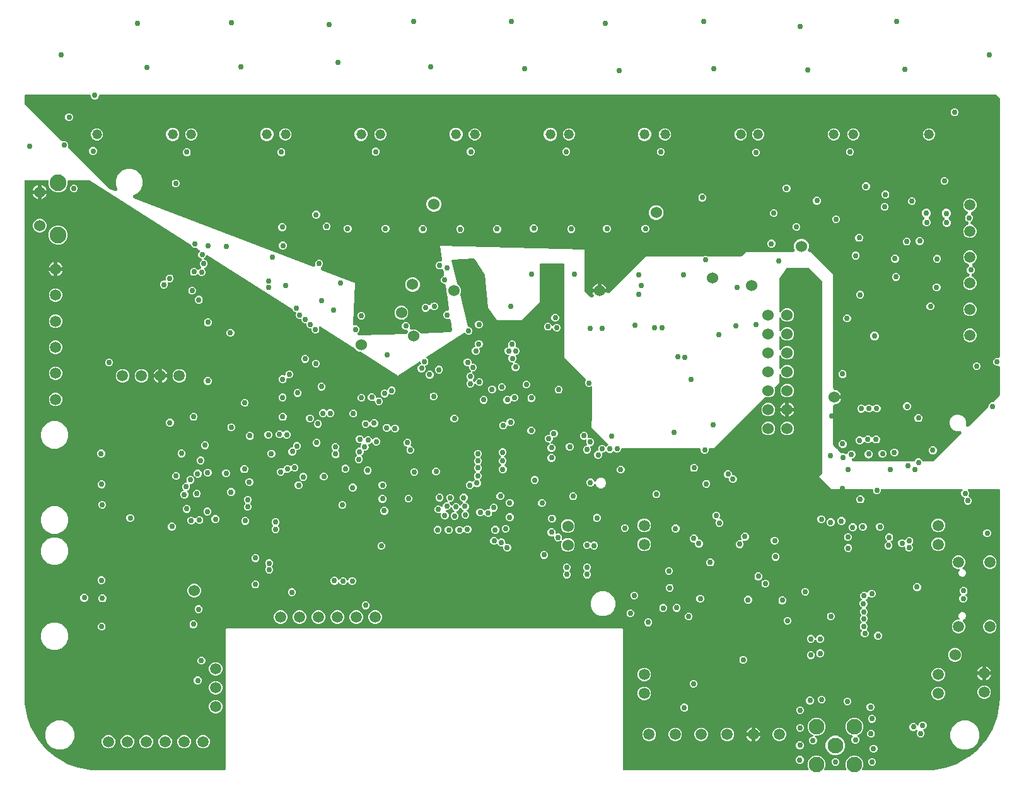
<source format=gbr>
G04 EAGLE Gerber RS-274X export*
G75*
%MOMM*%
%FSLAX34Y34*%
%LPD*%
%INCopper Layer 15*%
%IPPOS*%
%AMOC8*
5,1,8,0,0,1.08239X$1,22.5*%
G01*
%ADD10C,1.508000*%
%ADD11C,1.320800*%
%ADD12C,1.524000*%
%ADD13C,2.247900*%
%ADD14C,2.100000*%
%ADD15C,0.750000*%
%ADD16C,0.500000*%
%ADD17C,0.406400*%
%ADD18C,0.508000*%
%ADD19C,0.177800*%

G36*
X270816Y2048D02*
X270816Y2048D01*
X270935Y2055D01*
X270973Y2068D01*
X271014Y2073D01*
X271124Y2116D01*
X271237Y2153D01*
X271272Y2175D01*
X271309Y2190D01*
X271405Y2259D01*
X271506Y2323D01*
X271534Y2353D01*
X271567Y2376D01*
X271643Y2468D01*
X271724Y2555D01*
X271744Y2590D01*
X271769Y2621D01*
X271820Y2729D01*
X271878Y2833D01*
X271888Y2873D01*
X271905Y2909D01*
X271927Y3026D01*
X271957Y3141D01*
X271961Y3201D01*
X271965Y3221D01*
X271963Y3242D01*
X271967Y3302D01*
X271967Y191842D01*
X273158Y193033D01*
X804842Y193033D01*
X806033Y191842D01*
X806033Y3302D01*
X806048Y3184D01*
X806055Y3065D01*
X806068Y3027D01*
X806073Y2986D01*
X806116Y2876D01*
X806153Y2763D01*
X806175Y2728D01*
X806190Y2691D01*
X806259Y2595D01*
X806323Y2494D01*
X806353Y2466D01*
X806376Y2433D01*
X806468Y2357D01*
X806555Y2276D01*
X806590Y2256D01*
X806621Y2231D01*
X806729Y2180D01*
X806833Y2122D01*
X806873Y2112D01*
X806909Y2095D01*
X807026Y2073D01*
X807141Y2043D01*
X807201Y2039D01*
X807221Y2035D01*
X807242Y2037D01*
X807302Y2033D01*
X1053927Y2033D01*
X1053976Y2039D01*
X1054026Y2037D01*
X1054133Y2059D01*
X1054242Y2073D01*
X1054289Y2091D01*
X1054337Y2101D01*
X1054436Y2149D01*
X1054538Y2190D01*
X1054578Y2219D01*
X1054623Y2241D01*
X1054707Y2312D01*
X1054795Y2376D01*
X1054827Y2415D01*
X1054865Y2447D01*
X1054928Y2537D01*
X1054998Y2621D01*
X1055019Y2666D01*
X1055048Y2707D01*
X1055087Y2810D01*
X1055134Y2909D01*
X1055143Y2958D01*
X1055161Y3004D01*
X1055173Y3114D01*
X1055194Y3221D01*
X1055190Y3271D01*
X1055196Y3320D01*
X1055181Y3429D01*
X1055174Y3539D01*
X1055158Y3586D01*
X1055152Y3635D01*
X1055099Y3788D01*
X1053437Y7800D01*
X1053437Y12584D01*
X1055268Y17004D01*
X1058651Y20386D01*
X1063070Y22217D01*
X1067854Y22217D01*
X1072274Y20386D01*
X1075656Y17004D01*
X1077487Y12584D01*
X1077487Y7800D01*
X1075825Y3788D01*
X1075812Y3740D01*
X1075791Y3695D01*
X1075770Y3587D01*
X1075741Y3481D01*
X1075740Y3431D01*
X1075731Y3382D01*
X1075738Y3273D01*
X1075736Y3163D01*
X1075747Y3115D01*
X1075751Y3065D01*
X1075784Y2961D01*
X1075810Y2854D01*
X1075833Y2810D01*
X1075849Y2763D01*
X1075907Y2670D01*
X1075959Y2573D01*
X1075992Y2536D01*
X1076019Y2494D01*
X1076099Y2419D01*
X1076173Y2337D01*
X1076214Y2310D01*
X1076250Y2276D01*
X1076347Y2223D01*
X1076438Y2163D01*
X1076485Y2146D01*
X1076529Y2122D01*
X1076635Y2095D01*
X1076739Y2059D01*
X1076789Y2055D01*
X1076837Y2043D01*
X1076997Y2033D01*
X1104727Y2033D01*
X1104776Y2039D01*
X1104826Y2037D01*
X1104933Y2059D01*
X1105042Y2073D01*
X1105089Y2091D01*
X1105137Y2101D01*
X1105236Y2149D01*
X1105338Y2190D01*
X1105378Y2219D01*
X1105423Y2241D01*
X1105507Y2312D01*
X1105595Y2376D01*
X1105627Y2415D01*
X1105665Y2447D01*
X1105728Y2537D01*
X1105798Y2621D01*
X1105819Y2666D01*
X1105848Y2707D01*
X1105887Y2810D01*
X1105934Y2909D01*
X1105943Y2958D01*
X1105961Y3004D01*
X1105973Y3114D01*
X1105994Y3221D01*
X1105990Y3271D01*
X1105996Y3320D01*
X1105981Y3429D01*
X1105974Y3539D01*
X1105958Y3586D01*
X1105952Y3635D01*
X1105899Y3788D01*
X1104237Y7800D01*
X1104237Y12584D01*
X1106068Y17004D01*
X1109451Y20386D01*
X1113870Y22217D01*
X1118654Y22217D01*
X1123074Y20386D01*
X1126456Y17004D01*
X1128287Y12584D01*
X1128287Y7800D01*
X1126625Y3788D01*
X1126612Y3740D01*
X1126591Y3695D01*
X1126570Y3587D01*
X1126541Y3481D01*
X1126540Y3431D01*
X1126531Y3382D01*
X1126538Y3273D01*
X1126536Y3163D01*
X1126547Y3115D01*
X1126551Y3065D01*
X1126584Y2961D01*
X1126610Y2854D01*
X1126633Y2810D01*
X1126649Y2763D01*
X1126707Y2670D01*
X1126759Y2573D01*
X1126792Y2536D01*
X1126819Y2494D01*
X1126899Y2419D01*
X1126973Y2337D01*
X1127014Y2310D01*
X1127050Y2276D01*
X1127147Y2223D01*
X1127238Y2163D01*
X1127285Y2146D01*
X1127329Y2122D01*
X1127435Y2095D01*
X1127539Y2059D01*
X1127589Y2055D01*
X1127637Y2043D01*
X1127797Y2033D01*
X1214000Y2033D01*
X1214016Y2035D01*
X1214056Y2034D01*
X1222483Y2402D01*
X1222486Y2402D01*
X1222488Y2402D01*
X1222648Y2420D01*
X1239248Y5347D01*
X1239277Y5356D01*
X1239307Y5359D01*
X1239461Y5404D01*
X1255300Y11169D01*
X1255327Y11183D01*
X1255357Y11191D01*
X1255501Y11263D01*
X1270098Y19690D01*
X1270122Y19709D01*
X1270150Y19722D01*
X1270280Y19817D01*
X1283192Y30652D01*
X1283212Y30674D01*
X1283237Y30692D01*
X1283348Y30808D01*
X1294183Y43720D01*
X1294199Y43746D01*
X1294220Y43768D01*
X1294310Y43902D01*
X1302737Y58499D01*
X1302749Y58527D01*
X1302766Y58552D01*
X1302831Y58700D01*
X1308596Y74539D01*
X1308603Y74568D01*
X1308615Y74596D01*
X1308653Y74752D01*
X1311580Y91352D01*
X1311580Y91354D01*
X1311581Y91357D01*
X1311598Y91517D01*
X1311966Y99945D01*
X1311965Y99960D01*
X1311967Y100000D01*
X1311967Y378592D01*
X1311952Y378710D01*
X1311945Y378829D01*
X1311932Y378867D01*
X1311927Y378908D01*
X1311884Y379018D01*
X1311847Y379132D01*
X1311825Y379166D01*
X1311810Y379203D01*
X1311741Y379300D01*
X1311677Y379400D01*
X1311647Y379428D01*
X1311624Y379461D01*
X1311532Y379537D01*
X1311445Y379618D01*
X1311410Y379638D01*
X1311379Y379663D01*
X1311271Y379714D01*
X1311167Y379772D01*
X1311127Y379782D01*
X1311091Y379799D01*
X1310974Y379821D01*
X1310859Y379851D01*
X1310799Y379855D01*
X1310779Y379859D01*
X1310758Y379858D01*
X1310698Y379861D01*
X1270018Y379861D01*
X1269880Y379844D01*
X1269742Y379831D01*
X1269722Y379824D01*
X1269702Y379822D01*
X1269573Y379770D01*
X1269442Y379723D01*
X1269425Y379712D01*
X1269407Y379704D01*
X1269294Y379623D01*
X1269179Y379545D01*
X1269166Y379530D01*
X1269149Y379518D01*
X1269060Y379410D01*
X1268969Y379306D01*
X1268959Y379288D01*
X1268946Y379273D01*
X1268887Y379147D01*
X1268824Y379023D01*
X1268820Y379003D01*
X1268811Y378985D01*
X1268785Y378849D01*
X1268754Y378713D01*
X1268755Y378692D01*
X1268751Y378673D01*
X1268760Y378534D01*
X1268764Y378395D01*
X1268770Y378375D01*
X1268771Y378355D01*
X1268814Y378223D01*
X1268852Y378089D01*
X1268863Y378072D01*
X1268869Y378053D01*
X1268943Y377935D01*
X1269014Y377815D01*
X1269033Y377794D01*
X1269039Y377784D01*
X1269054Y377770D01*
X1269120Y377695D01*
X1269714Y377101D01*
X1270517Y375162D01*
X1270517Y373064D01*
X1269707Y371107D01*
X1269675Y370993D01*
X1269636Y370880D01*
X1269633Y370840D01*
X1269623Y370801D01*
X1269621Y370681D01*
X1269611Y370563D01*
X1269618Y370523D01*
X1269618Y370483D01*
X1269645Y370367D01*
X1269666Y370250D01*
X1269682Y370213D01*
X1269692Y370173D01*
X1269747Y370068D01*
X1269796Y369960D01*
X1269822Y369928D01*
X1269840Y369892D01*
X1269920Y369804D01*
X1269995Y369711D01*
X1270027Y369687D01*
X1270054Y369657D01*
X1270154Y369592D01*
X1270249Y369520D01*
X1270303Y369493D01*
X1270320Y369482D01*
X1270339Y369476D01*
X1270393Y369449D01*
X1271766Y368880D01*
X1273250Y367397D01*
X1274053Y365458D01*
X1274053Y363359D01*
X1273250Y361421D01*
X1271766Y359937D01*
X1269828Y359134D01*
X1267729Y359134D01*
X1265790Y359937D01*
X1264307Y361421D01*
X1263504Y363359D01*
X1263504Y365458D01*
X1264314Y367414D01*
X1264345Y367529D01*
X1264384Y367642D01*
X1264387Y367682D01*
X1264398Y367721D01*
X1264400Y367840D01*
X1264409Y367959D01*
X1264402Y367999D01*
X1264403Y368039D01*
X1264375Y368155D01*
X1264355Y368272D01*
X1264338Y368309D01*
X1264329Y368348D01*
X1264273Y368454D01*
X1264224Y368562D01*
X1264199Y368594D01*
X1264180Y368630D01*
X1264100Y368718D01*
X1264026Y368811D01*
X1263993Y368835D01*
X1263966Y368865D01*
X1263867Y368930D01*
X1263772Y369002D01*
X1263717Y369028D01*
X1263700Y369040D01*
X1263681Y369046D01*
X1263627Y369073D01*
X1262254Y369641D01*
X1260770Y371125D01*
X1259967Y373064D01*
X1259967Y375162D01*
X1260770Y377101D01*
X1261364Y377695D01*
X1261449Y377805D01*
X1261538Y377912D01*
X1261547Y377930D01*
X1261559Y377946D01*
X1261614Y378074D01*
X1261673Y378199D01*
X1261677Y378219D01*
X1261685Y378238D01*
X1261707Y378376D01*
X1261733Y378512D01*
X1261732Y378532D01*
X1261735Y378552D01*
X1261722Y378691D01*
X1261714Y378829D01*
X1261707Y378848D01*
X1261705Y378868D01*
X1261658Y379000D01*
X1261615Y379132D01*
X1261605Y379149D01*
X1261598Y379168D01*
X1261520Y379283D01*
X1261445Y379400D01*
X1261431Y379414D01*
X1261419Y379431D01*
X1261315Y379523D01*
X1261214Y379618D01*
X1261196Y379628D01*
X1261181Y379641D01*
X1261057Y379704D01*
X1260935Y379772D01*
X1260916Y379777D01*
X1260898Y379786D01*
X1260762Y379816D01*
X1260627Y379851D01*
X1260599Y379853D01*
X1260587Y379856D01*
X1260567Y379855D01*
X1260467Y379861D01*
X1153332Y379861D01*
X1153214Y379846D01*
X1153095Y379839D01*
X1153057Y379827D01*
X1153017Y379822D01*
X1152906Y379778D01*
X1152793Y379741D01*
X1152759Y379719D01*
X1152721Y379704D01*
X1152625Y379635D01*
X1152524Y379571D01*
X1152496Y379541D01*
X1152464Y379518D01*
X1152388Y379426D01*
X1152306Y379339D01*
X1152287Y379304D01*
X1152261Y379273D01*
X1152210Y379165D01*
X1152153Y379061D01*
X1152142Y379022D01*
X1152125Y378985D01*
X1152103Y378868D01*
X1152073Y378753D01*
X1152069Y378693D01*
X1152065Y378673D01*
X1152067Y378652D01*
X1152063Y378592D01*
X1152063Y377039D01*
X1151260Y375101D01*
X1149776Y373617D01*
X1147837Y372814D01*
X1145739Y372814D01*
X1143800Y373617D01*
X1142316Y375101D01*
X1141513Y377039D01*
X1141513Y378592D01*
X1141498Y378710D01*
X1141491Y378829D01*
X1141479Y378867D01*
X1141474Y378908D01*
X1141430Y379018D01*
X1141393Y379132D01*
X1141371Y379166D01*
X1141357Y379203D01*
X1141287Y379300D01*
X1141223Y379400D01*
X1141193Y379428D01*
X1141170Y379461D01*
X1141078Y379537D01*
X1140991Y379618D01*
X1140956Y379638D01*
X1140925Y379663D01*
X1140817Y379714D01*
X1140713Y379772D01*
X1140674Y379782D01*
X1140637Y379799D01*
X1140520Y379821D01*
X1140405Y379851D01*
X1140345Y379855D01*
X1140325Y379859D01*
X1140304Y379858D01*
X1140244Y379861D01*
X1086086Y379861D01*
X1068979Y396969D01*
X1072981Y400971D01*
X1073041Y401049D01*
X1073109Y401122D01*
X1073138Y401175D01*
X1073176Y401222D01*
X1073215Y401313D01*
X1073263Y401400D01*
X1073278Y401459D01*
X1073302Y401514D01*
X1073318Y401612D01*
X1073342Y401708D01*
X1073349Y401808D01*
X1073352Y401828D01*
X1073351Y401841D01*
X1073352Y401869D01*
X1073352Y658553D01*
X1073340Y658652D01*
X1073337Y658751D01*
X1073320Y658809D01*
X1073313Y658869D01*
X1073276Y658961D01*
X1073249Y659056D01*
X1073218Y659108D01*
X1073196Y659165D01*
X1073137Y659245D01*
X1073087Y659330D01*
X1073021Y659406D01*
X1073009Y659422D01*
X1072999Y659430D01*
X1072981Y659451D01*
X1055828Y676604D01*
X1055750Y676664D01*
X1055678Y676732D01*
X1055625Y676761D01*
X1055577Y676798D01*
X1055486Y676838D01*
X1055399Y676886D01*
X1055341Y676901D01*
X1055285Y676925D01*
X1055187Y676940D01*
X1055091Y676965D01*
X1054991Y676971D01*
X1054971Y676975D01*
X1054959Y676974D01*
X1054931Y676975D01*
X1026140Y676975D01*
X1026069Y676966D01*
X1025998Y676967D01*
X1025912Y676947D01*
X1025824Y676935D01*
X1025758Y676909D01*
X1025689Y676892D01*
X1025611Y676851D01*
X1025528Y676818D01*
X1025471Y676777D01*
X1025408Y676743D01*
X1025343Y676684D01*
X1025271Y676632D01*
X1025226Y676577D01*
X1025173Y676529D01*
X1025077Y676400D01*
X1015884Y662310D01*
X1015829Y662196D01*
X1015768Y662085D01*
X1015760Y662054D01*
X1015745Y662024D01*
X1015720Y661900D01*
X1015688Y661777D01*
X1015685Y661730D01*
X1015682Y661713D01*
X1015683Y661691D01*
X1015678Y661617D01*
X1015678Y618598D01*
X1015687Y618529D01*
X1015686Y618459D01*
X1015707Y618372D01*
X1015718Y618283D01*
X1015744Y618218D01*
X1015760Y618150D01*
X1015802Y618071D01*
X1015835Y617987D01*
X1015876Y617930D01*
X1015909Y617869D01*
X1015969Y617802D01*
X1016022Y617730D01*
X1016076Y617685D01*
X1016123Y617633D01*
X1016198Y617584D01*
X1016267Y617527D01*
X1016330Y617497D01*
X1016388Y617459D01*
X1016473Y617430D01*
X1016555Y617391D01*
X1016623Y617378D01*
X1016689Y617355D01*
X1016779Y617348D01*
X1016867Y617331D01*
X1016937Y617336D01*
X1017006Y617330D01*
X1017095Y617346D01*
X1017184Y617351D01*
X1017251Y617373D01*
X1017319Y617385D01*
X1017402Y617422D01*
X1017487Y617449D01*
X1017546Y617487D01*
X1017609Y617515D01*
X1017680Y617571D01*
X1017756Y617619D01*
X1017803Y617670D01*
X1017858Y617714D01*
X1017912Y617786D01*
X1017973Y617851D01*
X1018007Y617912D01*
X1018049Y617968D01*
X1018120Y618112D01*
X1018517Y619070D01*
X1021089Y621643D01*
X1024450Y623035D01*
X1028088Y623035D01*
X1031449Y621643D01*
X1034022Y619070D01*
X1035414Y615709D01*
X1035414Y612071D01*
X1034022Y608710D01*
X1031449Y606138D01*
X1028088Y604745D01*
X1024450Y604745D01*
X1021089Y606138D01*
X1018517Y608710D01*
X1018120Y609668D01*
X1018085Y609728D01*
X1018060Y609793D01*
X1018007Y609866D01*
X1017963Y609944D01*
X1017914Y609994D01*
X1017873Y610051D01*
X1017804Y610108D01*
X1017741Y610172D01*
X1017682Y610209D01*
X1017628Y610253D01*
X1017547Y610292D01*
X1017470Y610339D01*
X1017403Y610359D01*
X1017340Y610389D01*
X1017252Y610406D01*
X1017166Y610432D01*
X1017096Y610436D01*
X1017028Y610449D01*
X1016938Y610443D01*
X1016849Y610447D01*
X1016780Y610433D01*
X1016711Y610429D01*
X1016625Y610401D01*
X1016537Y610383D01*
X1016474Y610352D01*
X1016408Y610331D01*
X1016332Y610283D01*
X1016251Y610243D01*
X1016198Y610198D01*
X1016139Y610161D01*
X1016078Y610095D01*
X1016009Y610037D01*
X1015969Y609980D01*
X1015921Y609929D01*
X1015878Y609850D01*
X1015826Y609777D01*
X1015801Y609712D01*
X1015768Y609651D01*
X1015745Y609564D01*
X1015714Y609480D01*
X1015706Y609410D01*
X1015688Y609343D01*
X1015678Y609182D01*
X1015678Y593198D01*
X1015687Y593129D01*
X1015686Y593059D01*
X1015707Y592972D01*
X1015718Y592883D01*
X1015744Y592818D01*
X1015760Y592750D01*
X1015802Y592671D01*
X1015835Y592587D01*
X1015876Y592530D01*
X1015909Y592469D01*
X1015969Y592402D01*
X1016022Y592330D01*
X1016076Y592285D01*
X1016123Y592233D01*
X1016198Y592184D01*
X1016267Y592127D01*
X1016330Y592097D01*
X1016388Y592059D01*
X1016473Y592030D01*
X1016555Y591991D01*
X1016623Y591978D01*
X1016689Y591955D01*
X1016779Y591948D01*
X1016867Y591931D01*
X1016937Y591936D01*
X1017006Y591930D01*
X1017095Y591946D01*
X1017184Y591951D01*
X1017251Y591973D01*
X1017319Y591985D01*
X1017402Y592022D01*
X1017487Y592049D01*
X1017546Y592087D01*
X1017609Y592115D01*
X1017680Y592171D01*
X1017756Y592219D01*
X1017803Y592270D01*
X1017858Y592314D01*
X1017912Y592386D01*
X1017973Y592451D01*
X1018007Y592512D01*
X1018049Y592568D01*
X1018120Y592712D01*
X1018517Y593670D01*
X1021089Y596243D01*
X1024450Y597635D01*
X1028088Y597635D01*
X1031449Y596243D01*
X1034022Y593670D01*
X1035414Y590309D01*
X1035414Y586671D01*
X1034022Y583310D01*
X1031449Y580738D01*
X1028088Y579345D01*
X1024450Y579345D01*
X1021089Y580738D01*
X1018517Y583310D01*
X1018120Y584268D01*
X1018085Y584328D01*
X1018060Y584393D01*
X1018007Y584466D01*
X1017963Y584544D01*
X1017914Y584594D01*
X1017873Y584651D01*
X1017804Y584708D01*
X1017741Y584772D01*
X1017682Y584809D01*
X1017628Y584853D01*
X1017547Y584892D01*
X1017470Y584939D01*
X1017403Y584959D01*
X1017340Y584989D01*
X1017252Y585006D01*
X1017166Y585032D01*
X1017096Y585036D01*
X1017028Y585049D01*
X1016938Y585043D01*
X1016849Y585047D01*
X1016780Y585033D01*
X1016711Y585029D01*
X1016625Y585001D01*
X1016537Y584983D01*
X1016474Y584952D01*
X1016408Y584931D01*
X1016332Y584883D01*
X1016251Y584843D01*
X1016198Y584798D01*
X1016139Y584761D01*
X1016078Y584695D01*
X1016009Y584637D01*
X1015969Y584580D01*
X1015921Y584529D01*
X1015878Y584450D01*
X1015826Y584377D01*
X1015801Y584312D01*
X1015768Y584251D01*
X1015745Y584164D01*
X1015714Y584080D01*
X1015706Y584010D01*
X1015688Y583943D01*
X1015678Y583782D01*
X1015678Y567798D01*
X1015687Y567729D01*
X1015686Y567659D01*
X1015707Y567572D01*
X1015718Y567483D01*
X1015744Y567418D01*
X1015760Y567350D01*
X1015802Y567271D01*
X1015835Y567187D01*
X1015876Y567130D01*
X1015909Y567069D01*
X1015969Y567002D01*
X1016022Y566930D01*
X1016076Y566885D01*
X1016123Y566833D01*
X1016198Y566784D01*
X1016267Y566727D01*
X1016330Y566697D01*
X1016388Y566659D01*
X1016473Y566630D01*
X1016555Y566591D01*
X1016623Y566578D01*
X1016689Y566555D01*
X1016779Y566548D01*
X1016867Y566531D01*
X1016937Y566536D01*
X1017006Y566530D01*
X1017095Y566546D01*
X1017184Y566551D01*
X1017251Y566573D01*
X1017319Y566585D01*
X1017402Y566622D01*
X1017487Y566649D01*
X1017546Y566687D01*
X1017609Y566715D01*
X1017680Y566771D01*
X1017756Y566819D01*
X1017803Y566870D01*
X1017858Y566914D01*
X1017912Y566986D01*
X1017973Y567051D01*
X1018007Y567112D01*
X1018049Y567168D01*
X1018120Y567312D01*
X1018517Y568270D01*
X1021089Y570843D01*
X1024450Y572235D01*
X1028088Y572235D01*
X1031449Y570843D01*
X1034022Y568270D01*
X1035414Y564909D01*
X1035414Y561271D01*
X1034022Y557910D01*
X1031449Y555338D01*
X1028088Y553945D01*
X1024450Y553945D01*
X1021089Y555338D01*
X1018517Y557910D01*
X1018120Y558868D01*
X1018085Y558928D01*
X1018060Y558993D01*
X1018007Y559066D01*
X1017963Y559144D01*
X1017914Y559194D01*
X1017873Y559251D01*
X1017804Y559308D01*
X1017741Y559372D01*
X1017682Y559409D01*
X1017628Y559453D01*
X1017547Y559492D01*
X1017470Y559539D01*
X1017403Y559559D01*
X1017340Y559589D01*
X1017252Y559606D01*
X1017166Y559632D01*
X1017096Y559636D01*
X1017028Y559649D01*
X1016938Y559643D01*
X1016849Y559647D01*
X1016780Y559633D01*
X1016711Y559629D01*
X1016625Y559601D01*
X1016537Y559583D01*
X1016474Y559552D01*
X1016408Y559531D01*
X1016332Y559483D01*
X1016251Y559443D01*
X1016198Y559398D01*
X1016139Y559361D01*
X1016078Y559295D01*
X1016009Y559237D01*
X1015969Y559180D01*
X1015921Y559129D01*
X1015878Y559050D01*
X1015826Y558977D01*
X1015801Y558912D01*
X1015768Y558851D01*
X1015745Y558764D01*
X1015714Y558680D01*
X1015706Y558610D01*
X1015688Y558543D01*
X1015678Y558382D01*
X1015678Y542398D01*
X1015687Y542329D01*
X1015686Y542259D01*
X1015707Y542172D01*
X1015718Y542083D01*
X1015744Y542018D01*
X1015760Y541950D01*
X1015802Y541871D01*
X1015835Y541787D01*
X1015876Y541730D01*
X1015909Y541669D01*
X1015969Y541602D01*
X1016022Y541530D01*
X1016076Y541485D01*
X1016123Y541433D01*
X1016198Y541384D01*
X1016267Y541327D01*
X1016330Y541297D01*
X1016388Y541259D01*
X1016473Y541230D01*
X1016555Y541191D01*
X1016623Y541178D01*
X1016689Y541155D01*
X1016779Y541148D01*
X1016867Y541131D01*
X1016937Y541136D01*
X1017006Y541130D01*
X1017095Y541146D01*
X1017184Y541151D01*
X1017251Y541173D01*
X1017319Y541185D01*
X1017402Y541222D01*
X1017487Y541249D01*
X1017546Y541287D01*
X1017609Y541315D01*
X1017680Y541371D01*
X1017756Y541419D01*
X1017803Y541470D01*
X1017858Y541514D01*
X1017912Y541586D01*
X1017973Y541651D01*
X1018007Y541712D01*
X1018049Y541768D01*
X1018120Y541912D01*
X1018517Y542870D01*
X1021089Y545443D01*
X1024450Y546835D01*
X1028088Y546835D01*
X1031449Y545443D01*
X1034022Y542870D01*
X1035414Y539509D01*
X1035414Y535871D01*
X1034022Y532510D01*
X1031449Y529938D01*
X1028088Y528545D01*
X1024450Y528545D01*
X1021089Y529938D01*
X1018517Y532510D01*
X1018120Y533468D01*
X1018085Y533528D01*
X1018060Y533593D01*
X1018007Y533666D01*
X1017963Y533744D01*
X1017914Y533794D01*
X1017873Y533851D01*
X1017804Y533908D01*
X1017741Y533972D01*
X1017682Y534009D01*
X1017628Y534053D01*
X1017547Y534092D01*
X1017470Y534139D01*
X1017403Y534159D01*
X1017340Y534189D01*
X1017252Y534206D01*
X1017166Y534232D01*
X1017096Y534236D01*
X1017028Y534249D01*
X1016938Y534243D01*
X1016849Y534247D01*
X1016780Y534233D01*
X1016711Y534229D01*
X1016625Y534201D01*
X1016537Y534183D01*
X1016474Y534152D01*
X1016408Y534131D01*
X1016332Y534083D01*
X1016251Y534043D01*
X1016198Y533998D01*
X1016139Y533961D01*
X1016078Y533895D01*
X1016009Y533837D01*
X1015969Y533780D01*
X1015921Y533729D01*
X1015878Y533650D01*
X1015826Y533577D01*
X1015801Y533512D01*
X1015768Y533451D01*
X1015745Y533364D01*
X1015714Y533280D01*
X1015706Y533210D01*
X1015688Y533143D01*
X1015678Y532982D01*
X1015678Y522635D01*
X1009775Y516733D01*
X1009757Y516709D01*
X1009735Y516690D01*
X1009660Y516584D01*
X1009580Y516481D01*
X1009569Y516454D01*
X1009552Y516430D01*
X1009506Y516309D01*
X1009454Y516189D01*
X1009449Y516160D01*
X1009439Y516133D01*
X1009425Y516004D01*
X1009404Y515875D01*
X1009407Y515846D01*
X1009404Y515817D01*
X1009422Y515688D01*
X1009434Y515559D01*
X1009444Y515531D01*
X1009448Y515502D01*
X1009500Y515349D01*
X1010014Y514109D01*
X1010014Y510471D01*
X1008622Y507110D01*
X1006049Y504538D01*
X1002688Y503145D01*
X999050Y503145D01*
X997810Y503659D01*
X997781Y503667D01*
X997755Y503680D01*
X997628Y503709D01*
X997503Y503743D01*
X997474Y503744D01*
X997445Y503750D01*
X997315Y503746D01*
X997185Y503748D01*
X997156Y503741D01*
X997127Y503740D01*
X997002Y503704D01*
X996876Y503674D01*
X996850Y503660D01*
X996821Y503652D01*
X996710Y503586D01*
X996595Y503525D01*
X996573Y503505D01*
X996548Y503490D01*
X996427Y503384D01*
X927687Y434644D01*
X922077Y434644D01*
X921959Y434629D01*
X921840Y434622D01*
X921801Y434609D01*
X921761Y434604D01*
X921651Y434560D01*
X921537Y434524D01*
X921503Y434502D01*
X921466Y434487D01*
X921369Y434417D01*
X921269Y434354D01*
X921241Y434324D01*
X921208Y434300D01*
X921132Y434209D01*
X921051Y434122D01*
X921031Y434087D01*
X921005Y434055D01*
X920955Y433948D01*
X920897Y433843D01*
X920887Y433804D01*
X920870Y433768D01*
X920848Y433651D01*
X920818Y433536D01*
X920814Y433475D01*
X920810Y433455D01*
X920811Y433435D01*
X920808Y433375D01*
X920808Y431640D01*
X920005Y429701D01*
X918521Y428217D01*
X916582Y427414D01*
X914484Y427414D01*
X912545Y428217D01*
X911061Y429701D01*
X910258Y431640D01*
X910258Y433375D01*
X910243Y433493D01*
X910236Y433612D01*
X910223Y433650D01*
X910218Y433690D01*
X910174Y433801D01*
X910138Y433914D01*
X910116Y433948D01*
X910101Y433986D01*
X910031Y434082D01*
X909968Y434183D01*
X909938Y434211D01*
X909914Y434243D01*
X909823Y434319D01*
X909736Y434401D01*
X909701Y434420D01*
X909669Y434446D01*
X909562Y434497D01*
X909457Y434554D01*
X909418Y434565D01*
X909382Y434582D01*
X909265Y434604D01*
X909150Y434634D01*
X909089Y434638D01*
X909069Y434642D01*
X909049Y434640D01*
X908989Y434644D01*
X804392Y434644D01*
X804274Y434629D01*
X804155Y434622D01*
X804117Y434609D01*
X804076Y434604D01*
X803966Y434560D01*
X803853Y434524D01*
X803818Y434502D01*
X803781Y434487D01*
X803685Y434417D01*
X803584Y434354D01*
X803556Y434324D01*
X803523Y434300D01*
X803447Y434209D01*
X803366Y434122D01*
X803346Y434087D01*
X803321Y434055D01*
X803270Y433948D01*
X803212Y433843D01*
X803202Y433804D01*
X803185Y433768D01*
X803163Y433651D01*
X803133Y433536D01*
X803129Y433475D01*
X803125Y433455D01*
X803127Y433435D01*
X802320Y431488D01*
X800836Y430004D01*
X798897Y429201D01*
X796799Y429201D01*
X794860Y430004D01*
X794220Y430644D01*
X794126Y430716D01*
X794037Y430795D01*
X794001Y430814D01*
X793969Y430839D01*
X793860Y430886D01*
X793754Y430940D01*
X793714Y430949D01*
X793677Y430965D01*
X793559Y430984D01*
X793444Y431010D01*
X793403Y431008D01*
X793363Y431015D01*
X793245Y431004D01*
X793126Y431000D01*
X793087Y430989D01*
X793047Y430985D01*
X792935Y430945D01*
X792820Y430912D01*
X792785Y430891D01*
X792747Y430877D01*
X792649Y430810D01*
X792546Y430750D01*
X792501Y430710D01*
X792484Y430699D01*
X792471Y430683D01*
X792425Y430644D01*
X791124Y429342D01*
X789185Y428539D01*
X787087Y428539D01*
X785148Y429342D01*
X783777Y430713D01*
X783683Y430786D01*
X783682Y430787D01*
X783672Y430796D01*
X783671Y430797D01*
X783594Y430865D01*
X783558Y430883D01*
X783526Y430908D01*
X783417Y430955D01*
X783311Y431009D01*
X783271Y431018D01*
X783234Y431034D01*
X783116Y431053D01*
X783001Y431079D01*
X782960Y431078D01*
X782920Y431084D01*
X782802Y431073D01*
X782683Y431069D01*
X782644Y431058D01*
X782604Y431054D01*
X782492Y431014D01*
X782377Y430981D01*
X782342Y430960D01*
X782304Y430947D01*
X782206Y430880D01*
X782103Y430819D01*
X782058Y430779D01*
X782041Y430768D01*
X782028Y430753D01*
X781982Y430713D01*
X780939Y429670D01*
X779001Y428867D01*
X778886Y428867D01*
X778837Y428860D01*
X778787Y428863D01*
X778680Y428841D01*
X778571Y428827D01*
X778525Y428808D01*
X778476Y428798D01*
X778377Y428750D01*
X778275Y428710D01*
X778235Y428681D01*
X778190Y428659D01*
X778107Y428587D01*
X778018Y428523D01*
X777986Y428485D01*
X777948Y428452D01*
X777885Y428363D01*
X777815Y428278D01*
X777794Y428233D01*
X777765Y428192D01*
X777726Y428089D01*
X777679Y427990D01*
X777670Y427941D01*
X777653Y427895D01*
X777640Y427786D01*
X777620Y427678D01*
X777623Y427628D01*
X777617Y427579D01*
X777633Y427470D01*
X777639Y427360D01*
X777655Y427313D01*
X777662Y427264D01*
X777707Y427133D01*
X777707Y425031D01*
X776904Y423092D01*
X775420Y421608D01*
X773481Y420805D01*
X771383Y420805D01*
X769444Y421608D01*
X767960Y423092D01*
X767157Y425031D01*
X767157Y427129D01*
X767960Y429068D01*
X769444Y430552D01*
X771383Y431355D01*
X771497Y431355D01*
X771546Y431361D01*
X771596Y431359D01*
X771703Y431381D01*
X771812Y431394D01*
X771858Y431413D01*
X771907Y431423D01*
X772006Y431471D01*
X772108Y431512D01*
X772148Y431541D01*
X772193Y431563D01*
X772276Y431634D01*
X772365Y431698D01*
X772397Y431737D01*
X772435Y431769D01*
X772498Y431859D01*
X772568Y431943D01*
X772589Y431988D01*
X772618Y432029D01*
X772657Y432132D01*
X772704Y432231D01*
X772713Y432280D01*
X772731Y432326D01*
X772743Y432436D01*
X772763Y432543D01*
X772760Y432593D01*
X772766Y432642D01*
X772750Y432751D01*
X772744Y432861D01*
X772728Y432908D01*
X772721Y432957D01*
X772677Y433088D01*
X772677Y435191D01*
X773480Y437129D01*
X774963Y438613D01*
X776902Y439416D01*
X779001Y439416D01*
X780939Y438613D01*
X782310Y437242D01*
X782404Y437169D01*
X782493Y437091D01*
X782529Y437072D01*
X782561Y437047D01*
X782671Y437000D01*
X782776Y436946D01*
X782816Y436937D01*
X782853Y436921D01*
X782971Y436902D01*
X783087Y436876D01*
X783127Y436878D01*
X783167Y436871D01*
X783286Y436882D01*
X783405Y436886D01*
X783444Y436897D01*
X783484Y436901D01*
X783596Y436941D01*
X783710Y436974D01*
X783745Y436995D01*
X783783Y437009D01*
X783882Y437076D01*
X783984Y437136D01*
X784029Y437176D01*
X784046Y437187D01*
X784060Y437203D01*
X784105Y437242D01*
X785148Y438286D01*
X785246Y438326D01*
X785290Y438351D01*
X785336Y438368D01*
X785427Y438429D01*
X785523Y438484D01*
X785558Y438518D01*
X785600Y438546D01*
X785672Y438629D01*
X785751Y438705D01*
X785777Y438747D01*
X785810Y438785D01*
X785860Y438883D01*
X785917Y438976D01*
X785932Y439024D01*
X785955Y439068D01*
X785979Y439175D01*
X786011Y439280D01*
X786013Y439330D01*
X786024Y439378D01*
X786021Y439488D01*
X786026Y439598D01*
X786016Y439646D01*
X786015Y439696D01*
X785984Y439802D01*
X785962Y439909D01*
X785940Y439954D01*
X785926Y440002D01*
X785870Y440096D01*
X785822Y440195D01*
X785790Y440233D01*
X785765Y440276D01*
X785658Y440396D01*
X763564Y462491D01*
X763564Y471642D01*
X764213Y472292D01*
X764274Y472370D01*
X764342Y472442D01*
X764371Y472495D01*
X764408Y472543D01*
X764448Y472634D01*
X764495Y472721D01*
X764510Y472779D01*
X764535Y472835D01*
X764550Y472933D01*
X764575Y473029D01*
X764581Y473129D01*
X764584Y473149D01*
X764583Y473161D01*
X764585Y473189D01*
X764585Y516577D01*
X764579Y516626D01*
X764581Y516676D01*
X764559Y516783D01*
X764545Y516892D01*
X764527Y516939D01*
X764517Y516987D01*
X764469Y517086D01*
X764428Y517188D01*
X764399Y517228D01*
X764377Y517273D01*
X764306Y517357D01*
X764241Y517445D01*
X764203Y517477D01*
X764171Y517515D01*
X764081Y517578D01*
X763996Y517648D01*
X763951Y517669D01*
X763911Y517698D01*
X763808Y517737D01*
X763709Y517784D01*
X763660Y517793D01*
X763613Y517811D01*
X763504Y517823D01*
X763396Y517844D01*
X763347Y517841D01*
X763297Y517846D01*
X763188Y517831D01*
X763079Y517824D01*
X763032Y517809D01*
X762982Y517802D01*
X762830Y517750D01*
X761223Y517084D01*
X759124Y517084D01*
X757186Y517887D01*
X755702Y519371D01*
X754899Y521309D01*
X754899Y523408D01*
X755702Y525347D01*
X755890Y525535D01*
X755963Y525629D01*
X756042Y525718D01*
X756060Y525754D01*
X756085Y525786D01*
X756132Y525895D01*
X756187Y526001D01*
X756195Y526041D01*
X756211Y526078D01*
X756230Y526196D01*
X756256Y526312D01*
X756255Y526352D01*
X756261Y526392D01*
X756250Y526511D01*
X756247Y526629D01*
X756235Y526668D01*
X756232Y526709D01*
X756191Y526821D01*
X756158Y526935D01*
X756138Y526970D01*
X756124Y527008D01*
X756057Y527106D01*
X755997Y527209D01*
X755957Y527254D01*
X755945Y527271D01*
X755930Y527284D01*
X755890Y527330D01*
X726693Y556527D01*
X726693Y681462D01*
X726678Y681580D01*
X726671Y681699D01*
X726658Y681737D01*
X726653Y681777D01*
X726610Y681888D01*
X726573Y682001D01*
X726551Y682035D01*
X726536Y682073D01*
X726467Y682169D01*
X726403Y682270D01*
X726373Y682298D01*
X726350Y682330D01*
X726258Y682406D01*
X726171Y682488D01*
X726136Y682507D01*
X726105Y682533D01*
X725997Y682584D01*
X725893Y682641D01*
X725853Y682651D01*
X725817Y682669D01*
X725700Y682691D01*
X725585Y682721D01*
X725525Y682725D01*
X725505Y682728D01*
X725484Y682727D01*
X725424Y682731D01*
X695610Y682731D01*
X695492Y682716D01*
X695373Y682709D01*
X695335Y682696D01*
X695295Y682691D01*
X695184Y682647D01*
X695071Y682611D01*
X695037Y682589D01*
X694999Y682574D01*
X694903Y682504D01*
X694802Y682440D01*
X694774Y682411D01*
X694742Y682387D01*
X694666Y682296D01*
X694584Y682209D01*
X694565Y682173D01*
X694539Y682142D01*
X694488Y682035D01*
X694431Y681930D01*
X694421Y681891D01*
X694403Y681855D01*
X694381Y681738D01*
X694351Y681622D01*
X694347Y681562D01*
X694344Y681542D01*
X694345Y681522D01*
X694341Y681462D01*
X694341Y631765D01*
X669056Y606480D01*
X636032Y606781D01*
X624395Y623806D01*
X620402Y667508D01*
X620387Y667573D01*
X620383Y667640D01*
X620353Y667728D01*
X620333Y667819D01*
X620303Y667878D01*
X620282Y667941D01*
X620203Y668082D01*
X606427Y689382D01*
X606351Y689472D01*
X606281Y689567D01*
X606249Y689594D01*
X606222Y689626D01*
X606126Y689694D01*
X606035Y689769D01*
X605997Y689786D01*
X605963Y689810D01*
X605853Y689853D01*
X605746Y689902D01*
X605705Y689910D01*
X605666Y689925D01*
X605549Y689939D01*
X605434Y689960D01*
X605371Y689960D01*
X605350Y689962D01*
X605330Y689960D01*
X605273Y689959D01*
X576809Y687978D01*
X576737Y687964D01*
X576664Y687960D01*
X576582Y687933D01*
X576497Y687916D01*
X576431Y687885D01*
X576361Y687862D01*
X576288Y687816D01*
X576211Y687779D01*
X576154Y687732D01*
X576092Y687693D01*
X576033Y687630D01*
X575967Y687575D01*
X575924Y687515D01*
X575874Y687462D01*
X575832Y687387D01*
X575781Y687316D01*
X575755Y687248D01*
X575719Y687184D01*
X575697Y687100D01*
X575666Y687020D01*
X575657Y686947D01*
X575639Y686876D01*
X575639Y686790D01*
X575628Y686704D01*
X575638Y686632D01*
X575638Y686558D01*
X575667Y686400D01*
X583451Y655693D01*
X583463Y655664D01*
X583468Y655633D01*
X583521Y655517D01*
X583568Y655397D01*
X583586Y655372D01*
X583599Y655343D01*
X583679Y655243D01*
X583754Y655139D01*
X583778Y655119D01*
X583798Y655095D01*
X583900Y655018D01*
X583998Y654936D01*
X584027Y654922D01*
X584052Y654903D01*
X584066Y654896D01*
X586870Y652093D01*
X588378Y648451D01*
X588378Y644510D01*
X587242Y641767D01*
X587240Y641760D01*
X587236Y641753D01*
X587198Y641606D01*
X587158Y641460D01*
X587158Y641453D01*
X587156Y641446D01*
X587155Y641295D01*
X587153Y641142D01*
X587154Y641135D01*
X587154Y641128D01*
X587184Y640969D01*
X597909Y598662D01*
X597954Y598549D01*
X597991Y598434D01*
X598011Y598402D01*
X598025Y598366D01*
X598096Y598268D01*
X598161Y598165D01*
X598189Y598139D01*
X598212Y598108D01*
X598304Y598030D01*
X598392Y597948D01*
X598426Y597929D01*
X598456Y597904D01*
X598565Y597852D01*
X598671Y597794D01*
X598708Y597784D01*
X598743Y597768D01*
X598862Y597745D01*
X598979Y597715D01*
X599036Y597711D01*
X599055Y597707D01*
X599076Y597708D01*
X599140Y597704D01*
X599461Y597704D01*
X601399Y596901D01*
X602883Y595417D01*
X603686Y593479D01*
X603686Y591380D01*
X602883Y589442D01*
X601399Y587958D01*
X599461Y587155D01*
X597362Y587155D01*
X595423Y587958D01*
X593924Y589458D01*
X593922Y589462D01*
X593871Y589531D01*
X593829Y589605D01*
X593777Y589658D01*
X593733Y589718D01*
X593667Y589772D01*
X593608Y589833D01*
X593544Y589872D01*
X593487Y589919D01*
X593410Y589955D01*
X593337Y590000D01*
X593266Y590021D01*
X593199Y590053D01*
X593115Y590068D01*
X593033Y590093D01*
X592959Y590097D01*
X592886Y590110D01*
X592801Y590104D01*
X592715Y590108D01*
X592642Y590093D01*
X592569Y590088D01*
X592487Y590061D01*
X592404Y590044D01*
X592337Y590012D01*
X592267Y589988D01*
X592126Y589910D01*
X542171Y557709D01*
X542152Y557693D01*
X542130Y557681D01*
X542030Y557591D01*
X541928Y557505D01*
X541913Y557485D01*
X541894Y557468D01*
X541821Y557356D01*
X541743Y557246D01*
X541734Y557223D01*
X541720Y557202D01*
X541676Y557075D01*
X541628Y556950D01*
X541625Y556925D01*
X541616Y556901D01*
X541606Y556767D01*
X541590Y556634D01*
X541593Y556609D01*
X541591Y556584D01*
X541614Y556452D01*
X541632Y556319D01*
X541641Y556296D01*
X541646Y556271D01*
X541701Y556148D01*
X541751Y556024D01*
X541766Y556004D01*
X541776Y555981D01*
X541860Y555876D01*
X541939Y555768D01*
X541959Y555752D01*
X541975Y555732D01*
X542082Y555652D01*
X542186Y555567D01*
X542209Y555556D01*
X542229Y555541D01*
X542286Y555513D01*
X543781Y554018D01*
X544584Y552079D01*
X544584Y549981D01*
X543781Y548042D01*
X542297Y546558D01*
X540864Y545965D01*
X540761Y545906D01*
X540654Y545853D01*
X540623Y545827D01*
X540588Y545807D01*
X540503Y545724D01*
X540412Y545647D01*
X540389Y545614D01*
X540360Y545586D01*
X540298Y545484D01*
X540229Y545387D01*
X540215Y545349D01*
X540194Y545315D01*
X540159Y545201D01*
X540116Y545090D01*
X540112Y545049D01*
X540100Y545011D01*
X540094Y544892D01*
X540081Y544773D01*
X540087Y544733D01*
X540085Y544693D01*
X540109Y544577D01*
X540125Y544459D01*
X540145Y544402D01*
X540149Y544382D01*
X540158Y544363D01*
X540178Y544306D01*
X540651Y543164D01*
X540651Y541065D01*
X539848Y539127D01*
X538364Y537643D01*
X536425Y536840D01*
X534327Y536840D01*
X532388Y537643D01*
X530904Y539127D01*
X530101Y541065D01*
X530101Y543164D01*
X530904Y545102D01*
X532388Y546586D01*
X533821Y547180D01*
X533924Y547239D01*
X534031Y547291D01*
X534062Y547317D01*
X534097Y547337D01*
X534183Y547420D01*
X534273Y547497D01*
X534297Y547531D01*
X534326Y547559D01*
X534388Y547660D01*
X534456Y547757D01*
X534471Y547795D01*
X534492Y547830D01*
X534527Y547943D01*
X534569Y548055D01*
X534574Y548095D01*
X534586Y548134D01*
X534591Y548252D01*
X534604Y548371D01*
X534599Y548411D01*
X534601Y548451D01*
X534577Y548568D01*
X534560Y548686D01*
X534541Y548743D01*
X534536Y548763D01*
X534527Y548781D01*
X534508Y548838D01*
X534035Y549981D01*
X534035Y550136D01*
X534034Y550141D01*
X534035Y550145D01*
X534014Y550297D01*
X533995Y550452D01*
X533993Y550456D01*
X533993Y550460D01*
X533935Y550604D01*
X533878Y550748D01*
X533875Y550751D01*
X533874Y550755D01*
X533782Y550880D01*
X533691Y551005D01*
X533688Y551008D01*
X533685Y551011D01*
X533566Y551109D01*
X533446Y551208D01*
X533442Y551210D01*
X533439Y551212D01*
X533298Y551277D01*
X533158Y551343D01*
X533154Y551344D01*
X533150Y551346D01*
X532998Y551374D01*
X532846Y551403D01*
X532842Y551403D01*
X532838Y551404D01*
X532683Y551393D01*
X532529Y551383D01*
X532525Y551382D01*
X532520Y551382D01*
X532373Y551333D01*
X532226Y551285D01*
X532222Y551283D01*
X532218Y551282D01*
X532078Y551203D01*
X503107Y532529D01*
X453189Y564142D01*
X453082Y564192D01*
X452979Y564249D01*
X452939Y564260D01*
X452901Y564277D01*
X452785Y564299D01*
X452671Y564329D01*
X452609Y564333D01*
X452589Y564337D01*
X452569Y564335D01*
X452510Y564339D01*
X452211Y564339D01*
X448850Y565731D01*
X446249Y568332D01*
X446236Y568354D01*
X446165Y568485D01*
X446158Y568492D01*
X446153Y568501D01*
X446049Y568607D01*
X445947Y568716D01*
X445936Y568725D01*
X445932Y568729D01*
X445920Y568736D01*
X445817Y568811D01*
X399531Y598124D01*
X399450Y598162D01*
X399375Y598208D01*
X399307Y598229D01*
X399243Y598259D01*
X399156Y598276D01*
X399071Y598302D01*
X399000Y598305D01*
X398931Y598319D01*
X398842Y598313D01*
X398753Y598317D01*
X398684Y598303D01*
X398613Y598298D01*
X398529Y598271D01*
X398442Y598253D01*
X398378Y598222D01*
X398311Y598200D01*
X398236Y598152D01*
X398156Y598113D01*
X398102Y598067D01*
X398043Y598030D01*
X397982Y597965D01*
X397914Y597907D01*
X397873Y597849D01*
X397825Y597798D01*
X397782Y597720D01*
X397731Y597647D01*
X397706Y597581D01*
X397672Y597519D01*
X397650Y597433D01*
X397618Y597349D01*
X397610Y597279D01*
X397593Y597211D01*
X397593Y597122D01*
X397583Y597033D01*
X397593Y596963D01*
X397593Y596893D01*
X397615Y596807D01*
X397627Y596718D01*
X397668Y596599D01*
X397672Y596585D01*
X397675Y596579D01*
X397679Y596566D01*
X398093Y595567D01*
X398093Y593468D01*
X397290Y591530D01*
X395807Y590046D01*
X393868Y589243D01*
X391769Y589243D01*
X389831Y590046D01*
X388347Y591530D01*
X387544Y593468D01*
X387544Y594714D01*
X387529Y594832D01*
X387522Y594951D01*
X387509Y594989D01*
X387504Y595029D01*
X387460Y595140D01*
X387424Y595253D01*
X387402Y595287D01*
X387387Y595325D01*
X387317Y595421D01*
X387253Y595522D01*
X387224Y595550D01*
X387200Y595582D01*
X387108Y595658D01*
X387022Y595740D01*
X386986Y595759D01*
X386955Y595785D01*
X386848Y595836D01*
X386743Y595893D01*
X386704Y595903D01*
X386667Y595921D01*
X386551Y595943D01*
X386435Y595973D01*
X386375Y595977D01*
X386355Y595980D01*
X386335Y595979D01*
X386275Y595983D01*
X385029Y595983D01*
X383091Y596786D01*
X381607Y598270D01*
X380804Y600208D01*
X380804Y601454D01*
X380789Y601572D01*
X380781Y601691D01*
X380769Y601729D01*
X380764Y601769D01*
X380720Y601880D01*
X380683Y601993D01*
X380662Y602027D01*
X380647Y602065D01*
X380577Y602161D01*
X380513Y602262D01*
X380484Y602290D01*
X380460Y602322D01*
X380368Y602398D01*
X380282Y602480D01*
X380246Y602499D01*
X380215Y602525D01*
X380107Y602576D01*
X380003Y602633D01*
X379964Y602644D01*
X379927Y602661D01*
X379811Y602683D01*
X379695Y602713D01*
X379635Y602717D01*
X379615Y602721D01*
X379595Y602719D01*
X379534Y602723D01*
X378289Y602723D01*
X376350Y603526D01*
X374867Y605010D01*
X374064Y606949D01*
X374064Y607388D01*
X374049Y607506D01*
X374041Y607625D01*
X374029Y607663D01*
X374024Y607703D01*
X373980Y607814D01*
X373943Y607927D01*
X373922Y607961D01*
X373907Y607999D01*
X373837Y608095D01*
X373773Y608196D01*
X373744Y608224D01*
X373720Y608256D01*
X373628Y608332D01*
X373541Y608414D01*
X373506Y608433D01*
X373475Y608459D01*
X373367Y608510D01*
X373263Y608567D01*
X373224Y608577D01*
X373187Y608595D01*
X373070Y608617D01*
X372955Y608647D01*
X372895Y608651D01*
X372875Y608654D01*
X372854Y608653D01*
X372794Y608657D01*
X370742Y608657D01*
X368804Y609460D01*
X367320Y610944D01*
X366517Y612882D01*
X366517Y614981D01*
X366886Y615871D01*
X366898Y615917D01*
X366917Y615957D01*
X366930Y616022D01*
X366956Y616099D01*
X366959Y616139D01*
X366970Y616178D01*
X366971Y616237D01*
X366977Y616269D01*
X366974Y616321D01*
X366981Y616416D01*
X366974Y616456D01*
X366975Y616496D01*
X366959Y616565D01*
X366957Y616587D01*
X366945Y616624D01*
X366927Y616729D01*
X366910Y616766D01*
X366901Y616805D01*
X366863Y616876D01*
X366859Y616889D01*
X366844Y616913D01*
X366796Y617019D01*
X366771Y617051D01*
X366752Y617087D01*
X366693Y617152D01*
X366689Y617158D01*
X366677Y617169D01*
X366672Y617175D01*
X366598Y617268D01*
X366565Y617292D01*
X366538Y617322D01*
X366460Y617373D01*
X366457Y617376D01*
X366451Y617380D01*
X366439Y617387D01*
X366344Y617459D01*
X366289Y617485D01*
X366272Y617497D01*
X366253Y617503D01*
X366199Y617530D01*
X364223Y618348D01*
X362739Y619832D01*
X361999Y621620D01*
X361925Y621749D01*
X361853Y621880D01*
X361846Y621887D01*
X361841Y621896D01*
X361738Y622003D01*
X361636Y622112D01*
X361625Y622120D01*
X361620Y622124D01*
X361608Y622132D01*
X361505Y622206D01*
X247764Y694239D01*
X247702Y694269D01*
X247644Y694306D01*
X247559Y694336D01*
X247477Y694374D01*
X247409Y694387D01*
X247344Y694410D01*
X247253Y694417D01*
X247164Y694434D01*
X247095Y694429D01*
X247027Y694435D01*
X246937Y694419D01*
X246847Y694414D01*
X246781Y694392D01*
X246713Y694380D01*
X246631Y694343D01*
X246544Y694315D01*
X246486Y694278D01*
X246423Y694250D01*
X246352Y694193D01*
X246276Y694145D01*
X246229Y694094D01*
X246175Y694051D01*
X246120Y693979D01*
X246058Y693913D01*
X246025Y693852D01*
X245984Y693797D01*
X245913Y693653D01*
X245177Y691877D01*
X243681Y690381D01*
X243608Y690339D01*
X243485Y690274D01*
X243470Y690260D01*
X243452Y690250D01*
X243352Y690154D01*
X243249Y690060D01*
X243238Y690043D01*
X243224Y690029D01*
X243151Y689910D01*
X243075Y689794D01*
X243068Y689775D01*
X243057Y689758D01*
X243016Y689625D01*
X242971Y689494D01*
X242970Y689473D01*
X242964Y689454D01*
X242957Y689315D01*
X242946Y689177D01*
X242950Y689157D01*
X242949Y689136D01*
X242977Y689000D01*
X243001Y688863D01*
X243009Y688845D01*
X243013Y688825D01*
X243074Y688700D01*
X243131Y688573D01*
X243144Y688557D01*
X243153Y688539D01*
X243243Y688434D01*
X243330Y688325D01*
X243346Y688313D01*
X243359Y688297D01*
X243473Y688217D01*
X243584Y688134D01*
X243609Y688121D01*
X243619Y688114D01*
X243638Y688107D01*
X243728Y688063D01*
X245840Y687188D01*
X247324Y685704D01*
X248127Y683766D01*
X248127Y681667D01*
X247324Y679729D01*
X245840Y678245D01*
X243908Y677444D01*
X243865Y677420D01*
X243818Y677403D01*
X243727Y677341D01*
X243631Y677287D01*
X243596Y677252D01*
X243555Y677224D01*
X243482Y677142D01*
X243403Y677066D01*
X243377Y677023D01*
X243344Y676986D01*
X243294Y676888D01*
X243237Y676794D01*
X243222Y676747D01*
X243199Y676703D01*
X243175Y676595D01*
X243143Y676490D01*
X243141Y676441D01*
X243130Y676392D01*
X243133Y676282D01*
X243128Y676173D01*
X243138Y676124D01*
X243139Y676074D01*
X243170Y675969D01*
X243192Y675861D01*
X243214Y675817D01*
X243228Y675769D01*
X243284Y675674D01*
X243332Y675576D01*
X243364Y675538D01*
X243389Y675495D01*
X243496Y675374D01*
X244522Y674348D01*
X245325Y672409D01*
X245325Y670311D01*
X244522Y668372D01*
X243038Y666888D01*
X241100Y666085D01*
X239001Y666085D01*
X237062Y666888D01*
X235609Y668342D01*
X235515Y668415D01*
X235426Y668494D01*
X235390Y668512D01*
X235358Y668537D01*
X235248Y668584D01*
X235143Y668638D01*
X235103Y668647D01*
X235066Y668663D01*
X234948Y668682D01*
X234832Y668708D01*
X234792Y668707D01*
X234752Y668713D01*
X234633Y668702D01*
X234514Y668698D01*
X234476Y668687D01*
X234435Y668683D01*
X234323Y668643D01*
X234209Y668610D01*
X234174Y668589D01*
X234136Y668575D01*
X234037Y668509D01*
X233935Y668448D01*
X233890Y668408D01*
X233873Y668397D01*
X233859Y668382D01*
X233814Y668342D01*
X232851Y667378D01*
X230912Y666575D01*
X228814Y666575D01*
X226875Y667378D01*
X225391Y668862D01*
X224588Y670801D01*
X224588Y672899D01*
X225391Y674838D01*
X226875Y676322D01*
X228814Y677125D01*
X230912Y677125D01*
X232851Y676322D01*
X234304Y674869D01*
X234398Y674795D01*
X234487Y674717D01*
X234523Y674698D01*
X234555Y674674D01*
X234665Y674626D01*
X234771Y674572D01*
X234810Y674563D01*
X234847Y674547D01*
X234965Y674529D01*
X235081Y674503D01*
X235121Y674504D01*
X235161Y674497D01*
X235280Y674509D01*
X235399Y674512D01*
X235438Y674523D01*
X235478Y674527D01*
X235590Y674568D01*
X235704Y674601D01*
X235739Y674621D01*
X235777Y674635D01*
X235876Y674702D01*
X235978Y674762D01*
X236023Y674802D01*
X236040Y674813D01*
X236054Y674829D01*
X236099Y674869D01*
X237062Y675832D01*
X238995Y676632D01*
X239038Y676657D01*
X239085Y676674D01*
X239175Y676735D01*
X239271Y676790D01*
X239307Y676824D01*
X239348Y676852D01*
X239420Y676935D01*
X239499Y677011D01*
X239525Y677053D01*
X239558Y677091D01*
X239608Y677189D01*
X239666Y677282D01*
X239680Y677330D01*
X239703Y677374D01*
X239727Y677481D01*
X239759Y677586D01*
X239762Y677636D01*
X239772Y677684D01*
X239769Y677794D01*
X239774Y677904D01*
X239764Y677952D01*
X239763Y678002D01*
X239732Y678107D01*
X239710Y678215D01*
X239688Y678260D01*
X239674Y678308D01*
X239619Y678402D01*
X239570Y678501D01*
X239538Y678539D01*
X239513Y678581D01*
X239406Y678702D01*
X238380Y679729D01*
X237577Y681667D01*
X237577Y683766D01*
X238380Y685704D01*
X239877Y687201D01*
X239950Y687242D01*
X240073Y687308D01*
X240088Y687321D01*
X240105Y687331D01*
X240205Y687428D01*
X240308Y687522D01*
X240319Y687538D01*
X240334Y687552D01*
X240407Y687671D01*
X240483Y687787D01*
X240489Y687806D01*
X240500Y687824D01*
X240541Y687957D01*
X240586Y688088D01*
X240588Y688108D01*
X240594Y688128D01*
X240600Y688267D01*
X240611Y688405D01*
X240608Y688425D01*
X240609Y688445D01*
X240581Y688582D01*
X240557Y688718D01*
X240549Y688737D01*
X240545Y688757D01*
X240484Y688881D01*
X240426Y689008D01*
X240414Y689024D01*
X240405Y689042D01*
X240315Y689148D01*
X240228Y689257D01*
X240212Y689269D01*
X240199Y689284D01*
X240085Y689364D01*
X239974Y689448D01*
X239948Y689460D01*
X239939Y689467D01*
X239920Y689475D01*
X239829Y689519D01*
X237718Y690394D01*
X236234Y691877D01*
X235431Y693816D01*
X235431Y695915D01*
X236234Y697853D01*
X237371Y698990D01*
X237432Y699069D01*
X237500Y699142D01*
X237529Y699194D01*
X237566Y699241D01*
X237605Y699333D01*
X237654Y699421D01*
X237668Y699478D01*
X237692Y699533D01*
X237708Y699632D01*
X237733Y699729D01*
X237733Y699788D01*
X237742Y699847D01*
X237733Y699947D01*
X237733Y700047D01*
X237718Y700104D01*
X237712Y700164D01*
X237678Y700258D01*
X237654Y700355D01*
X237625Y700407D01*
X237605Y700463D01*
X237548Y700546D01*
X237500Y700633D01*
X237460Y700677D01*
X237426Y700726D01*
X237351Y700792D01*
X237283Y700865D01*
X237203Y700923D01*
X237188Y700937D01*
X237176Y700943D01*
X237152Y700960D01*
X232307Y704028D01*
X232200Y704079D01*
X232097Y704136D01*
X232057Y704146D01*
X232019Y704163D01*
X231903Y704186D01*
X231789Y704215D01*
X231727Y704219D01*
X231707Y704223D01*
X231687Y704222D01*
X231628Y704225D01*
X229729Y704225D01*
X227791Y705028D01*
X226307Y706512D01*
X225722Y707925D01*
X225648Y708055D01*
X225576Y708185D01*
X225569Y708192D01*
X225564Y708201D01*
X225460Y708308D01*
X225358Y708417D01*
X225347Y708425D01*
X225343Y708430D01*
X225331Y708437D01*
X225228Y708512D01*
X89404Y794530D01*
X89297Y794581D01*
X89193Y794637D01*
X89153Y794648D01*
X89116Y794665D01*
X89000Y794687D01*
X88885Y794717D01*
X88824Y794721D01*
X88803Y794725D01*
X88783Y794723D01*
X88725Y794727D01*
X61431Y794727D01*
X61313Y794712D01*
X61194Y794705D01*
X61156Y794692D01*
X61116Y794687D01*
X61005Y794643D01*
X60892Y794607D01*
X60858Y794585D01*
X60820Y794570D01*
X60724Y794500D01*
X60623Y794437D01*
X60596Y794407D01*
X60563Y794383D01*
X60487Y794292D01*
X60405Y794205D01*
X60386Y794170D01*
X60360Y794138D01*
X60309Y794031D01*
X60252Y793927D01*
X60242Y793887D01*
X60224Y793851D01*
X60202Y793734D01*
X60172Y793619D01*
X60169Y793558D01*
X60165Y793538D01*
X60166Y793518D01*
X60162Y793458D01*
X60162Y788878D01*
X58219Y784186D01*
X54628Y780596D01*
X49937Y778652D01*
X44859Y778652D01*
X40168Y780596D01*
X36577Y784186D01*
X34634Y788878D01*
X34634Y793458D01*
X34619Y793576D01*
X34611Y793695D01*
X34599Y793733D01*
X34594Y793773D01*
X34550Y793884D01*
X34513Y793997D01*
X34492Y794032D01*
X34477Y794069D01*
X34407Y794165D01*
X34343Y794266D01*
X34314Y794294D01*
X34290Y794326D01*
X34198Y794402D01*
X34112Y794484D01*
X34076Y794503D01*
X34045Y794529D01*
X33937Y794580D01*
X33833Y794637D01*
X33794Y794648D01*
X33757Y794665D01*
X33640Y794687D01*
X33525Y794717D01*
X33465Y794721D01*
X33445Y794725D01*
X33425Y794723D01*
X33364Y794727D01*
X3302Y794727D01*
X3184Y794712D01*
X3065Y794705D01*
X3027Y794692D01*
X2986Y794687D01*
X2876Y794643D01*
X2763Y794607D01*
X2728Y794585D01*
X2691Y794570D01*
X2595Y794500D01*
X2494Y794437D01*
X2466Y794407D01*
X2433Y794383D01*
X2357Y794292D01*
X2276Y794205D01*
X2256Y794170D01*
X2231Y794138D01*
X2180Y794031D01*
X2122Y793927D01*
X2112Y793887D01*
X2095Y793851D01*
X2073Y793734D01*
X2043Y793619D01*
X2039Y793558D01*
X2035Y793538D01*
X2037Y793518D01*
X2033Y793458D01*
X2033Y100000D01*
X2035Y99984D01*
X2034Y99945D01*
X2402Y91517D01*
X2402Y91514D01*
X2402Y91512D01*
X2420Y91352D01*
X5347Y74752D01*
X5356Y74723D01*
X5359Y74693D01*
X5404Y74539D01*
X11169Y58700D01*
X11183Y58673D01*
X11191Y58643D01*
X11206Y58613D01*
X11207Y58610D01*
X11210Y58606D01*
X11263Y58499D01*
X19690Y43902D01*
X19709Y43878D01*
X19722Y43850D01*
X19817Y43720D01*
X30652Y30808D01*
X30674Y30788D01*
X30692Y30763D01*
X30808Y30652D01*
X43720Y19817D01*
X43746Y19801D01*
X43768Y19780D01*
X43902Y19690D01*
X58499Y11263D01*
X58527Y11251D01*
X58552Y11234D01*
X58700Y11169D01*
X74539Y5404D01*
X74568Y5397D01*
X74596Y5385D01*
X74752Y5347D01*
X91352Y2420D01*
X91354Y2420D01*
X91357Y2419D01*
X91476Y2406D01*
X91492Y2403D01*
X91500Y2404D01*
X91517Y2402D01*
X99944Y2034D01*
X99960Y2035D01*
X100000Y2033D01*
X270698Y2033D01*
X270816Y2048D01*
G37*
G36*
X1133562Y416897D02*
X1133562Y416897D01*
X1133740Y416906D01*
X1133786Y416916D01*
X1133834Y416921D01*
X1134005Y416968D01*
X1134178Y417008D01*
X1134222Y417027D01*
X1134268Y417039D01*
X1134428Y417115D01*
X1134592Y417186D01*
X1134632Y417212D01*
X1134675Y417233D01*
X1134819Y417336D01*
X1134967Y417434D01*
X1135002Y417467D01*
X1135041Y417495D01*
X1135165Y417622D01*
X1135293Y417745D01*
X1135322Y417783D01*
X1135355Y417817D01*
X1135454Y417965D01*
X1135559Y418108D01*
X1135580Y418151D01*
X1135588Y418163D01*
X1135635Y418072D01*
X1135663Y418033D01*
X1135687Y417992D01*
X1135799Y417854D01*
X1135907Y417713D01*
X1135942Y417680D01*
X1135972Y417643D01*
X1136107Y417528D01*
X1136238Y417408D01*
X1136278Y417382D01*
X1136314Y417351D01*
X1136468Y417261D01*
X1136617Y417166D01*
X1136662Y417148D01*
X1136703Y417123D01*
X1136870Y417062D01*
X1137034Y416995D01*
X1137081Y416985D01*
X1137126Y416968D01*
X1137300Y416937D01*
X1137474Y416900D01*
X1137533Y416896D01*
X1137569Y416890D01*
X1137632Y416890D01*
X1137786Y416881D01*
X1186566Y416881D01*
X1186662Y416889D01*
X1189568Y416889D01*
X1189621Y416883D01*
X1189657Y416884D01*
X1189716Y416881D01*
X1195630Y416881D01*
X1195841Y416900D01*
X1196052Y416916D01*
X1196065Y416920D01*
X1196078Y416921D01*
X1196283Y416977D01*
X1196488Y417030D01*
X1196500Y417036D01*
X1196513Y417039D01*
X1196703Y417130D01*
X1196897Y417219D01*
X1196907Y417227D01*
X1196919Y417233D01*
X1197092Y417356D01*
X1197265Y417478D01*
X1197275Y417487D01*
X1197285Y417495D01*
X1197434Y417647D01*
X1197583Y417797D01*
X1197590Y417808D01*
X1197599Y417817D01*
X1197719Y417994D01*
X1197839Y418168D01*
X1197845Y418182D01*
X1197851Y418191D01*
X1197868Y418227D01*
X1197976Y418448D01*
X1198122Y418801D01*
X1199606Y420285D01*
X1201544Y421088D01*
X1203643Y421088D01*
X1205581Y420285D01*
X1207065Y418801D01*
X1207211Y418448D01*
X1207309Y418261D01*
X1207406Y418072D01*
X1207414Y418061D01*
X1207420Y418049D01*
X1207550Y417881D01*
X1207678Y417713D01*
X1207687Y417704D01*
X1207696Y417693D01*
X1207853Y417551D01*
X1208009Y417408D01*
X1208020Y417400D01*
X1208030Y417392D01*
X1208210Y417280D01*
X1208389Y417166D01*
X1208401Y417161D01*
X1208412Y417154D01*
X1208609Y417075D01*
X1208805Y416995D01*
X1208818Y416992D01*
X1208830Y416987D01*
X1209037Y416945D01*
X1209245Y416900D01*
X1209261Y416899D01*
X1209272Y416897D01*
X1209311Y416896D01*
X1209557Y416881D01*
X1221638Y416881D01*
X1221802Y416895D01*
X1221967Y416902D01*
X1222026Y416915D01*
X1222087Y416921D01*
X1222246Y416964D01*
X1222406Y417000D01*
X1222462Y417023D01*
X1222521Y417039D01*
X1222669Y417110D01*
X1222822Y417173D01*
X1222873Y417207D01*
X1222928Y417233D01*
X1223061Y417328D01*
X1223200Y417418D01*
X1223258Y417469D01*
X1223294Y417495D01*
X1223337Y417538D01*
X1223434Y417625D01*
X1259442Y453632D01*
X1259525Y453732D01*
X1259616Y453825D01*
X1259669Y453905D01*
X1259731Y453978D01*
X1259795Y454091D01*
X1259868Y454198D01*
X1259907Y454286D01*
X1259954Y454369D01*
X1259998Y454491D01*
X1260050Y454610D01*
X1260073Y454703D01*
X1260105Y454793D01*
X1260126Y454922D01*
X1260157Y455048D01*
X1260163Y455143D01*
X1260178Y455237D01*
X1260177Y455368D01*
X1260185Y455497D01*
X1260174Y455592D01*
X1260172Y455688D01*
X1260148Y455815D01*
X1260133Y455944D01*
X1260105Y456036D01*
X1260087Y456130D01*
X1260040Y456251D01*
X1260002Y456375D01*
X1259959Y456460D01*
X1259925Y456550D01*
X1259857Y456661D01*
X1259798Y456777D01*
X1259740Y456853D01*
X1259691Y456934D01*
X1259604Y457032D01*
X1259526Y457135D01*
X1259456Y457200D01*
X1259392Y457272D01*
X1259291Y457352D01*
X1259195Y457441D01*
X1259114Y457492D01*
X1259039Y457551D01*
X1258925Y457612D01*
X1258815Y457682D01*
X1258727Y457719D01*
X1258642Y457764D01*
X1258519Y457804D01*
X1258398Y457853D01*
X1258305Y457873D01*
X1258214Y457903D01*
X1258086Y457921D01*
X1257958Y457948D01*
X1257829Y457956D01*
X1257768Y457964D01*
X1257723Y457963D01*
X1257646Y457967D01*
X1252805Y457967D01*
X1248750Y459647D01*
X1245647Y462750D01*
X1243967Y466805D01*
X1243967Y471195D01*
X1245647Y475250D01*
X1248750Y478353D01*
X1252805Y480033D01*
X1257195Y480033D01*
X1261250Y478353D01*
X1264353Y475250D01*
X1266033Y471195D01*
X1266033Y466354D01*
X1266044Y466224D01*
X1266046Y466094D01*
X1266064Y466000D01*
X1266073Y465905D01*
X1266107Y465780D01*
X1266132Y465652D01*
X1266166Y465563D01*
X1266191Y465471D01*
X1266247Y465354D01*
X1266294Y465232D01*
X1266344Y465150D01*
X1266385Y465064D01*
X1266460Y464959D01*
X1266528Y464847D01*
X1266591Y464776D01*
X1266647Y464698D01*
X1266740Y464607D01*
X1266826Y464510D01*
X1266901Y464451D01*
X1266969Y464384D01*
X1267077Y464311D01*
X1267179Y464231D01*
X1267263Y464185D01*
X1267342Y464132D01*
X1267461Y464079D01*
X1267576Y464018D01*
X1267667Y463988D01*
X1267754Y463950D01*
X1267881Y463919D01*
X1268004Y463879D01*
X1268099Y463866D01*
X1268192Y463843D01*
X1268321Y463835D01*
X1268450Y463817D01*
X1268546Y463821D01*
X1268641Y463815D01*
X1268770Y463830D01*
X1268900Y463836D01*
X1268993Y463856D01*
X1269088Y463867D01*
X1269213Y463905D01*
X1269340Y463933D01*
X1269428Y463970D01*
X1269519Y463998D01*
X1269635Y464057D01*
X1269755Y464107D01*
X1269836Y464159D01*
X1269921Y464202D01*
X1270024Y464281D01*
X1270133Y464351D01*
X1270231Y464437D01*
X1270279Y464474D01*
X1270310Y464507D01*
X1270368Y464558D01*
X1296018Y490209D01*
X1296124Y490335D01*
X1296235Y490456D01*
X1296268Y490508D01*
X1296307Y490554D01*
X1296389Y490697D01*
X1296477Y490836D01*
X1296500Y490892D01*
X1296531Y490945D01*
X1296586Y491100D01*
X1296648Y491252D01*
X1296661Y491312D01*
X1296681Y491370D01*
X1296708Y491532D01*
X1296743Y491693D01*
X1296748Y491770D01*
X1296755Y491814D01*
X1296754Y491875D01*
X1296762Y492005D01*
X1296762Y492152D01*
X1297565Y494091D01*
X1299049Y495575D01*
X1300988Y496378D01*
X1301135Y496378D01*
X1301299Y496392D01*
X1301464Y496399D01*
X1301523Y496412D01*
X1301584Y496418D01*
X1301743Y496461D01*
X1301903Y496497D01*
X1301959Y496520D01*
X1302018Y496536D01*
X1302166Y496607D01*
X1302319Y496670D01*
X1302370Y496704D01*
X1302425Y496730D01*
X1302558Y496825D01*
X1302697Y496915D01*
X1302755Y496966D01*
X1302791Y496992D01*
X1302834Y497035D01*
X1302931Y497122D01*
X1311224Y505414D01*
X1311329Y505540D01*
X1311441Y505661D01*
X1311473Y505713D01*
X1311512Y505759D01*
X1311594Y505902D01*
X1311682Y506041D01*
X1311706Y506098D01*
X1311736Y506150D01*
X1311791Y506305D01*
X1311853Y506458D01*
X1311866Y506517D01*
X1311887Y506575D01*
X1311913Y506737D01*
X1311948Y506898D01*
X1311953Y506975D01*
X1311960Y507019D01*
X1311959Y507080D01*
X1311967Y507210D01*
X1311967Y542967D01*
X1311964Y543002D01*
X1311966Y543036D01*
X1311944Y543226D01*
X1311927Y543416D01*
X1311918Y543449D01*
X1311914Y543484D01*
X1311859Y543667D01*
X1311809Y543850D01*
X1311794Y543881D01*
X1311784Y543915D01*
X1311697Y544085D01*
X1311615Y544257D01*
X1311595Y544285D01*
X1311580Y544316D01*
X1311464Y544468D01*
X1311353Y544623D01*
X1311328Y544647D01*
X1311308Y544675D01*
X1311168Y544804D01*
X1311031Y544937D01*
X1311002Y544956D01*
X1310976Y544980D01*
X1310815Y545082D01*
X1310658Y545189D01*
X1310626Y545203D01*
X1310597Y545222D01*
X1310420Y545294D01*
X1310246Y545371D01*
X1310212Y545379D01*
X1310180Y545393D01*
X1309993Y545433D01*
X1309808Y545478D01*
X1309774Y545480D01*
X1309740Y545487D01*
X1309428Y545507D01*
X1306990Y545507D01*
X1305051Y546310D01*
X1303567Y547793D01*
X1302764Y549732D01*
X1302764Y551830D01*
X1303567Y553769D01*
X1305051Y555253D01*
X1306990Y556056D01*
X1309428Y556056D01*
X1309463Y556059D01*
X1309497Y556057D01*
X1309686Y556079D01*
X1309877Y556096D01*
X1309910Y556105D01*
X1309944Y556109D01*
X1310127Y556164D01*
X1310311Y556214D01*
X1310342Y556229D01*
X1310375Y556239D01*
X1310546Y556326D01*
X1310718Y556408D01*
X1310746Y556428D01*
X1310777Y556444D01*
X1310928Y556559D01*
X1311084Y556670D01*
X1311108Y556695D01*
X1311135Y556716D01*
X1311264Y556856D01*
X1311398Y556993D01*
X1311417Y557021D01*
X1311441Y557047D01*
X1311543Y557208D01*
X1311650Y557366D01*
X1311664Y557397D01*
X1311682Y557427D01*
X1311755Y557603D01*
X1311832Y557777D01*
X1311840Y557811D01*
X1311853Y557843D01*
X1311893Y558030D01*
X1311939Y558215D01*
X1311941Y558249D01*
X1311948Y558283D01*
X1311967Y558595D01*
X1311967Y903979D01*
X1311953Y904142D01*
X1311946Y904307D01*
X1311933Y904366D01*
X1311927Y904427D01*
X1311884Y904586D01*
X1311848Y904746D01*
X1311825Y904803D01*
X1311809Y904862D01*
X1311738Y905010D01*
X1311675Y905162D01*
X1311642Y905213D01*
X1311615Y905268D01*
X1311520Y905402D01*
X1311430Y905540D01*
X1311379Y905598D01*
X1311353Y905634D01*
X1311310Y905677D01*
X1311224Y905774D01*
X1307714Y909284D01*
X1307588Y909390D01*
X1307467Y909501D01*
X1307415Y909534D01*
X1307368Y909573D01*
X1307226Y909654D01*
X1307087Y909743D01*
X1307030Y909766D01*
X1306977Y909796D01*
X1306822Y909852D01*
X1306670Y909914D01*
X1306611Y909927D01*
X1306553Y909947D01*
X1306391Y909974D01*
X1306230Y910009D01*
X1306153Y910013D01*
X1306109Y910021D01*
X1306048Y910020D01*
X1305918Y910028D01*
X104435Y910028D01*
X104401Y910025D01*
X104366Y910027D01*
X104177Y910005D01*
X103987Y909988D01*
X103954Y909979D01*
X103919Y909975D01*
X103736Y909920D01*
X103553Y909869D01*
X103521Y909855D01*
X103488Y909845D01*
X103318Y909758D01*
X103146Y909676D01*
X103118Y909656D01*
X103087Y909640D01*
X102935Y909525D01*
X102780Y909414D01*
X102756Y909389D01*
X102728Y909368D01*
X102599Y909228D01*
X102466Y909091D01*
X102446Y909063D01*
X102423Y909037D01*
X102320Y908876D01*
X102214Y908718D01*
X102200Y908687D01*
X102181Y908657D01*
X102109Y908481D01*
X102031Y908306D01*
X102023Y908273D01*
X102010Y908241D01*
X101970Y908054D01*
X101925Y907869D01*
X101924Y907852D01*
X101093Y905847D01*
X99609Y904363D01*
X97671Y903560D01*
X95572Y903560D01*
X93634Y904363D01*
X92150Y905847D01*
X91313Y907867D01*
X91307Y907937D01*
X91298Y907971D01*
X91294Y908005D01*
X91238Y908188D01*
X91188Y908372D01*
X91173Y908403D01*
X91163Y908436D01*
X91077Y908607D01*
X90995Y908778D01*
X90975Y908806D01*
X90959Y908837D01*
X90844Y908989D01*
X90733Y909144D01*
X90708Y909168D01*
X90687Y909196D01*
X90547Y909325D01*
X90410Y909458D01*
X90381Y909478D01*
X90356Y909501D01*
X90195Y909604D01*
X90037Y909710D01*
X90005Y909724D01*
X89976Y909743D01*
X89800Y909815D01*
X89625Y909893D01*
X89592Y909901D01*
X89560Y909914D01*
X89373Y909954D01*
X89188Y909999D01*
X89153Y910001D01*
X89119Y910009D01*
X88807Y910028D01*
X4572Y910028D01*
X4537Y910025D01*
X4503Y910027D01*
X4314Y910005D01*
X4123Y909988D01*
X4090Y909979D01*
X4056Y909975D01*
X3873Y909920D01*
X3689Y909869D01*
X3658Y909855D01*
X3625Y909845D01*
X3454Y909758D01*
X3282Y909676D01*
X3254Y909656D01*
X3223Y909640D01*
X3071Y909525D01*
X2916Y909414D01*
X2892Y909389D01*
X2865Y909368D01*
X2736Y909228D01*
X2602Y909091D01*
X2583Y909063D01*
X2559Y909037D01*
X2457Y908876D01*
X2350Y908718D01*
X2336Y908687D01*
X2318Y908657D01*
X2245Y908481D01*
X2168Y908306D01*
X2160Y908273D01*
X2147Y908241D01*
X2107Y908054D01*
X2061Y907869D01*
X2059Y907835D01*
X2052Y907801D01*
X2033Y907489D01*
X2033Y898543D01*
X2047Y898379D01*
X2054Y898215D01*
X2067Y898155D01*
X2073Y898094D01*
X2116Y897935D01*
X2152Y897775D01*
X2175Y897719D01*
X2191Y897660D01*
X2262Y897512D01*
X2325Y897360D01*
X2358Y897308D01*
X2385Y897253D01*
X2480Y897120D01*
X2570Y896981D01*
X2621Y896924D01*
X2647Y896887D01*
X2690Y896845D01*
X2776Y896747D01*
X51508Y848016D01*
X51672Y847879D01*
X51832Y847742D01*
X51843Y847735D01*
X51853Y847727D01*
X52037Y847622D01*
X52220Y847515D01*
X52233Y847510D01*
X52244Y847504D01*
X52444Y847433D01*
X52643Y847359D01*
X52656Y847357D01*
X52669Y847353D01*
X52879Y847318D01*
X53087Y847281D01*
X53100Y847281D01*
X53113Y847279D01*
X53326Y847282D01*
X53537Y847283D01*
X53550Y847285D01*
X53563Y847285D01*
X53773Y847326D01*
X53980Y847364D01*
X53994Y847369D01*
X54005Y847371D01*
X54042Y847385D01*
X54275Y847465D01*
X54728Y847653D01*
X56827Y847653D01*
X58765Y846850D01*
X60249Y845366D01*
X61052Y843428D01*
X61052Y841329D01*
X60865Y840876D01*
X60801Y840674D01*
X60736Y840472D01*
X60734Y840459D01*
X60730Y840446D01*
X60703Y840236D01*
X60674Y840026D01*
X60675Y840013D01*
X60673Y840000D01*
X60684Y839788D01*
X60692Y839576D01*
X60695Y839563D01*
X60696Y839550D01*
X60744Y839342D01*
X60790Y839137D01*
X60795Y839125D01*
X60798Y839112D01*
X60882Y838918D01*
X60964Y838721D01*
X60971Y838710D01*
X60976Y838698D01*
X61092Y838523D01*
X61208Y838343D01*
X61218Y838331D01*
X61224Y838322D01*
X61251Y838294D01*
X61415Y838109D01*
X115801Y783723D01*
X115917Y783626D01*
X116026Y783523D01*
X116089Y783482D01*
X116146Y783434D01*
X116277Y783359D01*
X116404Y783277D01*
X116492Y783237D01*
X116537Y783211D01*
X116590Y783192D01*
X116688Y783147D01*
X123736Y780448D01*
X123828Y780421D01*
X123917Y780386D01*
X124045Y780360D01*
X124169Y780324D01*
X124264Y780315D01*
X124359Y780296D01*
X124488Y780293D01*
X124617Y780280D01*
X124713Y780287D01*
X124809Y780285D01*
X124937Y780305D01*
X125066Y780315D01*
X125159Y780339D01*
X125254Y780354D01*
X125376Y780396D01*
X125502Y780429D01*
X125589Y780469D01*
X125679Y780500D01*
X125793Y780563D01*
X125910Y780618D01*
X125989Y780673D01*
X126073Y780719D01*
X126173Y780802D01*
X126279Y780876D01*
X126347Y780944D01*
X126421Y781005D01*
X126505Y781103D01*
X126597Y781195D01*
X126651Y781274D01*
X126714Y781347D01*
X126779Y781459D01*
X126853Y781566D01*
X126892Y781653D01*
X126941Y781736D01*
X126986Y781857D01*
X127039Y781975D01*
X127063Y782068D01*
X127096Y782158D01*
X127119Y782286D01*
X127151Y782412D01*
X127158Y782507D01*
X127174Y782602D01*
X127174Y782731D01*
X127183Y782861D01*
X127173Y782956D01*
X127173Y783052D01*
X127149Y783179D01*
X127136Y783308D01*
X127109Y783401D01*
X127092Y783495D01*
X127026Y783686D01*
X127010Y783741D01*
X127001Y783760D01*
X126990Y783791D01*
X125067Y788433D01*
X125067Y795567D01*
X127797Y802158D01*
X132842Y807203D01*
X139433Y809933D01*
X146567Y809933D01*
X153158Y807203D01*
X158203Y802158D01*
X160933Y795567D01*
X160933Y788433D01*
X158203Y781842D01*
X153158Y776797D01*
X149487Y775277D01*
X149341Y775201D01*
X149192Y775132D01*
X149142Y775097D01*
X149088Y775068D01*
X148958Y774968D01*
X148824Y774874D01*
X148780Y774830D01*
X148732Y774792D01*
X148622Y774671D01*
X148506Y774554D01*
X148471Y774504D01*
X148430Y774458D01*
X148343Y774319D01*
X148250Y774184D01*
X148225Y774128D01*
X148192Y774076D01*
X148131Y773923D01*
X148063Y773774D01*
X148048Y773715D01*
X148025Y773658D01*
X147993Y773497D01*
X147952Y773338D01*
X147948Y773276D01*
X147935Y773216D01*
X147931Y773053D01*
X147920Y772889D01*
X147926Y772828D01*
X147925Y772766D01*
X147950Y772605D01*
X147967Y772441D01*
X147984Y772382D01*
X147993Y772321D01*
X148047Y772166D01*
X148093Y772009D01*
X148120Y771954D01*
X148140Y771895D01*
X148220Y771752D01*
X148293Y771605D01*
X148329Y771556D01*
X148359Y771502D01*
X148463Y771375D01*
X148561Y771244D01*
X148606Y771201D01*
X148644Y771154D01*
X148769Y771047D01*
X148889Y770935D01*
X148940Y770901D01*
X148987Y770861D01*
X149128Y770779D01*
X149266Y770689D01*
X149337Y770657D01*
X149375Y770634D01*
X149432Y770613D01*
X149550Y770559D01*
X389029Y678827D01*
X389121Y678801D01*
X389211Y678766D01*
X389337Y678740D01*
X389462Y678704D01*
X389557Y678695D01*
X389652Y678675D01*
X389781Y678672D01*
X389910Y678660D01*
X390006Y678667D01*
X390102Y678665D01*
X390230Y678685D01*
X390359Y678695D01*
X390452Y678719D01*
X390547Y678734D01*
X390669Y678776D01*
X390794Y678809D01*
X390881Y678849D01*
X390973Y678880D01*
X391086Y678943D01*
X391203Y678998D01*
X391282Y679053D01*
X391366Y679100D01*
X391466Y679182D01*
X391572Y679256D01*
X391640Y679324D01*
X391714Y679385D01*
X391798Y679483D01*
X391889Y679575D01*
X391944Y679654D01*
X392006Y679727D01*
X392072Y679839D01*
X392145Y679945D01*
X392185Y680033D01*
X392234Y680116D01*
X392278Y680238D01*
X392332Y680355D01*
X392356Y680448D01*
X392389Y680539D01*
X392411Y680666D01*
X392443Y680791D01*
X392450Y680888D01*
X392467Y680982D01*
X392466Y681111D01*
X392476Y681241D01*
X392466Y681336D01*
X392465Y681432D01*
X392446Y681538D01*
X392446Y683875D01*
X393249Y685814D01*
X394733Y687297D01*
X396672Y688100D01*
X398770Y688100D01*
X400709Y687297D01*
X402193Y685814D01*
X402996Y683875D01*
X402996Y681776D01*
X402192Y679838D01*
X400583Y678228D01*
X400508Y678139D01*
X400426Y678056D01*
X400364Y677967D01*
X400294Y677883D01*
X400236Y677782D01*
X400170Y677686D01*
X400125Y677587D01*
X400071Y677492D01*
X400032Y677382D01*
X399984Y677276D01*
X399957Y677171D01*
X399920Y677068D01*
X399901Y676953D01*
X399872Y676840D01*
X399864Y676731D01*
X399847Y676624D01*
X399848Y676507D01*
X399840Y676391D01*
X399851Y676283D01*
X399853Y676173D01*
X399875Y676059D01*
X399887Y675943D01*
X399918Y675838D01*
X399938Y675731D01*
X399980Y675623D01*
X400013Y675511D01*
X400061Y675413D01*
X400101Y675311D01*
X400161Y675212D01*
X400213Y675107D01*
X400278Y675020D01*
X400334Y674927D01*
X400412Y674839D01*
X400481Y674746D01*
X400560Y674671D01*
X400633Y674589D01*
X400724Y674517D01*
X400809Y674437D01*
X400900Y674378D01*
X400986Y674310D01*
X401088Y674255D01*
X401186Y674191D01*
X401327Y674127D01*
X401383Y674097D01*
X401417Y674086D01*
X401470Y674062D01*
X446232Y656916D01*
X443026Y602483D01*
X443030Y602374D01*
X443023Y602265D01*
X443036Y602149D01*
X443040Y602033D01*
X443062Y601926D01*
X443075Y601818D01*
X443109Y601706D01*
X443133Y601593D01*
X443174Y601491D01*
X443205Y601387D01*
X443258Y601283D01*
X443302Y601175D01*
X443360Y601083D01*
X443410Y600985D01*
X443480Y600893D01*
X443542Y600794D01*
X443616Y600714D01*
X443682Y600627D01*
X443767Y600548D01*
X443846Y600462D01*
X443932Y600395D01*
X444013Y600321D01*
X444111Y600259D01*
X444203Y600188D01*
X444300Y600138D01*
X444393Y600080D01*
X444500Y600035D01*
X444603Y599982D01*
X444708Y599950D01*
X444809Y599909D01*
X444923Y599884D01*
X445034Y599850D01*
X445142Y599837D01*
X445249Y599814D01*
X445419Y599803D01*
X445481Y599796D01*
X445512Y599798D01*
X445561Y599795D01*
X447696Y599795D01*
X449634Y598992D01*
X451118Y597508D01*
X451921Y595569D01*
X451921Y593471D01*
X451118Y591532D01*
X450222Y590636D01*
X450109Y590501D01*
X449991Y590370D01*
X449965Y590329D01*
X449933Y590291D01*
X449846Y590138D01*
X449752Y589988D01*
X449734Y589943D01*
X449710Y589900D01*
X449651Y589733D01*
X449585Y589570D01*
X449576Y589522D01*
X449559Y589476D01*
X449530Y589301D01*
X449495Y589128D01*
X449494Y589080D01*
X449486Y589032D01*
X449488Y588855D01*
X449484Y588678D01*
X449491Y588630D01*
X449492Y588581D01*
X449526Y588408D01*
X449552Y588233D01*
X449568Y588187D01*
X449577Y588139D01*
X449641Y587975D01*
X449698Y587807D01*
X449722Y587765D01*
X449740Y587719D01*
X449831Y587569D01*
X449918Y587414D01*
X449948Y587376D01*
X449974Y587335D01*
X450091Y587202D01*
X450203Y587065D01*
X450240Y587034D01*
X450272Y586997D01*
X450410Y586888D01*
X450545Y586773D01*
X450587Y586748D01*
X450625Y586718D01*
X450781Y586634D01*
X450933Y586545D01*
X450979Y586528D01*
X451022Y586505D01*
X451190Y586451D01*
X451356Y586390D01*
X451404Y586381D01*
X451450Y586366D01*
X451625Y586342D01*
X451799Y586311D01*
X451860Y586310D01*
X451896Y586305D01*
X451959Y586307D01*
X452112Y586303D01*
X514690Y588612D01*
X514854Y588633D01*
X515019Y588646D01*
X515077Y588661D01*
X515137Y588669D01*
X515295Y588718D01*
X515455Y588760D01*
X515509Y588785D01*
X515567Y588803D01*
X515713Y588880D01*
X515863Y588949D01*
X515913Y588984D01*
X515966Y589011D01*
X516097Y589112D01*
X516232Y589207D01*
X516275Y589250D01*
X516322Y589287D01*
X516433Y589409D01*
X516550Y589527D01*
X516584Y589576D01*
X516624Y589621D01*
X516711Y589761D01*
X516806Y589897D01*
X516839Y589966D01*
X516862Y590003D01*
X516885Y590060D01*
X516943Y590178D01*
X516998Y590311D01*
X517023Y590390D01*
X517056Y590465D01*
X517090Y590604D01*
X517133Y590741D01*
X517143Y590823D01*
X517162Y590903D01*
X517171Y591045D01*
X517189Y591188D01*
X517185Y591270D01*
X517190Y591352D01*
X517174Y591495D01*
X517166Y591637D01*
X517148Y591717D01*
X517138Y591799D01*
X517097Y591937D01*
X517064Y592076D01*
X517032Y592152D01*
X517008Y592230D01*
X516943Y592358D01*
X516886Y592490D01*
X516841Y592558D01*
X516803Y592632D01*
X516717Y592746D01*
X516638Y592865D01*
X516581Y592925D01*
X516531Y592990D01*
X516426Y593088D01*
X516327Y593191D01*
X516261Y593240D01*
X516200Y593296D01*
X516080Y593373D01*
X515964Y593457D01*
X515890Y593493D01*
X515821Y593537D01*
X515688Y593592D01*
X515559Y593655D01*
X515480Y593677D01*
X515404Y593708D01*
X515264Y593739D01*
X515126Y593778D01*
X515044Y593786D01*
X514964Y593803D01*
X514718Y593818D01*
X514678Y593822D01*
X514668Y593821D01*
X514652Y593822D01*
X513217Y593822D01*
X511278Y594625D01*
X509794Y596109D01*
X508991Y598048D01*
X508991Y600146D01*
X509794Y602085D01*
X511300Y603591D01*
X511383Y603690D01*
X511474Y603783D01*
X511528Y603863D01*
X511589Y603936D01*
X511653Y604049D01*
X511726Y604157D01*
X511765Y604244D01*
X511812Y604327D01*
X511856Y604449D01*
X511908Y604568D01*
X511931Y604661D01*
X511963Y604751D01*
X511984Y604880D01*
X512015Y605006D01*
X512021Y605101D01*
X512037Y605195D01*
X512035Y605325D01*
X512043Y605455D01*
X512032Y605550D01*
X512031Y605609D01*
X512055Y605563D01*
X512084Y605525D01*
X512107Y605483D01*
X512220Y605345D01*
X512327Y605204D01*
X512362Y605171D01*
X512392Y605134D01*
X512527Y605019D01*
X512658Y604899D01*
X512698Y604873D01*
X512735Y604842D01*
X512888Y604752D01*
X513038Y604657D01*
X513082Y604639D01*
X513123Y604614D01*
X513290Y604553D01*
X513454Y604486D01*
X513501Y604476D01*
X513546Y604459D01*
X513721Y604428D01*
X513895Y604391D01*
X513954Y604387D01*
X513989Y604381D01*
X514053Y604381D01*
X514206Y604372D01*
X515315Y604372D01*
X517254Y603569D01*
X518738Y602085D01*
X519541Y600146D01*
X519541Y598048D01*
X519419Y597754D01*
X519380Y597630D01*
X519332Y597509D01*
X519313Y597415D01*
X519284Y597324D01*
X519268Y597195D01*
X519242Y597068D01*
X519240Y596972D01*
X519228Y596877D01*
X519234Y596747D01*
X519231Y596618D01*
X519246Y596523D01*
X519251Y596428D01*
X519280Y596301D01*
X519300Y596173D01*
X519331Y596082D01*
X519353Y595989D01*
X519404Y595870D01*
X519446Y595747D01*
X519493Y595663D01*
X519531Y595576D01*
X519602Y595467D01*
X519666Y595354D01*
X519726Y595280D01*
X519779Y595200D01*
X519869Y595106D01*
X519951Y595005D01*
X520024Y594943D01*
X520090Y594874D01*
X520194Y594797D01*
X520293Y594713D01*
X520376Y594664D01*
X520453Y594608D01*
X520570Y594551D01*
X520682Y594485D01*
X520772Y594452D01*
X520857Y594411D01*
X520983Y594375D01*
X521105Y594330D01*
X521199Y594314D01*
X521291Y594288D01*
X521420Y594275D01*
X521548Y594252D01*
X521644Y594252D01*
X521739Y594243D01*
X521868Y594253D01*
X521998Y594254D01*
X522092Y594271D01*
X522188Y594278D01*
X522313Y594311D01*
X522441Y594335D01*
X522564Y594377D01*
X522623Y594392D01*
X522664Y594411D01*
X522737Y594436D01*
X523052Y594567D01*
X526690Y594567D01*
X530051Y593174D01*
X532696Y590529D01*
X532698Y590526D01*
X532718Y590499D01*
X532735Y590470D01*
X532856Y590321D01*
X532973Y590170D01*
X532999Y590147D01*
X533020Y590121D01*
X533165Y589997D01*
X533308Y589868D01*
X533336Y589850D01*
X533362Y589828D01*
X533527Y589732D01*
X533690Y589630D01*
X533721Y589618D01*
X533751Y589601D01*
X533931Y589534D01*
X534108Y589464D01*
X534141Y589457D01*
X534173Y589445D01*
X534362Y589412D01*
X534549Y589373D01*
X534583Y589373D01*
X534617Y589367D01*
X534929Y589359D01*
X573610Y590786D01*
X573772Y590807D01*
X573935Y590819D01*
X573995Y590835D01*
X574057Y590843D01*
X574213Y590891D01*
X574371Y590932D01*
X574427Y590958D01*
X574487Y590977D01*
X574631Y591053D01*
X574780Y591121D01*
X574831Y591156D01*
X574886Y591185D01*
X575015Y591285D01*
X575149Y591378D01*
X575193Y591423D01*
X575242Y591461D01*
X575352Y591582D01*
X575467Y591697D01*
X575502Y591748D01*
X575544Y591795D01*
X575630Y591933D01*
X575723Y592067D01*
X575749Y592124D01*
X575782Y592177D01*
X575843Y592328D01*
X575911Y592477D01*
X575926Y592537D01*
X575949Y592595D01*
X575982Y592754D01*
X576023Y592913D01*
X576027Y592975D01*
X576040Y593036D01*
X576044Y593199D01*
X576056Y593362D01*
X576050Y593441D01*
X576051Y593486D01*
X576042Y593546D01*
X576032Y593673D01*
X574232Y606620D01*
X574202Y606749D01*
X574182Y606880D01*
X574151Y606968D01*
X574130Y607059D01*
X574078Y607180D01*
X574035Y607305D01*
X573990Y607387D01*
X573953Y607472D01*
X573880Y607583D01*
X573816Y607699D01*
X573757Y607771D01*
X573706Y607849D01*
X573615Y607945D01*
X573531Y608047D01*
X573460Y608108D01*
X573396Y608175D01*
X573289Y608253D01*
X573188Y608339D01*
X573108Y608387D01*
X573033Y608442D01*
X572914Y608500D01*
X572800Y608567D01*
X572712Y608599D01*
X572628Y608640D01*
X572501Y608676D01*
X572377Y608722D01*
X572285Y608738D01*
X572196Y608764D01*
X572064Y608777D01*
X571934Y608800D01*
X571840Y608800D01*
X571748Y608809D01*
X571616Y608799D01*
X571483Y608799D01*
X571392Y608782D01*
X571299Y608775D01*
X571170Y608741D01*
X571040Y608718D01*
X570921Y608677D01*
X570863Y608662D01*
X570821Y608642D01*
X570745Y608616D01*
X570670Y608585D01*
X568571Y608585D01*
X566633Y609388D01*
X565149Y610872D01*
X564346Y612810D01*
X564346Y614909D01*
X565149Y616847D01*
X566633Y618331D01*
X568571Y619134D01*
X569575Y619134D01*
X569784Y619153D01*
X569993Y619169D01*
X570008Y619173D01*
X570023Y619174D01*
X570225Y619229D01*
X570429Y619282D01*
X570443Y619289D01*
X570458Y619293D01*
X570646Y619382D01*
X570838Y619471D01*
X570850Y619479D01*
X570864Y619486D01*
X571035Y619608D01*
X571207Y619728D01*
X571218Y619739D01*
X571230Y619748D01*
X571377Y619899D01*
X571525Y620047D01*
X571534Y620060D01*
X571544Y620071D01*
X571662Y620245D01*
X571781Y620417D01*
X571788Y620431D01*
X571797Y620444D01*
X571881Y620635D01*
X571969Y620827D01*
X571972Y620842D01*
X571979Y620856D01*
X572028Y621060D01*
X572081Y621263D01*
X572082Y621278D01*
X572085Y621293D01*
X572098Y621502D01*
X572114Y621712D01*
X572112Y621730D01*
X572113Y621743D01*
X572108Y621786D01*
X572090Y622023D01*
X569209Y642740D01*
X569172Y642902D01*
X569142Y643066D01*
X569118Y643136D01*
X569108Y643179D01*
X569084Y643235D01*
X569040Y643362D01*
X568565Y644510D01*
X568565Y647201D01*
X568563Y647220D01*
X568564Y647239D01*
X568540Y647551D01*
X567717Y653473D01*
X567702Y653538D01*
X567701Y653547D01*
X567698Y653558D01*
X567688Y653640D01*
X567647Y653775D01*
X567616Y653912D01*
X567582Y653990D01*
X567558Y654071D01*
X567494Y654196D01*
X567438Y654326D01*
X567392Y654396D01*
X567353Y654472D01*
X567268Y654584D01*
X567191Y654702D01*
X567133Y654763D01*
X567081Y654831D01*
X566978Y654926D01*
X566881Y655028D01*
X566813Y655078D01*
X566750Y655136D01*
X566631Y655212D01*
X566518Y655295D01*
X566442Y655332D01*
X566371Y655378D01*
X566240Y655431D01*
X566114Y655493D01*
X566032Y655516D01*
X565954Y655549D01*
X565816Y655578D01*
X565681Y655617D01*
X565597Y655626D01*
X565514Y655643D01*
X565493Y655645D01*
X563511Y656466D01*
X562027Y657949D01*
X561224Y659888D01*
X561224Y661987D01*
X562027Y663925D01*
X563511Y665409D01*
X564105Y665655D01*
X564248Y665730D01*
X564396Y665798D01*
X564448Y665834D01*
X564504Y665864D01*
X564632Y665963D01*
X564765Y666056D01*
X564810Y666101D01*
X564860Y666139D01*
X564968Y666260D01*
X565083Y666375D01*
X565119Y666427D01*
X565162Y666474D01*
X565247Y666611D01*
X565340Y666745D01*
X565366Y666802D01*
X565400Y666856D01*
X565460Y667007D01*
X565527Y667154D01*
X565543Y667215D01*
X565566Y667274D01*
X565599Y667433D01*
X565639Y667590D01*
X565644Y667653D01*
X565656Y667715D01*
X565660Y667878D01*
X565672Y668039D01*
X565666Y668119D01*
X565667Y668165D01*
X565658Y668225D01*
X565648Y668351D01*
X565122Y672134D01*
X565074Y672344D01*
X565028Y672552D01*
X565023Y672562D01*
X565021Y672573D01*
X564937Y672769D01*
X564854Y672967D01*
X564848Y672977D01*
X564844Y672987D01*
X564726Y673165D01*
X564612Y673342D01*
X564358Y673956D01*
X564342Y673986D01*
X564330Y674019D01*
X564238Y674186D01*
X564149Y674355D01*
X564128Y674382D01*
X564111Y674412D01*
X563990Y674560D01*
X563873Y674711D01*
X563848Y674734D01*
X563826Y674761D01*
X563681Y674884D01*
X563539Y675012D01*
X563510Y675031D01*
X563483Y675053D01*
X563319Y675150D01*
X563157Y675250D01*
X563125Y675263D01*
X563095Y675281D01*
X562916Y675346D01*
X562739Y675417D01*
X562705Y675424D01*
X562672Y675436D01*
X562484Y675469D01*
X562297Y675507D01*
X562263Y675508D01*
X562229Y675514D01*
X562038Y675513D01*
X561847Y675518D01*
X561813Y675513D01*
X561778Y675512D01*
X561590Y675478D01*
X561402Y675449D01*
X561370Y675438D01*
X561336Y675431D01*
X561040Y675330D01*
X560369Y675052D01*
X558271Y675052D01*
X556332Y675855D01*
X554848Y677339D01*
X554045Y679277D01*
X554045Y681376D01*
X554848Y683314D01*
X556332Y684798D01*
X558271Y685601D01*
X560333Y685601D01*
X560542Y685620D01*
X560751Y685636D01*
X560766Y685640D01*
X560781Y685641D01*
X560983Y685696D01*
X561187Y685749D01*
X561201Y685756D01*
X561216Y685760D01*
X561404Y685849D01*
X561596Y685938D01*
X561608Y685947D01*
X561622Y685953D01*
X561793Y686075D01*
X561965Y686195D01*
X561976Y686206D01*
X561988Y686215D01*
X562135Y686366D01*
X562283Y686514D01*
X562292Y686527D01*
X562302Y686538D01*
X562420Y686711D01*
X562539Y686884D01*
X562546Y686898D01*
X562555Y686911D01*
X562639Y687103D01*
X562727Y687294D01*
X562730Y687309D01*
X562737Y687323D01*
X562786Y687527D01*
X562839Y687730D01*
X562840Y687745D01*
X562843Y687760D01*
X562856Y687969D01*
X562872Y688179D01*
X562870Y688197D01*
X562871Y688210D01*
X562866Y688253D01*
X562848Y688490D01*
X560345Y706493D01*
X753769Y701918D01*
X753769Y647441D01*
X753783Y647277D01*
X753790Y647113D01*
X753803Y647053D01*
X753808Y646992D01*
X753852Y646834D01*
X753887Y646673D01*
X753911Y646617D01*
X753927Y646558D01*
X753998Y646410D01*
X754061Y646258D01*
X754094Y646206D01*
X754120Y646151D01*
X754216Y646018D01*
X754305Y645880D01*
X754356Y645822D01*
X754383Y645785D01*
X754426Y645743D01*
X754512Y645645D01*
X762175Y637983D01*
X762195Y637966D01*
X762212Y637947D01*
X762367Y637822D01*
X762520Y637694D01*
X762543Y637681D01*
X762563Y637665D01*
X762738Y637569D01*
X762911Y637471D01*
X762936Y637462D01*
X762959Y637450D01*
X763147Y637387D01*
X763335Y637320D01*
X763361Y637316D01*
X763386Y637308D01*
X763583Y637279D01*
X763779Y637247D01*
X763805Y637247D01*
X763831Y637243D01*
X764031Y637250D01*
X764230Y637253D01*
X764255Y637258D01*
X764281Y637259D01*
X764476Y637300D01*
X764672Y637338D01*
X764696Y637348D01*
X764722Y637353D01*
X764905Y637428D01*
X765092Y637500D01*
X765114Y637514D01*
X765138Y637524D01*
X765306Y637631D01*
X765476Y637734D01*
X765496Y637752D01*
X765518Y637766D01*
X765665Y637901D01*
X765814Y638033D01*
X765830Y638053D01*
X765849Y638071D01*
X765969Y638229D01*
X766093Y638386D01*
X766106Y638409D01*
X766121Y638430D01*
X766212Y638607D01*
X766306Y638783D01*
X766314Y638807D01*
X766326Y638831D01*
X766384Y639022D01*
X766445Y639211D01*
X766449Y639237D01*
X766456Y639262D01*
X766479Y639459D01*
X766506Y639657D01*
X766505Y639683D01*
X766508Y639709D01*
X766496Y639907D01*
X766488Y640107D01*
X766482Y640132D01*
X766481Y640158D01*
X766434Y640352D01*
X766391Y640546D01*
X766380Y640570D01*
X766374Y640596D01*
X766294Y640778D01*
X766217Y640962D01*
X766203Y640984D01*
X766192Y641008D01*
X766024Y641271D01*
X765967Y641351D01*
X765277Y642704D01*
X764898Y643870D01*
X774222Y643870D01*
X774223Y643870D01*
X784713Y643870D01*
X784743Y643846D01*
X784812Y643780D01*
X784920Y643707D01*
X785022Y643626D01*
X785106Y643581D01*
X785185Y643528D01*
X785304Y643475D01*
X785418Y643414D01*
X785509Y643384D01*
X785597Y643345D01*
X785723Y643314D01*
X785847Y643274D01*
X785941Y643261D01*
X786034Y643239D01*
X786164Y643231D01*
X786293Y643213D01*
X786388Y643217D01*
X786484Y643211D01*
X786613Y643226D01*
X786743Y643231D01*
X786836Y643252D01*
X786931Y643263D01*
X787055Y643301D01*
X787182Y643329D01*
X787270Y643366D01*
X787362Y643393D01*
X787478Y643452D01*
X787598Y643502D01*
X787678Y643554D01*
X787763Y643598D01*
X787867Y643676D01*
X787976Y643747D01*
X788073Y643833D01*
X788122Y643870D01*
X788152Y643903D01*
X788210Y643954D01*
X836519Y692263D01*
X913588Y692263D01*
X913704Y692273D01*
X913821Y692273D01*
X913928Y692293D01*
X914036Y692302D01*
X914149Y692333D01*
X914264Y692354D01*
X914410Y692404D01*
X914471Y692421D01*
X914503Y692436D01*
X914560Y692456D01*
X915904Y693012D01*
X918002Y693012D01*
X919346Y692456D01*
X919457Y692421D01*
X919566Y692376D01*
X919672Y692354D01*
X919776Y692321D01*
X919891Y692306D01*
X920006Y692282D01*
X920160Y692272D01*
X920222Y692264D01*
X920258Y692266D01*
X920318Y692263D01*
X963742Y692263D01*
X963906Y692277D01*
X964070Y692284D01*
X964130Y692297D01*
X964191Y692302D01*
X964349Y692346D01*
X964510Y692381D01*
X964566Y692405D01*
X964625Y692421D01*
X964773Y692491D01*
X964925Y692555D01*
X964977Y692588D01*
X965032Y692614D01*
X965165Y692710D01*
X965303Y692799D01*
X965361Y692850D01*
X965398Y692876D01*
X965440Y692920D01*
X965538Y693006D01*
X970931Y698399D01*
X1034002Y698399D01*
X1034084Y698406D01*
X1034166Y698405D01*
X1034307Y698426D01*
X1034450Y698439D01*
X1034530Y698461D01*
X1034611Y698473D01*
X1034747Y698520D01*
X1034885Y698558D01*
X1034959Y698593D01*
X1035037Y698620D01*
X1035162Y698690D01*
X1035291Y698751D01*
X1035358Y698799D01*
X1035430Y698839D01*
X1035541Y698930D01*
X1035657Y699013D01*
X1035715Y699072D01*
X1035779Y699124D01*
X1035872Y699233D01*
X1035971Y699336D01*
X1036017Y699404D01*
X1036071Y699467D01*
X1036144Y699590D01*
X1036224Y699709D01*
X1036257Y699784D01*
X1036298Y699855D01*
X1036348Y699990D01*
X1036406Y700121D01*
X1036425Y700201D01*
X1036454Y700278D01*
X1036479Y700419D01*
X1036512Y700558D01*
X1036517Y700640D01*
X1036532Y700721D01*
X1036531Y700865D01*
X1036540Y701007D01*
X1036531Y701089D01*
X1036530Y701172D01*
X1036505Y701312D01*
X1036488Y701455D01*
X1036464Y701534D01*
X1036449Y701615D01*
X1036369Y701847D01*
X1036358Y701886D01*
X1036353Y701895D01*
X1036348Y701910D01*
X1035420Y704149D01*
X1035420Y708091D01*
X1036928Y711732D01*
X1039715Y714519D01*
X1043356Y716027D01*
X1047297Y716027D01*
X1050939Y714519D01*
X1053725Y711732D01*
X1055234Y708091D01*
X1055234Y704149D01*
X1054306Y701910D01*
X1054281Y701832D01*
X1054248Y701756D01*
X1054214Y701617D01*
X1054171Y701481D01*
X1054161Y701399D01*
X1054141Y701319D01*
X1054133Y701176D01*
X1054115Y701034D01*
X1054119Y700952D01*
X1054114Y700869D01*
X1054130Y700727D01*
X1054138Y700584D01*
X1054156Y700504D01*
X1054166Y700422D01*
X1054207Y700285D01*
X1054240Y700146D01*
X1054272Y700070D01*
X1054296Y699991D01*
X1054361Y699863D01*
X1054418Y699732D01*
X1054463Y699663D01*
X1054500Y699590D01*
X1054587Y699476D01*
X1054666Y699356D01*
X1054723Y699297D01*
X1054772Y699231D01*
X1054878Y699134D01*
X1054977Y699030D01*
X1055043Y698982D01*
X1055104Y698926D01*
X1055224Y698849D01*
X1055340Y698764D01*
X1055414Y698728D01*
X1055483Y698684D01*
X1055616Y698630D01*
X1055744Y698567D01*
X1055824Y698544D01*
X1055900Y698513D01*
X1056040Y698483D01*
X1056178Y698444D01*
X1056259Y698436D01*
X1056340Y698418D01*
X1056586Y698403D01*
X1056626Y698399D01*
X1056636Y698400D01*
X1056652Y698399D01*
X1058187Y698399D01*
X1088114Y668472D01*
X1088114Y515665D01*
X1088119Y515604D01*
X1088117Y515544D01*
X1088139Y515380D01*
X1088154Y515216D01*
X1088170Y515158D01*
X1088178Y515097D01*
X1088229Y514941D01*
X1088272Y514782D01*
X1088298Y514727D01*
X1088317Y514669D01*
X1088395Y514524D01*
X1088466Y514375D01*
X1088501Y514326D01*
X1088530Y514272D01*
X1088632Y514143D01*
X1088728Y514009D01*
X1088771Y513967D01*
X1088809Y513919D01*
X1088932Y513810D01*
X1089051Y513695D01*
X1089101Y513661D01*
X1089146Y513621D01*
X1089287Y513535D01*
X1089424Y513443D01*
X1089479Y513418D01*
X1089531Y513387D01*
X1089684Y513327D01*
X1089835Y513261D01*
X1089894Y513246D01*
X1089951Y513224D01*
X1090256Y513157D01*
X1091563Y512950D01*
X1093008Y512480D01*
X1094362Y511790D01*
X1095591Y510897D01*
X1096665Y509823D01*
X1097559Y508594D01*
X1098248Y507240D01*
X1098627Y506074D01*
X1090653Y506074D01*
X1090619Y506071D01*
X1090584Y506073D01*
X1090395Y506051D01*
X1090205Y506034D01*
X1090171Y506025D01*
X1090137Y506021D01*
X1089954Y505966D01*
X1089770Y505915D01*
X1089739Y505901D01*
X1089706Y505891D01*
X1089535Y505804D01*
X1089364Y505722D01*
X1089336Y505702D01*
X1089305Y505686D01*
X1089153Y505571D01*
X1088998Y505460D01*
X1088973Y505435D01*
X1088946Y505414D01*
X1088817Y505274D01*
X1088684Y505137D01*
X1088664Y505109D01*
X1088641Y505083D01*
X1088538Y504922D01*
X1088431Y504764D01*
X1088417Y504733D01*
X1088399Y504703D01*
X1088326Y504527D01*
X1088249Y504352D01*
X1088241Y504319D01*
X1088228Y504287D01*
X1088188Y504100D01*
X1088143Y503915D01*
X1088140Y503881D01*
X1088133Y503847D01*
X1088114Y503535D01*
X1088114Y503534D01*
X1088117Y503500D01*
X1088115Y503466D01*
X1088115Y503465D01*
X1088137Y503276D01*
X1088154Y503086D01*
X1088163Y503052D01*
X1088167Y503018D01*
X1088222Y502835D01*
X1088272Y502651D01*
X1088287Y502620D01*
X1088297Y502587D01*
X1088384Y502416D01*
X1088466Y502245D01*
X1088486Y502217D01*
X1088502Y502186D01*
X1088617Y502034D01*
X1088728Y501879D01*
X1088753Y501855D01*
X1088774Y501827D01*
X1088914Y501698D01*
X1089051Y501565D01*
X1089079Y501545D01*
X1089105Y501522D01*
X1089266Y501419D01*
X1089424Y501313D01*
X1089455Y501299D01*
X1089484Y501280D01*
X1089661Y501208D01*
X1089835Y501130D01*
X1089869Y501122D01*
X1089901Y501109D01*
X1090088Y501069D01*
X1090273Y501024D01*
X1090307Y501022D01*
X1090341Y501014D01*
X1090653Y500995D01*
X1098627Y500995D01*
X1098248Y499829D01*
X1097559Y498475D01*
X1096665Y497246D01*
X1095591Y496172D01*
X1094362Y495279D01*
X1093008Y494589D01*
X1091563Y494119D01*
X1090256Y493912D01*
X1090197Y493898D01*
X1090137Y493891D01*
X1089979Y493843D01*
X1089819Y493803D01*
X1089764Y493778D01*
X1089706Y493760D01*
X1089559Y493686D01*
X1089409Y493618D01*
X1089359Y493583D01*
X1089305Y493556D01*
X1089173Y493457D01*
X1089037Y493363D01*
X1088994Y493321D01*
X1088946Y493284D01*
X1088834Y493163D01*
X1088717Y493047D01*
X1088682Y492997D01*
X1088641Y492953D01*
X1088552Y492814D01*
X1088457Y492679D01*
X1088431Y492624D01*
X1088399Y492573D01*
X1088336Y492421D01*
X1088266Y492271D01*
X1088251Y492213D01*
X1088228Y492157D01*
X1088193Y491995D01*
X1088151Y491836D01*
X1088146Y491776D01*
X1088133Y491716D01*
X1088114Y491404D01*
X1088114Y439824D01*
X1088128Y439660D01*
X1088135Y439496D01*
X1088148Y439436D01*
X1088154Y439375D01*
X1088197Y439216D01*
X1088233Y439056D01*
X1088256Y439000D01*
X1088272Y438941D01*
X1088343Y438793D01*
X1088406Y438641D01*
X1088440Y438589D01*
X1088466Y438534D01*
X1088561Y438401D01*
X1088651Y438263D01*
X1088702Y438205D01*
X1088728Y438168D01*
X1088772Y438126D01*
X1088858Y438028D01*
X1092341Y434545D01*
X1092477Y434432D01*
X1092609Y434312D01*
X1092650Y434287D01*
X1092686Y434256D01*
X1092840Y434168D01*
X1092991Y434074D01*
X1093035Y434057D01*
X1093077Y434033D01*
X1093245Y433973D01*
X1093409Y433908D01*
X1093456Y433898D01*
X1093501Y433882D01*
X1093676Y433853D01*
X1093851Y433818D01*
X1093898Y433816D01*
X1093946Y433809D01*
X1093997Y433809D01*
X1093997Y433804D01*
X1094004Y433627D01*
X1094015Y433580D01*
X1094018Y433532D01*
X1094063Y433360D01*
X1094102Y433187D01*
X1094120Y433143D01*
X1094132Y433097D01*
X1094207Y432936D01*
X1094276Y432772D01*
X1094302Y432731D01*
X1094322Y432688D01*
X1094423Y432543D01*
X1094520Y432393D01*
X1094559Y432349D01*
X1094580Y432319D01*
X1094625Y432275D01*
X1094727Y432159D01*
X1098283Y428603D01*
X1098409Y428498D01*
X1098530Y428386D01*
X1098581Y428354D01*
X1098628Y428314D01*
X1098771Y428233D01*
X1098909Y428145D01*
X1098966Y428121D01*
X1099019Y428091D01*
X1099174Y428036D01*
X1099326Y427974D01*
X1099386Y427961D01*
X1099443Y427940D01*
X1099606Y427913D01*
X1099766Y427879D01*
X1099843Y427874D01*
X1099887Y427867D01*
X1099949Y427868D01*
X1100078Y427860D01*
X1102381Y427860D01*
X1104309Y427061D01*
X1104343Y427050D01*
X1104374Y427035D01*
X1104557Y426983D01*
X1104739Y426926D01*
X1104774Y426921D01*
X1104807Y426912D01*
X1104996Y426893D01*
X1105186Y426869D01*
X1105220Y426871D01*
X1105255Y426867D01*
X1105445Y426882D01*
X1105635Y426892D01*
X1105669Y426900D01*
X1105704Y426903D01*
X1105888Y426951D01*
X1106074Y426994D01*
X1106106Y427008D01*
X1106139Y427017D01*
X1106312Y427097D01*
X1106488Y427172D01*
X1106517Y427191D01*
X1106548Y427206D01*
X1106704Y427315D01*
X1106863Y427420D01*
X1106888Y427444D01*
X1106917Y427464D01*
X1107051Y427600D01*
X1107189Y427731D01*
X1107210Y427759D01*
X1107234Y427784D01*
X1107343Y427941D01*
X1107455Y428094D01*
X1107470Y428126D01*
X1107490Y428154D01*
X1107627Y428435D01*
X1108140Y429672D01*
X1109624Y431156D01*
X1111562Y431959D01*
X1113661Y431959D01*
X1115599Y431156D01*
X1117083Y429672D01*
X1117886Y427734D01*
X1117886Y425635D01*
X1117083Y423697D01*
X1115599Y422213D01*
X1114521Y421766D01*
X1114363Y421683D01*
X1114203Y421607D01*
X1114164Y421580D01*
X1114122Y421558D01*
X1113981Y421449D01*
X1113837Y421345D01*
X1113804Y421311D01*
X1113766Y421282D01*
X1113647Y421150D01*
X1113523Y421023D01*
X1113496Y420983D01*
X1113464Y420948D01*
X1113370Y420797D01*
X1113271Y420650D01*
X1113251Y420606D01*
X1113226Y420565D01*
X1113161Y420400D01*
X1113089Y420238D01*
X1113077Y420191D01*
X1113060Y420147D01*
X1113024Y419973D01*
X1112982Y419800D01*
X1112979Y419753D01*
X1112969Y419706D01*
X1112965Y419528D01*
X1112954Y419351D01*
X1112960Y419304D01*
X1112959Y419256D01*
X1112986Y419080D01*
X1113006Y418904D01*
X1113020Y418858D01*
X1113027Y418811D01*
X1113085Y418643D01*
X1113137Y418473D01*
X1113158Y418430D01*
X1113174Y418385D01*
X1113260Y418230D01*
X1113341Y418072D01*
X1113370Y418033D01*
X1113393Y417992D01*
X1113506Y417854D01*
X1113613Y417713D01*
X1113648Y417680D01*
X1113678Y417643D01*
X1113813Y417528D01*
X1113944Y417408D01*
X1113984Y417382D01*
X1114021Y417351D01*
X1114174Y417261D01*
X1114324Y417166D01*
X1114368Y417147D01*
X1114409Y417123D01*
X1114576Y417062D01*
X1114740Y416995D01*
X1114787Y416985D01*
X1114832Y416968D01*
X1115007Y416937D01*
X1115181Y416900D01*
X1115240Y416896D01*
X1115275Y416890D01*
X1115339Y416890D01*
X1115492Y416881D01*
X1133385Y416881D01*
X1133562Y416897D01*
G37*
%LPC*%
G36*
X45615Y29967D02*
X45615Y29967D01*
X38436Y32941D01*
X32941Y38436D01*
X29967Y45615D01*
X29967Y53385D01*
X32941Y60564D01*
X38436Y66059D01*
X45615Y69033D01*
X53385Y69033D01*
X60564Y66059D01*
X66059Y60564D01*
X69033Y53385D01*
X69033Y45615D01*
X66059Y38436D01*
X60564Y32941D01*
X53385Y29967D01*
X45615Y29967D01*
G37*
%LPD*%
%LPC*%
G36*
X1261115Y29967D02*
X1261115Y29967D01*
X1253936Y32941D01*
X1248441Y38436D01*
X1245467Y45615D01*
X1245467Y53385D01*
X1248441Y60564D01*
X1253936Y66059D01*
X1261115Y69033D01*
X1268885Y69033D01*
X1276064Y66059D01*
X1281559Y60564D01*
X1284533Y53385D01*
X1284533Y45615D01*
X1281559Y38436D01*
X1276064Y32941D01*
X1268885Y29967D01*
X1261115Y29967D01*
G37*
%LPD*%
%LPC*%
G36*
X38863Y434479D02*
X38863Y434479D01*
X32144Y437262D01*
X27001Y442405D01*
X24217Y449125D01*
X24217Y456398D01*
X27001Y463118D01*
X32144Y468261D01*
X38863Y471044D01*
X46137Y471044D01*
X52856Y468261D01*
X57999Y463118D01*
X60783Y456398D01*
X60783Y449125D01*
X57999Y442405D01*
X52856Y437262D01*
X46137Y434479D01*
X38863Y434479D01*
G37*
%LPD*%
%LPC*%
G36*
X38863Y164179D02*
X38863Y164179D01*
X32144Y166962D01*
X27001Y172105D01*
X24217Y178825D01*
X24217Y186098D01*
X27001Y192818D01*
X32144Y197961D01*
X38863Y200744D01*
X46137Y200744D01*
X52856Y197961D01*
X57999Y192818D01*
X60783Y186098D01*
X60783Y178825D01*
X57999Y172105D01*
X52856Y166962D01*
X46137Y164179D01*
X38863Y164179D01*
G37*
%LPD*%
%LPC*%
G36*
X38863Y320179D02*
X38863Y320179D01*
X32144Y322962D01*
X27001Y328105D01*
X24217Y334825D01*
X24217Y342098D01*
X27001Y348818D01*
X32144Y353961D01*
X38863Y356744D01*
X46137Y356744D01*
X52856Y353961D01*
X57999Y348818D01*
X60783Y342098D01*
X60783Y334825D01*
X57999Y328105D01*
X52856Y322962D01*
X46137Y320179D01*
X38863Y320179D01*
G37*
%LPD*%
%LPC*%
G36*
X38863Y278479D02*
X38863Y278479D01*
X32144Y281262D01*
X27001Y286405D01*
X24217Y293125D01*
X24217Y300398D01*
X27001Y307118D01*
X32144Y312261D01*
X38863Y315044D01*
X46137Y315044D01*
X52856Y312261D01*
X57999Y307118D01*
X60783Y300398D01*
X60783Y293125D01*
X57999Y286405D01*
X52856Y281262D01*
X46137Y278479D01*
X38863Y278479D01*
G37*
%LPD*%
%LPC*%
G36*
X775553Y209346D02*
X775553Y209346D01*
X769476Y211863D01*
X764826Y216513D01*
X762309Y222590D01*
X762309Y229167D01*
X764826Y235243D01*
X769476Y239894D01*
X775553Y242411D01*
X782130Y242411D01*
X788207Y239894D01*
X792857Y235243D01*
X795374Y229167D01*
X795374Y222590D01*
X792857Y216513D01*
X788207Y211863D01*
X782130Y209346D01*
X775553Y209346D01*
G37*
%LPD*%
%LPC*%
G36*
X578637Y338502D02*
X578637Y338502D01*
X576698Y339305D01*
X575214Y340789D01*
X574411Y342727D01*
X574411Y344826D01*
X575214Y346764D01*
X576698Y348248D01*
X578568Y349023D01*
X578689Y349092D01*
X578812Y349157D01*
X578827Y349170D01*
X578845Y349180D01*
X578944Y349277D01*
X579047Y349371D01*
X579058Y349387D01*
X579073Y349402D01*
X579146Y349520D01*
X579222Y349636D01*
X579229Y349655D01*
X579239Y349673D01*
X579280Y349806D01*
X579325Y349937D01*
X579327Y349957D01*
X579333Y349977D01*
X579340Y350116D01*
X579350Y350254D01*
X579347Y350274D01*
X579348Y350294D01*
X579320Y350431D01*
X579296Y350567D01*
X579288Y350586D01*
X579284Y350606D01*
X579223Y350730D01*
X579166Y350857D01*
X579153Y350873D01*
X579144Y350891D01*
X579054Y350997D01*
X578967Y351106D01*
X578951Y351118D01*
X578938Y351133D01*
X578824Y351213D01*
X578713Y351297D01*
X578688Y351309D01*
X578678Y351317D01*
X578658Y351324D01*
X578568Y351368D01*
X578539Y351380D01*
X577055Y352864D01*
X576301Y354684D01*
X576232Y354805D01*
X576167Y354928D01*
X576154Y354943D01*
X576144Y354960D01*
X576046Y355061D01*
X575953Y355163D01*
X575936Y355174D01*
X575922Y355189D01*
X575804Y355262D01*
X575688Y355338D01*
X575668Y355344D01*
X575651Y355355D01*
X575518Y355396D01*
X575387Y355441D01*
X575367Y355443D01*
X575347Y355449D01*
X575208Y355455D01*
X575070Y355466D01*
X575050Y355463D01*
X575030Y355464D01*
X574893Y355436D01*
X574756Y355412D01*
X574738Y355404D01*
X574718Y355400D01*
X574593Y355338D01*
X574466Y355281D01*
X574451Y355269D01*
X574432Y355260D01*
X574326Y355169D01*
X574218Y355083D01*
X574206Y355067D01*
X574190Y355053D01*
X574110Y354939D01*
X574027Y354829D01*
X574014Y354804D01*
X574007Y354793D01*
X574000Y354774D01*
X573956Y354684D01*
X573682Y354023D01*
X572198Y352539D01*
X570259Y351736D01*
X568993Y351736D01*
X568924Y351727D01*
X568854Y351728D01*
X568767Y351707D01*
X568678Y351696D01*
X568613Y351670D01*
X568545Y351654D01*
X568466Y351612D01*
X568382Y351579D01*
X568326Y351538D01*
X568264Y351505D01*
X568198Y351445D01*
X568125Y351392D01*
X568080Y351338D01*
X568029Y351291D01*
X567979Y351216D01*
X567922Y351147D01*
X567892Y351084D01*
X567854Y351026D01*
X567825Y350941D01*
X567786Y350859D01*
X567773Y350791D01*
X567751Y350725D01*
X567744Y350635D01*
X567727Y350547D01*
X567731Y350477D01*
X567725Y350408D01*
X567741Y350319D01*
X567746Y350230D01*
X567768Y350163D01*
X567780Y350094D01*
X567817Y350012D01*
X567844Y349927D01*
X567882Y349868D01*
X567910Y349804D01*
X567967Y349734D01*
X568015Y349658D01*
X568066Y349610D01*
X568109Y349556D01*
X568181Y349502D01*
X568246Y349440D01*
X568307Y349407D01*
X568363Y349365D01*
X568508Y349294D01*
X569434Y348910D01*
X570918Y347426D01*
X571721Y345488D01*
X571721Y343389D01*
X570918Y341450D01*
X569434Y339967D01*
X567496Y339164D01*
X565397Y339164D01*
X563458Y339967D01*
X561975Y341450D01*
X561172Y343389D01*
X561172Y345488D01*
X561480Y346232D01*
X561517Y346367D01*
X561558Y346499D01*
X561559Y346520D01*
X561564Y346539D01*
X561566Y346679D01*
X561573Y346817D01*
X561569Y346837D01*
X561569Y346857D01*
X561536Y346993D01*
X561509Y347128D01*
X561500Y347147D01*
X561495Y347166D01*
X561430Y347290D01*
X561369Y347414D01*
X561356Y347429D01*
X561346Y347447D01*
X561253Y347550D01*
X561162Y347656D01*
X561146Y347668D01*
X561132Y347683D01*
X561016Y347759D01*
X560902Y347839D01*
X560884Y347846D01*
X560867Y347858D01*
X560735Y347903D01*
X560605Y347952D01*
X560585Y347954D01*
X560566Y347961D01*
X560427Y347972D01*
X560289Y347987D01*
X560269Y347984D01*
X560249Y347986D01*
X560112Y347962D01*
X559974Y347943D01*
X559947Y347934D01*
X559935Y347932D01*
X559917Y347923D01*
X559822Y347891D01*
X558811Y347472D01*
X556712Y347472D01*
X554774Y348275D01*
X553290Y349759D01*
X552487Y351697D01*
X552487Y353796D01*
X553290Y355735D01*
X554774Y357218D01*
X556712Y358021D01*
X558811Y358021D01*
X560749Y357218D01*
X561769Y356199D01*
X561878Y356114D01*
X561986Y356025D01*
X562004Y356017D01*
X562020Y356004D01*
X562148Y355949D01*
X562273Y355890D01*
X562293Y355886D01*
X562312Y355878D01*
X562450Y355856D01*
X562586Y355830D01*
X562606Y355831D01*
X562626Y355828D01*
X562765Y355841D01*
X562903Y355850D01*
X562922Y355856D01*
X562942Y355858D01*
X563074Y355905D01*
X563206Y355948D01*
X563223Y355959D01*
X563242Y355965D01*
X563357Y356044D01*
X563474Y356118D01*
X563488Y356133D01*
X563505Y356144D01*
X563597Y356248D01*
X563692Y356350D01*
X563702Y356367D01*
X563715Y356382D01*
X563778Y356506D01*
X563846Y356628D01*
X563851Y356648D01*
X563860Y356666D01*
X563890Y356802D01*
X563925Y356936D01*
X563927Y356964D01*
X563930Y356976D01*
X563929Y356997D01*
X563935Y357097D01*
X563935Y358060D01*
X564738Y359998D01*
X566222Y361482D01*
X568161Y362285D01*
X569256Y362285D01*
X569394Y362303D01*
X569533Y362316D01*
X569552Y362323D01*
X569572Y362325D01*
X569701Y362376D01*
X569832Y362423D01*
X569849Y362435D01*
X569868Y362442D01*
X569980Y362524D01*
X570095Y362602D01*
X570109Y362617D01*
X570125Y362629D01*
X570214Y362736D01*
X570306Y362840D01*
X570315Y362858D01*
X570328Y362874D01*
X570387Y363000D01*
X570450Y363124D01*
X570455Y363143D01*
X570463Y363162D01*
X570489Y363298D01*
X570520Y363434D01*
X570519Y363454D01*
X570523Y363474D01*
X570515Y363612D01*
X570510Y363752D01*
X570505Y363771D01*
X570503Y363791D01*
X570461Y363923D01*
X570422Y364057D01*
X570412Y364075D01*
X570405Y364094D01*
X570331Y364211D01*
X570260Y364331D01*
X570242Y364352D01*
X570235Y364363D01*
X570220Y364377D01*
X570154Y364452D01*
X569412Y365194D01*
X568609Y367133D01*
X568609Y369231D01*
X569412Y371170D01*
X570896Y372654D01*
X572834Y373457D01*
X574933Y373457D01*
X576872Y372654D01*
X578355Y371170D01*
X579158Y369231D01*
X579158Y367133D01*
X578355Y365194D01*
X576872Y363710D01*
X574933Y362907D01*
X573837Y362907D01*
X573699Y362890D01*
X573561Y362877D01*
X573542Y362870D01*
X573522Y362867D01*
X573393Y362816D01*
X573262Y362769D01*
X573245Y362758D01*
X573226Y362750D01*
X573114Y362669D01*
X572999Y362590D01*
X572985Y362575D01*
X572969Y362563D01*
X572880Y362456D01*
X572788Y362352D01*
X572779Y362334D01*
X572766Y362318D01*
X572707Y362193D01*
X572643Y362069D01*
X572639Y362049D01*
X572630Y362031D01*
X572604Y361894D01*
X572574Y361758D01*
X572574Y361738D01*
X572571Y361718D01*
X572579Y361580D01*
X572583Y361441D01*
X572589Y361421D01*
X572590Y361401D01*
X572633Y361269D01*
X572672Y361135D01*
X572682Y361118D01*
X572688Y361098D01*
X572763Y360981D01*
X572833Y360861D01*
X572852Y360840D01*
X572859Y360830D01*
X572874Y360816D01*
X572940Y360740D01*
X573682Y359998D01*
X574436Y358178D01*
X574445Y358163D01*
X574448Y358153D01*
X574473Y358112D01*
X574505Y358057D01*
X574570Y357935D01*
X574583Y357920D01*
X574593Y357902D01*
X574690Y357802D01*
X574784Y357699D01*
X574800Y357688D01*
X574815Y357674D01*
X574933Y357601D01*
X575049Y357525D01*
X575068Y357518D01*
X575086Y357507D01*
X575219Y357466D01*
X575350Y357421D01*
X575370Y357420D01*
X575390Y357414D01*
X575529Y357407D01*
X575667Y357396D01*
X575687Y357400D01*
X575707Y357399D01*
X575844Y357427D01*
X575980Y357451D01*
X575999Y357459D01*
X576019Y357463D01*
X576144Y357524D01*
X576270Y357581D01*
X576286Y357594D01*
X576304Y357603D01*
X576411Y357693D01*
X576519Y357780D01*
X576531Y357796D01*
X576546Y357809D01*
X576627Y357923D01*
X576710Y358034D01*
X576722Y358059D01*
X576730Y358069D01*
X576737Y358088D01*
X576781Y358178D01*
X577055Y358840D01*
X578539Y360324D01*
X580477Y361127D01*
X582576Y361127D01*
X584515Y360324D01*
X585998Y358840D01*
X586252Y358228D01*
X586321Y358107D01*
X586386Y357984D01*
X586399Y357969D01*
X586409Y357952D01*
X586506Y357852D01*
X586600Y357749D01*
X586617Y357738D01*
X586631Y357723D01*
X586749Y357651D01*
X586865Y357574D01*
X586885Y357568D01*
X586902Y357557D01*
X587035Y357516D01*
X587166Y357471D01*
X587186Y357469D01*
X587206Y357463D01*
X587345Y357457D01*
X587483Y357446D01*
X587503Y357449D01*
X587523Y357448D01*
X587660Y357476D01*
X587797Y357500D01*
X587815Y357508D01*
X587835Y357513D01*
X587960Y357574D01*
X588087Y357631D01*
X588102Y357643D01*
X588121Y357652D01*
X588226Y357742D01*
X588335Y357829D01*
X588347Y357846D01*
X588363Y357859D01*
X588442Y357972D01*
X588526Y358083D01*
X588539Y358109D01*
X588546Y358119D01*
X588553Y358138D01*
X588597Y358228D01*
X589199Y359682D01*
X590763Y361245D01*
X590793Y361284D01*
X590830Y361318D01*
X590890Y361410D01*
X590958Y361496D01*
X590977Y361542D01*
X591005Y361584D01*
X591040Y361687D01*
X591084Y361788D01*
X591092Y361837D01*
X591108Y361884D01*
X591117Y361994D01*
X591134Y362102D01*
X591129Y362152D01*
X591133Y362201D01*
X591114Y362309D01*
X591104Y362419D01*
X591087Y362466D01*
X591079Y362515D01*
X591034Y362615D01*
X590996Y362718D01*
X590969Y362759D01*
X590948Y362805D01*
X590879Y362891D01*
X590818Y362981D01*
X590781Y363014D01*
X590750Y363053D01*
X590662Y363119D01*
X590579Y363192D01*
X590535Y363215D01*
X590495Y363244D01*
X590351Y363315D01*
X588986Y363881D01*
X587502Y365365D01*
X586699Y367303D01*
X586699Y369402D01*
X587502Y371340D01*
X588986Y372824D01*
X590924Y373627D01*
X593023Y373627D01*
X594961Y372824D01*
X596445Y371340D01*
X597248Y369402D01*
X597248Y367303D01*
X596445Y365365D01*
X594882Y363801D01*
X594852Y363762D01*
X594815Y363729D01*
X594755Y363637D01*
X594687Y363550D01*
X594667Y363504D01*
X594640Y363463D01*
X594604Y363359D01*
X594561Y363258D01*
X594553Y363209D01*
X594537Y363162D01*
X594528Y363053D01*
X594511Y362944D01*
X594516Y362894D01*
X594512Y362845D01*
X594530Y362737D01*
X594541Y362627D01*
X594558Y362581D01*
X594566Y362532D01*
X594611Y362432D01*
X594648Y362328D01*
X594676Y362287D01*
X594697Y362242D01*
X594765Y362156D01*
X594827Y362065D01*
X594864Y362032D01*
X594895Y361993D01*
X594983Y361927D01*
X595065Y361855D01*
X595110Y361832D01*
X595149Y361802D01*
X595294Y361731D01*
X596659Y361166D01*
X598143Y359682D01*
X598946Y357743D01*
X598946Y355645D01*
X598143Y353706D01*
X596610Y352173D01*
X596573Y352154D01*
X596558Y352140D01*
X596541Y352130D01*
X596441Y352033D01*
X596338Y351940D01*
X596327Y351923D01*
X596312Y351909D01*
X596240Y351791D01*
X596163Y351674D01*
X596157Y351655D01*
X596146Y351638D01*
X596105Y351505D01*
X596060Y351373D01*
X596058Y351353D01*
X596052Y351334D01*
X596046Y351196D01*
X596035Y351056D01*
X596038Y351036D01*
X596037Y351016D01*
X596065Y350881D01*
X596089Y350743D01*
X596097Y350725D01*
X596101Y350705D01*
X596162Y350580D01*
X596220Y350453D01*
X596232Y350437D01*
X596241Y350419D01*
X596331Y350313D01*
X596418Y350205D01*
X596434Y350192D01*
X596447Y350177D01*
X596561Y350097D01*
X596672Y350013D01*
X596697Y350001D01*
X596707Y349994D01*
X596726Y349987D01*
X596817Y349942D01*
X597290Y349747D01*
X598773Y348263D01*
X599576Y346324D01*
X599576Y344226D01*
X598773Y342287D01*
X597290Y340803D01*
X595351Y340000D01*
X593252Y340000D01*
X591314Y340803D01*
X589830Y342287D01*
X589027Y344226D01*
X589027Y346324D01*
X589830Y348263D01*
X591363Y349796D01*
X591400Y349815D01*
X591415Y349829D01*
X591432Y349839D01*
X591532Y349935D01*
X591635Y350029D01*
X591646Y350046D01*
X591661Y350060D01*
X591733Y350178D01*
X591810Y350295D01*
X591816Y350314D01*
X591827Y350331D01*
X591868Y350464D01*
X591913Y350595D01*
X591915Y350616D01*
X591921Y350635D01*
X591927Y350773D01*
X591938Y350913D01*
X591935Y350932D01*
X591936Y350952D01*
X591908Y351088D01*
X591884Y351226D01*
X591876Y351244D01*
X591872Y351264D01*
X591810Y351389D01*
X591753Y351516D01*
X591741Y351532D01*
X591732Y351550D01*
X591642Y351655D01*
X591555Y351764D01*
X591539Y351776D01*
X591526Y351792D01*
X591412Y351872D01*
X591301Y351956D01*
X591276Y351968D01*
X591266Y351975D01*
X591247Y351982D01*
X591156Y352026D01*
X590683Y352222D01*
X589199Y353706D01*
X588946Y354318D01*
X588877Y354439D01*
X588812Y354562D01*
X588798Y354577D01*
X588788Y354594D01*
X588692Y354694D01*
X588598Y354797D01*
X588581Y354808D01*
X588567Y354823D01*
X588449Y354895D01*
X588332Y354972D01*
X588313Y354978D01*
X588296Y354989D01*
X588163Y355030D01*
X588032Y355075D01*
X588011Y355077D01*
X587992Y355083D01*
X587853Y355089D01*
X587715Y355100D01*
X587695Y355097D01*
X587674Y355098D01*
X587538Y355070D01*
X587401Y355046D01*
X587383Y355037D01*
X587363Y355033D01*
X587238Y354972D01*
X587111Y354915D01*
X587095Y354903D01*
X587077Y354894D01*
X586972Y354804D01*
X586863Y354717D01*
X586851Y354700D01*
X586835Y354687D01*
X586755Y354574D01*
X586672Y354463D01*
X586659Y354437D01*
X586652Y354427D01*
X586645Y354408D01*
X586601Y354318D01*
X585998Y352864D01*
X584515Y351380D01*
X582645Y350606D01*
X582524Y350537D01*
X582401Y350472D01*
X582386Y350458D01*
X582368Y350448D01*
X582268Y350351D01*
X582165Y350258D01*
X582154Y350241D01*
X582140Y350227D01*
X582067Y350108D01*
X581991Y349992D01*
X581984Y349973D01*
X581974Y349956D01*
X581932Y349822D01*
X581888Y349691D01*
X581886Y349671D01*
X581880Y349652D01*
X581873Y349512D01*
X581862Y349374D01*
X581866Y349354D01*
X581865Y349334D01*
X581893Y349197D01*
X581917Y349061D01*
X581925Y349042D01*
X581929Y349023D01*
X581990Y348898D01*
X582047Y348771D01*
X582060Y348755D01*
X582069Y348737D01*
X582159Y348632D01*
X582246Y348523D01*
X582262Y348510D01*
X582275Y348495D01*
X582389Y348415D01*
X582500Y348331D01*
X582525Y348319D01*
X582535Y348312D01*
X582554Y348305D01*
X582644Y348260D01*
X582674Y348248D01*
X584158Y346764D01*
X584961Y344826D01*
X584961Y342727D01*
X584158Y340789D01*
X582674Y339305D01*
X580735Y338502D01*
X578637Y338502D01*
G37*
%LPD*%
%LPC*%
G36*
X1270000Y647376D02*
X1270000Y647376D01*
X1266668Y648756D01*
X1264118Y651306D01*
X1262738Y654638D01*
X1262738Y658244D01*
X1264118Y661576D01*
X1266668Y664126D01*
X1269543Y665316D01*
X1269659Y665377D01*
X1269778Y665428D01*
X1269857Y665481D01*
X1269942Y665525D01*
X1270045Y665605D01*
X1270154Y665676D01*
X1270223Y665742D01*
X1270298Y665801D01*
X1270385Y665897D01*
X1270479Y665987D01*
X1270536Y666064D01*
X1270600Y666135D01*
X1270668Y666245D01*
X1270745Y666350D01*
X1270787Y666436D01*
X1270838Y666517D01*
X1270886Y666638D01*
X1270943Y666755D01*
X1270969Y666847D01*
X1271004Y666935D01*
X1271030Y667063D01*
X1271066Y667188D01*
X1271075Y667283D01*
X1271095Y667377D01*
X1271098Y667507D01*
X1271111Y667636D01*
X1271103Y667731D01*
X1271105Y667827D01*
X1271085Y667955D01*
X1271075Y668085D01*
X1271051Y668177D01*
X1271036Y668272D01*
X1270994Y668395D01*
X1270961Y668521D01*
X1270921Y668607D01*
X1270890Y668698D01*
X1270827Y668811D01*
X1270772Y668929D01*
X1270717Y669007D01*
X1270671Y669091D01*
X1270588Y669191D01*
X1270514Y669298D01*
X1270446Y669365D01*
X1270385Y669439D01*
X1270287Y669524D01*
X1270194Y669615D01*
X1270116Y669670D01*
X1270043Y669732D01*
X1269984Y669766D01*
X1268399Y671352D01*
X1267596Y673290D01*
X1267596Y675389D01*
X1268399Y677327D01*
X1269750Y678679D01*
X1269803Y678742D01*
X1269863Y678799D01*
X1269947Y678915D01*
X1270039Y679025D01*
X1270080Y679096D01*
X1270129Y679163D01*
X1270192Y679291D01*
X1270263Y679416D01*
X1270290Y679493D01*
X1270326Y679567D01*
X1270365Y679705D01*
X1270413Y679840D01*
X1270427Y679921D01*
X1270449Y680000D01*
X1270463Y680143D01*
X1270487Y680284D01*
X1270486Y680366D01*
X1270494Y680448D01*
X1270483Y680591D01*
X1270481Y680734D01*
X1270465Y680815D01*
X1270459Y680897D01*
X1270422Y681036D01*
X1270395Y681176D01*
X1270365Y681253D01*
X1270345Y681333D01*
X1270285Y681463D01*
X1270233Y681596D01*
X1270190Y681667D01*
X1270156Y681741D01*
X1270073Y681859D01*
X1269999Y681981D01*
X1269944Y682043D01*
X1269897Y682110D01*
X1269796Y682211D01*
X1269701Y682318D01*
X1269636Y682369D01*
X1269578Y682428D01*
X1269460Y682509D01*
X1269348Y682598D01*
X1269275Y682637D01*
X1269207Y682684D01*
X1268986Y682792D01*
X1268951Y682810D01*
X1268941Y682814D01*
X1268927Y682821D01*
X1266668Y683756D01*
X1264118Y686306D01*
X1262738Y689638D01*
X1262738Y693244D01*
X1264118Y696576D01*
X1266668Y699126D01*
X1270000Y700506D01*
X1273606Y700506D01*
X1276938Y699126D01*
X1279488Y696576D01*
X1280868Y693244D01*
X1280868Y689638D01*
X1279488Y686306D01*
X1276938Y683756D01*
X1276093Y683406D01*
X1275977Y683346D01*
X1275858Y683294D01*
X1275778Y683242D01*
X1275694Y683198D01*
X1275591Y683118D01*
X1275482Y683046D01*
X1275413Y682980D01*
X1275338Y682922D01*
X1275250Y682825D01*
X1275156Y682736D01*
X1275100Y682658D01*
X1275036Y682588D01*
X1274967Y682477D01*
X1274890Y682372D01*
X1274848Y682286D01*
X1274798Y682205D01*
X1274750Y682085D01*
X1274693Y681968D01*
X1274667Y681876D01*
X1274631Y681787D01*
X1274605Y681660D01*
X1274570Y681535D01*
X1274560Y681440D01*
X1274541Y681346D01*
X1274538Y681216D01*
X1274525Y681086D01*
X1274533Y680991D01*
X1274530Y680896D01*
X1274550Y680767D01*
X1274560Y680638D01*
X1274585Y680545D01*
X1274599Y680451D01*
X1274642Y680328D01*
X1274674Y680202D01*
X1274715Y680115D01*
X1274746Y680025D01*
X1274809Y679911D01*
X1274864Y679793D01*
X1274918Y679715D01*
X1274965Y679632D01*
X1275047Y679531D01*
X1275122Y679425D01*
X1275190Y679357D01*
X1275250Y679283D01*
X1275349Y679199D01*
X1275441Y679107D01*
X1275520Y679053D01*
X1275593Y678991D01*
X1275705Y678925D01*
X1275812Y678851D01*
X1275824Y678845D01*
X1277342Y677327D01*
X1278145Y675389D01*
X1278145Y673290D01*
X1277342Y671352D01*
X1275858Y669868D01*
X1275130Y669566D01*
X1275015Y669506D01*
X1274895Y669455D01*
X1274816Y669402D01*
X1274731Y669358D01*
X1274628Y669278D01*
X1274520Y669206D01*
X1274450Y669140D01*
X1274375Y669082D01*
X1274288Y668986D01*
X1274194Y668896D01*
X1274137Y668819D01*
X1274073Y668748D01*
X1274005Y668637D01*
X1273928Y668532D01*
X1273886Y668446D01*
X1273835Y668365D01*
X1273787Y668245D01*
X1273730Y668128D01*
X1273704Y668036D01*
X1273669Y667947D01*
X1273643Y667820D01*
X1273607Y667695D01*
X1273598Y667600D01*
X1273579Y667506D01*
X1273576Y667376D01*
X1273563Y667247D01*
X1273570Y667151D01*
X1273568Y667056D01*
X1273588Y666927D01*
X1273598Y666798D01*
X1273622Y666706D01*
X1273637Y666611D01*
X1273679Y666488D01*
X1273712Y666362D01*
X1273752Y666276D01*
X1273783Y666185D01*
X1273846Y666072D01*
X1273901Y665954D01*
X1273956Y665875D01*
X1274002Y665792D01*
X1274085Y665691D01*
X1274159Y665585D01*
X1274227Y665517D01*
X1274288Y665443D01*
X1274386Y665359D01*
X1274479Y665267D01*
X1274558Y665213D01*
X1274630Y665151D01*
X1274742Y665085D01*
X1274849Y665011D01*
X1274966Y664954D01*
X1275019Y664924D01*
X1275061Y664908D01*
X1275130Y664874D01*
X1276938Y664126D01*
X1279488Y661576D01*
X1280868Y658244D01*
X1280868Y654638D01*
X1279488Y651306D01*
X1276938Y648756D01*
X1273606Y647376D01*
X1270000Y647376D01*
G37*
%LPD*%
%LPC*%
G36*
X1270000Y717376D02*
X1270000Y717376D01*
X1266668Y718756D01*
X1264118Y721306D01*
X1262738Y724638D01*
X1262738Y728244D01*
X1264118Y731576D01*
X1266668Y734126D01*
X1268384Y734836D01*
X1268499Y734897D01*
X1268619Y734948D01*
X1268698Y735001D01*
X1268783Y735045D01*
X1268886Y735124D01*
X1268994Y735196D01*
X1269064Y735262D01*
X1269139Y735321D01*
X1269226Y735417D01*
X1269320Y735507D01*
X1269377Y735584D01*
X1269441Y735655D01*
X1269510Y735765D01*
X1269586Y735870D01*
X1269628Y735956D01*
X1269679Y736037D01*
X1269727Y736158D01*
X1269784Y736275D01*
X1269810Y736367D01*
X1269845Y736455D01*
X1269871Y736583D01*
X1269907Y736708D01*
X1269916Y736803D01*
X1269935Y736897D01*
X1269939Y737026D01*
X1269951Y737156D01*
X1269944Y737251D01*
X1269946Y737347D01*
X1269926Y737475D01*
X1269916Y737605D01*
X1269892Y737697D01*
X1269877Y737792D01*
X1269835Y737914D01*
X1269802Y738040D01*
X1269762Y738127D01*
X1269731Y738217D01*
X1269668Y738331D01*
X1269613Y738449D01*
X1269558Y738527D01*
X1269512Y738611D01*
X1269429Y738711D01*
X1269355Y738818D01*
X1269287Y738885D01*
X1269226Y738959D01*
X1269128Y739044D01*
X1269035Y739135D01*
X1268957Y739190D01*
X1268884Y739252D01*
X1268772Y739317D01*
X1268665Y739391D01*
X1268548Y739448D01*
X1268495Y739479D01*
X1268453Y739494D01*
X1268384Y739528D01*
X1267413Y739930D01*
X1265929Y741414D01*
X1265126Y743353D01*
X1265126Y745451D01*
X1265929Y747390D01*
X1267436Y748896D01*
X1267505Y748926D01*
X1267585Y748979D01*
X1267669Y749023D01*
X1267772Y749103D01*
X1267881Y749175D01*
X1267950Y749240D01*
X1268025Y749299D01*
X1268113Y749395D01*
X1268207Y749485D01*
X1268263Y749562D01*
X1268327Y749633D01*
X1268396Y749744D01*
X1268473Y749849D01*
X1268515Y749934D01*
X1268565Y750015D01*
X1268613Y750136D01*
X1268670Y750253D01*
X1268696Y750345D01*
X1268732Y750434D01*
X1268758Y750561D01*
X1268793Y750686D01*
X1268803Y750781D01*
X1268822Y750875D01*
X1268825Y751005D01*
X1268838Y751134D01*
X1268830Y751230D01*
X1268833Y751325D01*
X1268813Y751454D01*
X1268803Y751583D01*
X1268778Y751675D01*
X1268764Y751770D01*
X1268722Y751893D01*
X1268689Y752019D01*
X1268649Y752105D01*
X1268618Y752196D01*
X1268554Y752309D01*
X1268499Y752427D01*
X1268445Y752506D01*
X1268398Y752589D01*
X1268316Y752690D01*
X1268241Y752796D01*
X1268173Y752863D01*
X1268113Y752937D01*
X1268014Y753022D01*
X1267922Y753114D01*
X1267843Y753168D01*
X1267771Y753230D01*
X1267658Y753295D01*
X1267551Y753370D01*
X1267435Y753426D01*
X1267382Y753457D01*
X1267340Y753473D01*
X1267270Y753507D01*
X1266668Y753756D01*
X1264118Y756306D01*
X1262738Y759638D01*
X1262738Y763244D01*
X1264118Y766576D01*
X1266668Y769126D01*
X1270000Y770506D01*
X1273606Y770506D01*
X1276938Y769126D01*
X1279488Y766576D01*
X1280868Y763244D01*
X1280868Y759638D01*
X1279488Y756306D01*
X1276938Y753756D01*
X1274487Y752741D01*
X1274414Y752703D01*
X1274337Y752673D01*
X1274215Y752599D01*
X1274088Y752533D01*
X1274023Y752482D01*
X1273952Y752439D01*
X1273845Y752345D01*
X1273732Y752257D01*
X1273677Y752196D01*
X1273615Y752141D01*
X1273526Y752029D01*
X1273430Y751923D01*
X1273387Y751853D01*
X1273336Y751788D01*
X1273268Y751662D01*
X1273192Y751540D01*
X1273162Y751464D01*
X1273123Y751391D01*
X1273079Y751255D01*
X1273026Y751122D01*
X1273009Y751041D01*
X1272984Y750963D01*
X1272964Y750821D01*
X1272936Y750681D01*
X1272934Y750598D01*
X1272922Y750517D01*
X1272928Y750374D01*
X1272925Y750231D01*
X1272937Y750149D01*
X1272941Y750067D01*
X1272972Y749927D01*
X1272994Y749786D01*
X1273020Y749708D01*
X1273038Y749627D01*
X1273093Y749495D01*
X1273140Y749360D01*
X1273180Y749288D01*
X1273212Y749212D01*
X1273290Y749092D01*
X1273359Y748967D01*
X1273411Y748903D01*
X1273456Y748834D01*
X1273620Y748649D01*
X1273645Y748618D01*
X1273653Y748611D01*
X1273663Y748600D01*
X1274873Y747390D01*
X1275676Y745451D01*
X1275676Y743353D01*
X1274873Y741414D01*
X1273169Y739710D01*
X1273141Y739684D01*
X1273066Y739625D01*
X1272978Y739529D01*
X1272884Y739438D01*
X1272827Y739362D01*
X1272764Y739291D01*
X1272695Y739181D01*
X1272618Y739075D01*
X1272576Y738990D01*
X1272526Y738909D01*
X1272477Y738788D01*
X1272420Y738670D01*
X1272394Y738579D01*
X1272359Y738491D01*
X1272333Y738363D01*
X1272297Y738237D01*
X1272288Y738143D01*
X1272269Y738050D01*
X1272265Y737919D01*
X1272252Y737789D01*
X1272260Y737695D01*
X1272258Y737600D01*
X1272278Y737471D01*
X1272288Y737340D01*
X1272312Y737249D01*
X1272326Y737155D01*
X1272369Y737031D01*
X1272402Y736905D01*
X1272442Y736819D01*
X1272472Y736729D01*
X1272536Y736615D01*
X1272591Y736496D01*
X1272645Y736418D01*
X1272692Y736335D01*
X1272774Y736234D01*
X1272849Y736127D01*
X1272917Y736060D01*
X1272977Y735987D01*
X1273076Y735902D01*
X1273169Y735810D01*
X1273247Y735756D01*
X1273319Y735694D01*
X1273432Y735628D01*
X1273539Y735554D01*
X1273655Y735497D01*
X1273707Y735467D01*
X1273750Y735451D01*
X1273820Y735417D01*
X1276938Y734126D01*
X1279488Y731576D01*
X1280868Y728244D01*
X1280868Y724638D01*
X1279488Y721306D01*
X1276938Y718756D01*
X1273606Y717376D01*
X1270000Y717376D01*
G37*
%LPD*%
%LPC*%
G36*
X1129622Y180666D02*
X1129622Y180666D01*
X1127683Y181469D01*
X1126199Y182953D01*
X1125396Y184891D01*
X1125396Y186990D01*
X1126199Y188929D01*
X1126275Y189004D01*
X1126305Y189043D01*
X1126342Y189077D01*
X1126402Y189169D01*
X1126410Y189179D01*
X1126429Y189201D01*
X1126430Y189205D01*
X1126469Y189255D01*
X1126489Y189301D01*
X1126517Y189343D01*
X1126552Y189447D01*
X1126596Y189547D01*
X1126604Y189596D01*
X1126620Y189643D01*
X1126629Y189753D01*
X1126646Y189861D01*
X1126641Y189911D01*
X1126645Y189960D01*
X1126626Y190069D01*
X1126616Y190178D01*
X1126599Y190225D01*
X1126591Y190274D01*
X1126545Y190374D01*
X1126508Y190477D01*
X1126480Y190518D01*
X1126460Y190564D01*
X1126391Y190650D01*
X1126330Y190740D01*
X1126292Y190773D01*
X1126261Y190812D01*
X1126174Y190878D01*
X1126091Y190951D01*
X1126079Y190957D01*
X1124548Y192488D01*
X1123745Y194427D01*
X1123745Y196525D01*
X1124548Y198464D01*
X1126054Y199970D01*
X1126127Y200064D01*
X1126206Y200153D01*
X1126224Y200189D01*
X1126249Y200221D01*
X1126296Y200330D01*
X1126350Y200436D01*
X1126359Y200476D01*
X1126375Y200513D01*
X1126394Y200631D01*
X1126420Y200747D01*
X1126419Y200787D01*
X1126425Y200827D01*
X1126414Y200946D01*
X1126410Y201064D01*
X1126399Y201103D01*
X1126395Y201144D01*
X1126355Y201256D01*
X1126322Y201370D01*
X1126301Y201405D01*
X1126288Y201443D01*
X1126221Y201541D01*
X1126160Y201644D01*
X1126121Y201689D01*
X1126109Y201706D01*
X1126094Y201719D01*
X1126054Y201765D01*
X1124874Y202944D01*
X1124071Y204883D01*
X1124071Y206982D01*
X1124874Y208920D01*
X1125412Y209458D01*
X1125485Y209552D01*
X1125564Y209642D01*
X1125582Y209678D01*
X1125607Y209710D01*
X1125655Y209819D01*
X1125709Y209925D01*
X1125717Y209964D01*
X1125734Y210001D01*
X1125752Y210119D01*
X1125778Y210235D01*
X1125777Y210275D01*
X1125783Y210315D01*
X1125772Y210434D01*
X1125769Y210553D01*
X1125757Y210592D01*
X1125754Y210632D01*
X1125713Y210744D01*
X1125680Y210859D01*
X1125660Y210893D01*
X1125646Y210931D01*
X1125579Y211030D01*
X1125519Y211132D01*
X1125479Y211178D01*
X1125467Y211195D01*
X1125452Y211208D01*
X1125412Y211253D01*
X1124742Y211923D01*
X1123939Y213862D01*
X1123939Y215961D01*
X1124742Y217899D01*
X1126268Y219425D01*
X1126299Y219465D01*
X1126336Y219498D01*
X1126396Y219590D01*
X1126463Y219677D01*
X1126483Y219722D01*
X1126510Y219764D01*
X1126546Y219868D01*
X1126590Y219968D01*
X1126597Y220018D01*
X1126614Y220064D01*
X1126622Y220174D01*
X1126639Y220283D01*
X1126635Y220332D01*
X1126639Y220382D01*
X1126620Y220490D01*
X1126610Y220599D01*
X1126593Y220646D01*
X1126584Y220695D01*
X1126539Y220795D01*
X1126502Y220898D01*
X1126474Y220940D01*
X1126454Y220985D01*
X1126385Y221071D01*
X1126323Y221162D01*
X1126286Y221194D01*
X1126255Y221233D01*
X1126167Y221299D01*
X1126085Y221372D01*
X1126041Y221395D01*
X1126001Y221425D01*
X1125857Y221495D01*
X1125755Y221537D01*
X1124271Y223021D01*
X1123468Y224960D01*
X1123468Y227058D01*
X1124271Y228997D01*
X1125755Y230481D01*
X1125778Y230490D01*
X1125821Y230515D01*
X1125868Y230532D01*
X1125959Y230593D01*
X1126054Y230648D01*
X1126090Y230683D01*
X1126131Y230710D01*
X1126204Y230793D01*
X1126283Y230869D01*
X1126309Y230912D01*
X1126342Y230949D01*
X1126392Y231047D01*
X1126449Y231140D01*
X1126464Y231188D01*
X1126486Y231232D01*
X1126510Y231339D01*
X1126543Y231444D01*
X1126545Y231494D01*
X1126556Y231542D01*
X1126553Y231652D01*
X1126558Y231762D01*
X1126548Y231811D01*
X1126546Y231860D01*
X1126516Y231966D01*
X1126494Y232073D01*
X1126472Y232118D01*
X1126458Y232166D01*
X1126402Y232260D01*
X1126354Y232359D01*
X1126322Y232397D01*
X1126296Y232440D01*
X1126190Y232561D01*
X1125094Y233656D01*
X1124291Y235595D01*
X1124291Y237693D01*
X1125094Y239632D01*
X1126578Y241116D01*
X1128517Y241919D01*
X1130615Y241919D01*
X1132554Y241116D01*
X1132799Y240870D01*
X1132839Y240840D01*
X1132872Y240803D01*
X1132964Y240743D01*
X1133051Y240675D01*
X1133096Y240656D01*
X1133138Y240628D01*
X1133242Y240593D01*
X1133343Y240549D01*
X1133392Y240541D01*
X1133439Y240525D01*
X1133548Y240516D01*
X1133657Y240499D01*
X1133706Y240504D01*
X1133756Y240500D01*
X1133864Y240519D01*
X1133973Y240529D01*
X1134020Y240546D01*
X1134069Y240554D01*
X1134169Y240599D01*
X1134273Y240637D01*
X1134314Y240664D01*
X1134359Y240685D01*
X1134445Y240753D01*
X1134536Y240815D01*
X1134569Y240852D01*
X1134607Y240883D01*
X1134673Y240971D01*
X1134746Y241054D01*
X1134769Y241098D01*
X1134799Y241138D01*
X1134870Y241282D01*
X1135363Y242474D01*
X1136847Y243958D01*
X1138786Y244761D01*
X1140884Y244761D01*
X1142823Y243958D01*
X1144307Y242474D01*
X1145110Y240536D01*
X1145110Y238437D01*
X1144307Y236499D01*
X1142823Y235015D01*
X1140884Y234212D01*
X1138786Y234212D01*
X1136847Y235015D01*
X1136602Y235260D01*
X1136562Y235291D01*
X1136529Y235328D01*
X1136437Y235388D01*
X1136350Y235455D01*
X1136305Y235475D01*
X1136263Y235502D01*
X1136159Y235538D01*
X1136059Y235582D01*
X1136009Y235589D01*
X1135962Y235606D01*
X1135853Y235614D01*
X1135744Y235631D01*
X1135695Y235627D01*
X1135645Y235631D01*
X1135537Y235612D01*
X1135428Y235602D01*
X1135381Y235585D01*
X1135332Y235576D01*
X1135232Y235531D01*
X1135129Y235494D01*
X1135087Y235466D01*
X1135042Y235446D01*
X1134956Y235377D01*
X1134865Y235316D01*
X1134833Y235278D01*
X1134794Y235247D01*
X1134728Y235159D01*
X1134655Y235077D01*
X1134632Y235033D01*
X1134602Y234993D01*
X1134532Y234849D01*
X1134038Y233656D01*
X1132554Y232173D01*
X1132531Y232163D01*
X1132488Y232138D01*
X1132441Y232122D01*
X1132350Y232060D01*
X1132255Y232005D01*
X1132219Y231971D01*
X1132178Y231943D01*
X1132105Y231861D01*
X1132026Y231784D01*
X1132000Y231742D01*
X1131967Y231704D01*
X1131917Y231607D01*
X1131860Y231513D01*
X1131845Y231466D01*
X1131823Y231421D01*
X1131799Y231314D01*
X1131766Y231209D01*
X1131764Y231159D01*
X1131753Y231111D01*
X1131756Y231001D01*
X1131751Y230891D01*
X1131761Y230843D01*
X1131763Y230793D01*
X1131793Y230688D01*
X1131815Y230580D01*
X1131837Y230535D01*
X1131851Y230488D01*
X1131907Y230393D01*
X1131955Y230294D01*
X1131987Y230256D01*
X1132013Y230214D01*
X1132119Y230093D01*
X1133215Y228997D01*
X1134018Y227058D01*
X1134018Y224960D01*
X1133215Y223021D01*
X1131689Y221495D01*
X1131658Y221456D01*
X1131621Y221422D01*
X1131561Y221331D01*
X1131494Y221244D01*
X1131474Y221198D01*
X1131447Y221157D01*
X1131411Y221053D01*
X1131367Y220952D01*
X1131359Y220903D01*
X1131343Y220856D01*
X1131335Y220747D01*
X1131317Y220638D01*
X1131322Y220588D01*
X1131318Y220539D01*
X1131337Y220431D01*
X1131347Y220321D01*
X1131364Y220275D01*
X1131373Y220226D01*
X1131418Y220125D01*
X1131455Y220022D01*
X1131483Y219981D01*
X1131503Y219936D01*
X1131572Y219850D01*
X1131633Y219759D01*
X1131671Y219726D01*
X1131702Y219687D01*
X1131789Y219621D01*
X1131872Y219548D01*
X1131916Y219526D01*
X1131956Y219496D01*
X1132100Y219425D01*
X1132202Y219383D01*
X1133686Y217899D01*
X1134489Y215961D01*
X1134489Y213862D01*
X1133686Y211923D01*
X1133148Y211385D01*
X1133075Y211291D01*
X1132996Y211202D01*
X1132977Y211166D01*
X1132953Y211134D01*
X1132905Y211025D01*
X1132851Y210919D01*
X1132842Y210879D01*
X1132826Y210842D01*
X1132808Y210724D01*
X1132782Y210608D01*
X1132783Y210568D01*
X1132776Y210528D01*
X1132788Y210410D01*
X1132791Y210291D01*
X1132802Y210252D01*
X1132806Y210212D01*
X1132846Y210100D01*
X1132880Y209985D01*
X1132900Y209950D01*
X1132914Y209912D01*
X1132981Y209814D01*
X1133041Y209711D01*
X1133081Y209666D01*
X1133092Y209649D01*
X1133108Y209636D01*
X1133148Y209590D01*
X1133818Y208920D01*
X1134621Y206982D01*
X1134621Y204883D01*
X1133818Y202944D01*
X1132312Y201439D01*
X1132239Y201344D01*
X1132160Y201255D01*
X1132142Y201219D01*
X1132117Y201187D01*
X1132069Y201078D01*
X1132015Y200972D01*
X1132007Y200933D01*
X1131990Y200895D01*
X1131972Y200778D01*
X1131946Y200662D01*
X1131947Y200621D01*
X1131941Y200581D01*
X1131952Y200463D01*
X1131955Y200344D01*
X1131967Y200305D01*
X1131970Y200265D01*
X1132011Y200153D01*
X1132044Y200038D01*
X1132064Y200004D01*
X1132078Y199965D01*
X1132145Y199867D01*
X1132205Y199764D01*
X1132245Y199719D01*
X1132257Y199702D01*
X1132272Y199689D01*
X1132312Y199644D01*
X1133492Y198464D01*
X1134295Y196525D01*
X1134295Y194427D01*
X1133492Y192488D01*
X1133416Y192413D01*
X1133386Y192373D01*
X1133349Y192340D01*
X1133288Y192248D01*
X1133221Y192161D01*
X1133201Y192116D01*
X1133174Y192074D01*
X1133138Y191970D01*
X1133095Y191869D01*
X1133087Y191820D01*
X1133071Y191773D01*
X1133062Y191664D01*
X1133045Y191555D01*
X1133050Y191506D01*
X1133046Y191456D01*
X1133064Y191348D01*
X1133075Y191239D01*
X1133092Y191192D01*
X1133100Y191143D01*
X1133145Y191043D01*
X1133182Y190939D01*
X1133210Y190898D01*
X1133231Y190853D01*
X1133299Y190767D01*
X1133361Y190676D01*
X1133398Y190643D01*
X1133429Y190604D01*
X1133517Y190538D01*
X1133599Y190466D01*
X1133612Y190460D01*
X1135143Y188929D01*
X1135946Y186990D01*
X1135946Y184891D01*
X1135143Y182953D01*
X1133659Y181469D01*
X1131720Y180666D01*
X1129622Y180666D01*
G37*
%LPD*%
%LPC*%
G36*
X1116802Y37990D02*
X1116802Y37990D01*
X1114863Y38793D01*
X1113380Y40277D01*
X1112577Y42215D01*
X1112577Y44314D01*
X1113380Y46253D01*
X1114100Y46973D01*
X1114130Y47012D01*
X1114167Y47045D01*
X1114227Y47137D01*
X1114295Y47224D01*
X1114314Y47270D01*
X1114342Y47311D01*
X1114377Y47415D01*
X1114421Y47516D01*
X1114429Y47565D01*
X1114445Y47612D01*
X1114454Y47721D01*
X1114471Y47830D01*
X1114466Y47879D01*
X1114470Y47929D01*
X1114451Y48037D01*
X1114441Y48147D01*
X1114424Y48193D01*
X1114416Y48242D01*
X1114371Y48343D01*
X1114333Y48446D01*
X1114306Y48487D01*
X1114285Y48532D01*
X1114217Y48618D01*
X1114155Y48709D01*
X1114118Y48742D01*
X1114087Y48781D01*
X1113999Y48847D01*
X1113916Y48919D01*
X1113872Y48942D01*
X1113832Y48972D01*
X1113688Y49043D01*
X1109451Y50798D01*
X1106068Y54181D01*
X1104237Y58600D01*
X1104237Y63384D01*
X1106068Y67804D01*
X1109451Y71186D01*
X1113870Y73017D01*
X1118654Y73017D01*
X1123074Y71186D01*
X1126456Y67804D01*
X1128287Y63384D01*
X1128287Y58600D01*
X1126456Y54181D01*
X1123074Y50798D01*
X1121084Y49974D01*
X1121041Y49949D01*
X1120994Y49932D01*
X1120903Y49871D01*
X1120807Y49816D01*
X1120772Y49782D01*
X1120731Y49754D01*
X1120658Y49671D01*
X1120579Y49595D01*
X1120553Y49553D01*
X1120520Y49515D01*
X1120470Y49417D01*
X1120413Y49324D01*
X1120398Y49276D01*
X1120376Y49232D01*
X1120352Y49125D01*
X1120319Y49020D01*
X1120317Y48970D01*
X1120306Y48922D01*
X1120309Y48811D01*
X1120304Y48702D01*
X1120314Y48654D01*
X1120316Y48604D01*
X1120346Y48498D01*
X1120368Y48391D01*
X1120390Y48346D01*
X1120404Y48298D01*
X1120460Y48204D01*
X1120508Y48105D01*
X1120540Y48067D01*
X1120566Y48024D01*
X1120672Y47904D01*
X1122323Y46253D01*
X1123126Y44314D01*
X1123126Y42215D01*
X1122323Y40277D01*
X1120839Y38793D01*
X1118901Y37990D01*
X1116802Y37990D01*
G37*
%LPD*%
%LPC*%
G36*
X1059843Y37017D02*
X1059843Y37017D01*
X1057904Y37820D01*
X1056420Y39304D01*
X1055617Y41243D01*
X1055617Y43341D01*
X1056420Y45280D01*
X1057904Y46764D01*
X1059843Y47567D01*
X1060071Y47567D01*
X1060140Y47575D01*
X1060210Y47574D01*
X1060297Y47595D01*
X1060387Y47606D01*
X1060452Y47632D01*
X1060519Y47648D01*
X1060599Y47690D01*
X1060682Y47723D01*
X1060739Y47764D01*
X1060800Y47797D01*
X1060867Y47858D01*
X1060940Y47910D01*
X1060984Y47964D01*
X1061036Y48011D01*
X1061085Y48086D01*
X1061142Y48155D01*
X1061172Y48218D01*
X1061211Y48277D01*
X1061240Y48362D01*
X1061278Y48443D01*
X1061291Y48511D01*
X1061314Y48578D01*
X1061321Y48667D01*
X1061338Y48755D01*
X1061333Y48825D01*
X1061339Y48895D01*
X1061324Y48983D01*
X1061318Y49073D01*
X1061297Y49139D01*
X1061285Y49208D01*
X1061248Y49290D01*
X1061220Y49375D01*
X1061183Y49434D01*
X1061154Y49498D01*
X1061098Y49568D01*
X1061050Y49644D01*
X1060999Y49692D01*
X1060955Y49746D01*
X1060884Y49800D01*
X1060818Y49862D01*
X1060757Y49896D01*
X1060701Y49938D01*
X1060557Y50008D01*
X1058651Y50798D01*
X1055268Y54181D01*
X1053437Y58600D01*
X1053437Y63384D01*
X1055268Y67804D01*
X1058651Y71186D01*
X1063070Y73017D01*
X1067854Y73017D01*
X1072274Y71186D01*
X1075656Y67804D01*
X1077487Y63384D01*
X1077487Y58600D01*
X1075656Y54181D01*
X1072274Y50798D01*
X1067854Y48967D01*
X1064740Y48967D01*
X1064603Y48950D01*
X1064464Y48937D01*
X1064445Y48930D01*
X1064425Y48927D01*
X1064296Y48876D01*
X1064165Y48829D01*
X1064148Y48818D01*
X1064129Y48810D01*
X1064016Y48729D01*
X1063901Y48651D01*
X1063888Y48636D01*
X1063872Y48624D01*
X1063783Y48516D01*
X1063691Y48412D01*
X1063682Y48394D01*
X1063669Y48379D01*
X1063609Y48252D01*
X1063546Y48129D01*
X1063542Y48109D01*
X1063533Y48091D01*
X1063507Y47955D01*
X1063477Y47819D01*
X1063477Y47798D01*
X1063473Y47779D01*
X1063482Y47640D01*
X1063486Y47501D01*
X1063492Y47481D01*
X1063493Y47461D01*
X1063536Y47329D01*
X1063575Y47195D01*
X1063585Y47178D01*
X1063591Y47159D01*
X1063666Y47041D01*
X1063736Y46921D01*
X1063755Y46900D01*
X1063761Y46890D01*
X1063776Y46876D01*
X1063843Y46801D01*
X1065364Y45280D01*
X1066167Y43341D01*
X1066167Y41243D01*
X1065364Y39304D01*
X1063880Y37820D01*
X1061941Y37017D01*
X1059843Y37017D01*
G37*
%LPD*%
%LPC*%
G36*
X449977Y414753D02*
X449977Y414753D01*
X448038Y415556D01*
X446554Y417040D01*
X445751Y418978D01*
X445751Y421077D01*
X446554Y423016D01*
X448088Y424549D01*
X448178Y424600D01*
X448214Y424635D01*
X448255Y424663D01*
X448328Y424745D01*
X448406Y424822D01*
X448432Y424864D01*
X448465Y424901D01*
X448515Y424999D01*
X448573Y425093D01*
X448587Y425140D01*
X448610Y425185D01*
X448634Y425292D01*
X448666Y425397D01*
X448669Y425447D01*
X448680Y425495D01*
X448676Y425605D01*
X448682Y425714D01*
X448671Y425763D01*
X448670Y425813D01*
X448639Y425918D01*
X448617Y426026D01*
X448595Y426071D01*
X448582Y426118D01*
X448526Y426213D01*
X448478Y426312D01*
X448445Y426349D01*
X448420Y426392D01*
X448314Y426513D01*
X447678Y427148D01*
X446875Y429087D01*
X446875Y431185D01*
X447678Y433124D01*
X449162Y434608D01*
X451101Y435411D01*
X452346Y435411D01*
X452465Y435426D01*
X452583Y435433D01*
X452622Y435446D01*
X452662Y435451D01*
X452773Y435495D01*
X452886Y435531D01*
X452920Y435553D01*
X452958Y435568D01*
X453054Y435638D01*
X453154Y435701D01*
X453182Y435731D01*
X453215Y435755D01*
X453291Y435846D01*
X453372Y435933D01*
X453392Y435968D01*
X453418Y436000D01*
X453468Y436107D01*
X453526Y436211D01*
X453536Y436251D01*
X453553Y436287D01*
X453576Y436404D01*
X453605Y436519D01*
X453609Y436580D01*
X453613Y436600D01*
X453612Y436620D01*
X453616Y436680D01*
X453616Y437925D01*
X454484Y440021D01*
X454497Y440069D01*
X454518Y440114D01*
X454538Y440222D01*
X454568Y440328D01*
X454568Y440377D01*
X454578Y440426D01*
X454571Y440536D01*
X454573Y440646D01*
X454561Y440694D01*
X454558Y440744D01*
X454524Y440848D01*
X454498Y440955D01*
X454475Y440999D01*
X454460Y441046D01*
X454401Y441139D01*
X454350Y441236D01*
X454316Y441273D01*
X454290Y441315D01*
X454210Y441390D01*
X454136Y441471D01*
X454094Y441499D01*
X454058Y441533D01*
X453962Y441586D01*
X453870Y441646D01*
X453823Y441662D01*
X453780Y441686D01*
X453673Y441714D01*
X453569Y441749D01*
X453520Y441753D01*
X453472Y441766D01*
X453311Y441776D01*
X451341Y441776D01*
X449403Y442579D01*
X447919Y444063D01*
X447116Y446001D01*
X447116Y448100D01*
X447919Y450038D01*
X449403Y451522D01*
X451341Y452325D01*
X453440Y452325D01*
X455378Y451522D01*
X456862Y450039D01*
X457254Y449094D01*
X457278Y449050D01*
X457295Y449004D01*
X457357Y448913D01*
X457411Y448817D01*
X457446Y448782D01*
X457474Y448741D01*
X457556Y448668D01*
X457632Y448589D01*
X457675Y448563D01*
X457712Y448530D01*
X457810Y448480D01*
X457904Y448423D01*
X457951Y448408D01*
X457995Y448386D01*
X458102Y448362D01*
X458207Y448329D01*
X458257Y448327D01*
X458306Y448316D01*
X458415Y448319D01*
X458525Y448314D01*
X458574Y448324D01*
X458624Y448326D01*
X458729Y448356D01*
X458837Y448378D01*
X458881Y448400D01*
X458929Y448414D01*
X459024Y448470D01*
X459122Y448518D01*
X459160Y448550D01*
X459203Y448576D01*
X459324Y448682D01*
X460686Y450044D01*
X462625Y450847D01*
X464723Y450847D01*
X466662Y450044D01*
X468146Y448561D01*
X468551Y447583D01*
X468575Y447540D01*
X468592Y447493D01*
X468654Y447402D01*
X468708Y447307D01*
X468743Y447271D01*
X468771Y447230D01*
X468853Y447157D01*
X468930Y447078D01*
X468972Y447052D01*
X469009Y447019D01*
X469107Y446969D01*
X469201Y446912D01*
X469248Y446897D01*
X469293Y446875D01*
X469400Y446851D01*
X469505Y446818D01*
X469554Y446816D01*
X469603Y446805D01*
X469713Y446808D01*
X469822Y446803D01*
X469871Y446813D01*
X469921Y446815D01*
X470026Y446845D01*
X470134Y446867D01*
X470178Y446889D01*
X470226Y446903D01*
X470321Y446959D01*
X470420Y447007D01*
X470457Y447039D01*
X470500Y447065D01*
X470621Y447171D01*
X471594Y448144D01*
X473533Y448947D01*
X475631Y448947D01*
X477570Y448144D01*
X479054Y446660D01*
X479857Y444722D01*
X479857Y442623D01*
X479054Y440684D01*
X477570Y439201D01*
X475631Y438398D01*
X473533Y438398D01*
X471594Y439201D01*
X470110Y440684D01*
X469705Y441662D01*
X469681Y441705D01*
X469664Y441752D01*
X469602Y441843D01*
X469548Y441938D01*
X469513Y441974D01*
X469485Y442015D01*
X469403Y442088D01*
X469326Y442167D01*
X469284Y442193D01*
X469247Y442226D01*
X469149Y442276D01*
X469055Y442333D01*
X469008Y442348D01*
X468963Y442370D01*
X468856Y442394D01*
X468751Y442427D01*
X468702Y442429D01*
X468653Y442440D01*
X468543Y442437D01*
X468434Y442442D01*
X468385Y442432D01*
X468335Y442430D01*
X468230Y442400D01*
X468122Y442378D01*
X468078Y442356D01*
X468030Y442342D01*
X467935Y442286D01*
X467836Y442238D01*
X467799Y442206D01*
X467756Y442180D01*
X467635Y442074D01*
X466662Y441101D01*
X464581Y440239D01*
X464477Y440180D01*
X464370Y440128D01*
X464340Y440101D01*
X464304Y440081D01*
X464219Y439998D01*
X464128Y439921D01*
X464105Y439888D01*
X464076Y439860D01*
X464014Y439759D01*
X463945Y439661D01*
X463931Y439623D01*
X463910Y439589D01*
X463875Y439475D01*
X463832Y439364D01*
X463828Y439324D01*
X463816Y439285D01*
X463810Y439166D01*
X463797Y439048D01*
X463803Y439008D01*
X463801Y438967D01*
X463825Y438851D01*
X463842Y438733D01*
X463861Y438676D01*
X463865Y438656D01*
X463874Y438638D01*
X463894Y438581D01*
X464165Y437925D01*
X464165Y435827D01*
X463362Y433888D01*
X461878Y432404D01*
X459940Y431601D01*
X458694Y431601D01*
X458576Y431587D01*
X458457Y431579D01*
X458419Y431567D01*
X458379Y431562D01*
X458268Y431518D01*
X458155Y431481D01*
X458121Y431459D01*
X458083Y431445D01*
X457987Y431375D01*
X457886Y431311D01*
X457858Y431282D01*
X457826Y431258D01*
X457750Y431166D01*
X457668Y431079D01*
X457649Y431044D01*
X457623Y431013D01*
X457572Y430905D01*
X457515Y430801D01*
X457505Y430762D01*
X457487Y430725D01*
X457465Y430608D01*
X457435Y430493D01*
X457431Y430433D01*
X457428Y430413D01*
X457429Y430392D01*
X457425Y430332D01*
X457425Y429087D01*
X456622Y427148D01*
X455089Y425615D01*
X454998Y425563D01*
X454962Y425529D01*
X454921Y425501D01*
X454849Y425418D01*
X454770Y425342D01*
X454744Y425300D01*
X454711Y425262D01*
X454661Y425165D01*
X454604Y425071D01*
X454589Y425023D01*
X454566Y424979D01*
X454542Y424872D01*
X454510Y424767D01*
X454508Y424717D01*
X454497Y424669D01*
X454500Y424559D01*
X454495Y424449D01*
X454505Y424401D01*
X454506Y424351D01*
X454537Y424245D01*
X454559Y424138D01*
X454581Y424093D01*
X454595Y424045D01*
X454650Y423951D01*
X454699Y423852D01*
X454731Y423814D01*
X454756Y423772D01*
X454863Y423651D01*
X455498Y423016D01*
X456301Y421077D01*
X456301Y418978D01*
X455498Y417040D01*
X454014Y415556D01*
X452075Y414753D01*
X449977Y414753D01*
G37*
%LPD*%
%LPC*%
G36*
X1088268Y22551D02*
X1088268Y22551D01*
X1083475Y24537D01*
X1079807Y28205D01*
X1077821Y32998D01*
X1077821Y38186D01*
X1079807Y42979D01*
X1083475Y46647D01*
X1088268Y48633D01*
X1093456Y48633D01*
X1098249Y46647D01*
X1101918Y42979D01*
X1103903Y38186D01*
X1103903Y32998D01*
X1101918Y28205D01*
X1098249Y24537D01*
X1093456Y22551D01*
X1088268Y22551D01*
G37*
%LPD*%
%LPC*%
G36*
X599172Y380043D02*
X599172Y380043D01*
X597233Y380846D01*
X595749Y382330D01*
X594946Y384268D01*
X594946Y386367D01*
X595749Y388306D01*
X597233Y389789D01*
X599172Y390592D01*
X601270Y390592D01*
X603384Y389717D01*
X603498Y389686D01*
X603611Y389647D01*
X603651Y389644D01*
X603690Y389633D01*
X603809Y389631D01*
X603928Y389622D01*
X603968Y389629D01*
X604008Y389628D01*
X604124Y389656D01*
X604241Y389676D01*
X604278Y389693D01*
X604318Y389702D01*
X604423Y389758D01*
X604531Y389807D01*
X604563Y389832D01*
X604599Y389851D01*
X604687Y389931D01*
X604780Y390005D01*
X604804Y390038D01*
X604834Y390065D01*
X604900Y390164D01*
X604971Y390259D01*
X604998Y390313D01*
X605009Y390331D01*
X605016Y390350D01*
X605042Y390404D01*
X605281Y390981D01*
X606711Y392411D01*
X606785Y392506D01*
X606863Y392595D01*
X606882Y392631D01*
X606906Y392663D01*
X606954Y392772D01*
X607008Y392878D01*
X607017Y392917D01*
X607033Y392955D01*
X607051Y393072D01*
X607077Y393188D01*
X607076Y393229D01*
X607083Y393269D01*
X607071Y393388D01*
X607068Y393506D01*
X607057Y393545D01*
X607053Y393585D01*
X607012Y393697D01*
X606979Y393812D01*
X606959Y393846D01*
X606945Y393885D01*
X606878Y393983D01*
X606818Y394086D01*
X606778Y394131D01*
X606767Y394148D01*
X606751Y394161D01*
X606711Y394206D01*
X606380Y394537D01*
X605577Y396476D01*
X605577Y398575D01*
X606380Y400513D01*
X608003Y402136D01*
X608076Y402230D01*
X608155Y402319D01*
X608173Y402355D01*
X608198Y402387D01*
X608245Y402496D01*
X608299Y402602D01*
X608308Y402641D01*
X608324Y402679D01*
X608343Y402796D01*
X608369Y402912D01*
X608368Y402953D01*
X608374Y402993D01*
X608363Y403111D01*
X608359Y403230D01*
X608348Y403269D01*
X608344Y403309D01*
X608304Y403421D01*
X608271Y403536D01*
X608250Y403571D01*
X608237Y403609D01*
X608170Y403707D01*
X608109Y403810D01*
X608069Y403855D01*
X608058Y403872D01*
X608043Y403885D01*
X608003Y403931D01*
X606493Y405440D01*
X605690Y407379D01*
X605690Y409477D01*
X606493Y411416D01*
X607374Y412297D01*
X607447Y412391D01*
X607526Y412480D01*
X607544Y412516D01*
X607569Y412548D01*
X607616Y412657D01*
X607670Y412763D01*
X607679Y412802D01*
X607695Y412840D01*
X607714Y412957D01*
X607740Y413073D01*
X607739Y413114D01*
X607745Y413154D01*
X607734Y413272D01*
X607730Y413391D01*
X607719Y413430D01*
X607715Y413470D01*
X607675Y413582D01*
X607642Y413697D01*
X607621Y413732D01*
X607608Y413770D01*
X607541Y413868D01*
X607480Y413971D01*
X607440Y414016D01*
X607429Y414033D01*
X607414Y414046D01*
X607374Y414092D01*
X606493Y414972D01*
X605690Y416911D01*
X605690Y419009D01*
X606493Y420948D01*
X607374Y421829D01*
X607447Y421923D01*
X607526Y422012D01*
X607544Y422048D01*
X607569Y422080D01*
X607616Y422189D01*
X607670Y422295D01*
X607679Y422334D01*
X607695Y422372D01*
X607714Y422489D01*
X607740Y422605D01*
X607739Y422646D01*
X607745Y422686D01*
X607734Y422804D01*
X607730Y422923D01*
X607719Y422962D01*
X607715Y423002D01*
X607675Y423114D01*
X607642Y423229D01*
X607621Y423264D01*
X607608Y423302D01*
X607541Y423400D01*
X607480Y423503D01*
X607440Y423548D01*
X607429Y423565D01*
X607414Y423578D01*
X607374Y423624D01*
X606493Y424504D01*
X605690Y426443D01*
X605690Y428541D01*
X606493Y430480D01*
X607977Y431964D01*
X609916Y432767D01*
X612014Y432767D01*
X613953Y431964D01*
X615437Y430480D01*
X616240Y428541D01*
X616240Y426443D01*
X615437Y424504D01*
X614556Y423624D01*
X614483Y423530D01*
X614404Y423440D01*
X614386Y423404D01*
X614361Y423372D01*
X614314Y423263D01*
X614260Y423157D01*
X614251Y423118D01*
X614235Y423080D01*
X614216Y422963D01*
X614190Y422847D01*
X614191Y422806D01*
X614185Y422766D01*
X614196Y422648D01*
X614200Y422529D01*
X614211Y422490D01*
X614215Y422450D01*
X614255Y422337D01*
X614288Y422223D01*
X614309Y422189D01*
X614322Y422150D01*
X614389Y422052D01*
X614450Y421949D01*
X614490Y421904D01*
X614501Y421887D01*
X614516Y421874D01*
X614556Y421829D01*
X615437Y420948D01*
X616240Y419009D01*
X616240Y416911D01*
X615437Y414972D01*
X614556Y414092D01*
X614483Y413998D01*
X614404Y413908D01*
X614386Y413872D01*
X614361Y413840D01*
X614314Y413731D01*
X614260Y413625D01*
X614251Y413586D01*
X614235Y413548D01*
X614216Y413431D01*
X614190Y413315D01*
X614191Y413274D01*
X614185Y413234D01*
X614196Y413116D01*
X614200Y412997D01*
X614211Y412958D01*
X614215Y412918D01*
X614255Y412805D01*
X614288Y412691D01*
X614309Y412657D01*
X614322Y412618D01*
X614389Y412520D01*
X614450Y412417D01*
X614490Y412372D01*
X614501Y412355D01*
X614516Y412342D01*
X614556Y412297D01*
X615437Y411416D01*
X616240Y409477D01*
X616240Y407379D01*
X615437Y405440D01*
X613814Y403818D01*
X613741Y403724D01*
X613663Y403634D01*
X613644Y403598D01*
X613619Y403566D01*
X613572Y403457D01*
X613518Y403351D01*
X613509Y403312D01*
X613493Y403275D01*
X613474Y403157D01*
X613448Y403041D01*
X613450Y403000D01*
X613443Y402961D01*
X613454Y402842D01*
X613458Y402723D01*
X613469Y402684D01*
X613473Y402644D01*
X613513Y402532D01*
X613546Y402417D01*
X613567Y402383D01*
X613581Y402345D01*
X613648Y402246D01*
X613708Y402144D01*
X613748Y402098D01*
X613759Y402081D01*
X613775Y402068D01*
X613814Y402023D01*
X615324Y400513D01*
X616127Y398575D01*
X616127Y396476D01*
X615324Y394537D01*
X613894Y393107D01*
X613820Y393013D01*
X613742Y392924D01*
X613724Y392888D01*
X613699Y392856D01*
X613651Y392746D01*
X613597Y392640D01*
X613588Y392601D01*
X613572Y392564D01*
X613554Y392446D01*
X613528Y392330D01*
X613529Y392290D01*
X613523Y392250D01*
X613534Y392131D01*
X613537Y392012D01*
X613549Y391974D01*
X613552Y391933D01*
X613593Y391821D01*
X613626Y391707D01*
X613646Y391672D01*
X613660Y391634D01*
X613727Y391535D01*
X613787Y391433D01*
X613827Y391388D01*
X613839Y391371D01*
X613854Y391357D01*
X613894Y391312D01*
X614225Y390981D01*
X615028Y389043D01*
X615028Y386944D01*
X614225Y385005D01*
X612741Y383522D01*
X610802Y382719D01*
X608704Y382719D01*
X606590Y383594D01*
X606475Y383625D01*
X606363Y383664D01*
X606322Y383667D01*
X606283Y383678D01*
X606164Y383680D01*
X606046Y383689D01*
X606006Y383682D01*
X605965Y383683D01*
X605849Y383655D01*
X605732Y383635D01*
X605695Y383618D01*
X605656Y383609D01*
X605551Y383553D01*
X605442Y383504D01*
X605411Y383479D01*
X605375Y383460D01*
X605287Y383380D01*
X605194Y383306D01*
X605170Y383273D01*
X605140Y383246D01*
X605074Y383146D01*
X605003Y383052D01*
X604976Y382998D01*
X604965Y382980D01*
X604958Y382961D01*
X604932Y382907D01*
X604693Y382330D01*
X603209Y380846D01*
X601270Y380043D01*
X599172Y380043D01*
G37*
%LPD*%
%LPC*%
G36*
X44859Y708548D02*
X44859Y708548D01*
X40168Y710492D01*
X36577Y714082D01*
X34634Y718774D01*
X34634Y723852D01*
X36577Y728543D01*
X40168Y732134D01*
X44859Y734077D01*
X49937Y734077D01*
X54628Y732134D01*
X58219Y728543D01*
X60162Y723852D01*
X60162Y718774D01*
X58219Y714082D01*
X54628Y710492D01*
X49937Y708548D01*
X44859Y708548D01*
G37*
%LPD*%
%LPC*%
G36*
X660535Y538619D02*
X660535Y538619D01*
X658597Y539422D01*
X657113Y540906D01*
X656310Y542844D01*
X656310Y544943D01*
X657113Y546881D01*
X658034Y547803D01*
X658119Y547912D01*
X658208Y548019D01*
X658217Y548038D01*
X658229Y548054D01*
X658284Y548181D01*
X658343Y548307D01*
X658347Y548327D01*
X658355Y548346D01*
X658377Y548484D01*
X658403Y548620D01*
X658402Y548640D01*
X658405Y548660D01*
X658392Y548799D01*
X658383Y548937D01*
X658377Y548956D01*
X658375Y548976D01*
X658328Y549108D01*
X658285Y549239D01*
X658275Y549257D01*
X658268Y549276D01*
X658190Y549391D01*
X658115Y549508D01*
X658100Y549522D01*
X658089Y549539D01*
X657985Y549631D01*
X657884Y549726D01*
X657866Y549736D01*
X657851Y549749D01*
X657727Y549812D01*
X657605Y549880D01*
X657586Y549885D01*
X657567Y549894D01*
X657432Y549924D01*
X657297Y549959D01*
X657269Y549961D01*
X657257Y549964D01*
X657237Y549963D01*
X657137Y549969D01*
X656303Y549969D01*
X654364Y550772D01*
X652880Y552256D01*
X652077Y554195D01*
X652077Y556293D01*
X652939Y558374D01*
X652952Y558422D01*
X652974Y558467D01*
X652994Y558575D01*
X653023Y558681D01*
X653024Y558731D01*
X653033Y558780D01*
X653027Y558889D01*
X653028Y558999D01*
X653017Y559047D01*
X653014Y559097D01*
X652980Y559201D01*
X652954Y559308D01*
X652931Y559352D01*
X652916Y559399D01*
X652857Y559492D01*
X652805Y559589D01*
X652772Y559626D01*
X652745Y559668D01*
X652665Y559743D01*
X652591Y559825D01*
X652550Y559852D01*
X652514Y559886D01*
X652418Y559939D01*
X652326Y559999D01*
X652279Y560016D01*
X652235Y560040D01*
X652129Y560067D01*
X652025Y560103D01*
X651975Y560107D01*
X651927Y560119D01*
X651767Y560129D01*
X651223Y560129D01*
X649284Y560932D01*
X647800Y562416D01*
X646997Y564355D01*
X646997Y566453D01*
X647800Y568392D01*
X649284Y569876D01*
X651343Y570729D01*
X651446Y570787D01*
X651553Y570840D01*
X651584Y570866D01*
X651619Y570886D01*
X651705Y570969D01*
X651795Y571046D01*
X651819Y571079D01*
X651848Y571107D01*
X651910Y571209D01*
X651978Y571306D01*
X651993Y571344D01*
X652014Y571378D01*
X652049Y571492D01*
X652091Y571604D01*
X652096Y571644D01*
X652107Y571682D01*
X652113Y571801D01*
X652126Y571920D01*
X652121Y571960D01*
X652123Y572000D01*
X652099Y572117D01*
X652095Y572140D01*
X652094Y572163D01*
X652091Y572173D01*
X652082Y572235D01*
X652062Y572291D01*
X652058Y572312D01*
X652049Y572330D01*
X652030Y572387D01*
X651569Y573499D01*
X651569Y575597D01*
X652372Y577536D01*
X653856Y579020D01*
X655795Y579823D01*
X657893Y579823D01*
X659832Y579020D01*
X661316Y577536D01*
X662119Y575597D01*
X662119Y573499D01*
X661678Y572434D01*
X661664Y572386D01*
X661643Y572341D01*
X661623Y572233D01*
X661594Y572127D01*
X661593Y572077D01*
X661584Y572028D01*
X661590Y571919D01*
X661589Y571809D01*
X661600Y571761D01*
X661603Y571711D01*
X661637Y571607D01*
X661663Y571500D01*
X661686Y571456D01*
X661701Y571409D01*
X661760Y571316D01*
X661811Y571219D01*
X661845Y571182D01*
X661871Y571140D01*
X661952Y571065D01*
X662025Y570983D01*
X662067Y570956D01*
X662103Y570922D01*
X662199Y570869D01*
X662291Y570809D01*
X662338Y570792D01*
X662382Y570768D01*
X662488Y570741D01*
X662592Y570705D01*
X662641Y570701D01*
X662690Y570689D01*
X662850Y570679D01*
X662973Y570679D01*
X664912Y569876D01*
X666396Y568392D01*
X667199Y566453D01*
X667199Y564355D01*
X666396Y562416D01*
X664912Y560932D01*
X662973Y560129D01*
X662937Y560129D01*
X662888Y560123D01*
X662838Y560125D01*
X662731Y560103D01*
X662622Y560089D01*
X662576Y560071D01*
X662527Y560061D01*
X662428Y560013D01*
X662326Y559972D01*
X662286Y559943D01*
X662241Y559921D01*
X662158Y559850D01*
X662069Y559786D01*
X662037Y559747D01*
X661999Y559715D01*
X661936Y559625D01*
X661866Y559541D01*
X661845Y559496D01*
X661816Y559455D01*
X661777Y559352D01*
X661730Y559253D01*
X661721Y559204D01*
X661703Y559158D01*
X661691Y559048D01*
X661671Y558941D01*
X661674Y558891D01*
X661668Y558842D01*
X661684Y558733D01*
X661690Y558623D01*
X661706Y558576D01*
X661713Y558527D01*
X661765Y558374D01*
X662627Y556293D01*
X662627Y554195D01*
X661824Y552256D01*
X660903Y551335D01*
X660818Y551226D01*
X660729Y551118D01*
X660720Y551100D01*
X660708Y551084D01*
X660652Y550956D01*
X660593Y550830D01*
X660589Y550811D01*
X660581Y550792D01*
X660559Y550654D01*
X660533Y550518D01*
X660535Y550498D01*
X660531Y550478D01*
X660545Y550339D01*
X660553Y550201D01*
X660559Y550181D01*
X660561Y550161D01*
X660608Y550030D01*
X660651Y549898D01*
X660662Y549881D01*
X660669Y549862D01*
X660747Y549747D01*
X660821Y549629D01*
X660836Y549615D01*
X660847Y549599D01*
X660951Y549507D01*
X661053Y549411D01*
X661071Y549402D01*
X661086Y549388D01*
X661210Y549325D01*
X661331Y549258D01*
X661351Y549253D01*
X661369Y549244D01*
X661505Y549213D01*
X661639Y549178D01*
X661667Y549177D01*
X661679Y549174D01*
X661700Y549175D01*
X661800Y549168D01*
X662634Y549168D01*
X664572Y548365D01*
X666056Y546881D01*
X666859Y544943D01*
X666859Y542844D01*
X666056Y540906D01*
X664572Y539422D01*
X662634Y538619D01*
X660535Y538619D01*
G37*
%LPD*%
%LPC*%
G36*
X729980Y295822D02*
X729980Y295822D01*
X726619Y297215D01*
X724047Y299787D01*
X722655Y303148D01*
X722655Y306786D01*
X723662Y309218D01*
X723681Y309286D01*
X723708Y309350D01*
X723723Y309439D01*
X723746Y309525D01*
X723747Y309595D01*
X723758Y309664D01*
X723750Y309753D01*
X723751Y309843D01*
X723735Y309911D01*
X723728Y309981D01*
X723698Y310065D01*
X723677Y310152D01*
X723644Y310214D01*
X723621Y310280D01*
X723570Y310354D01*
X723528Y310434D01*
X723481Y310485D01*
X723442Y310543D01*
X723375Y310602D01*
X723314Y310669D01*
X723256Y310707D01*
X723204Y310753D01*
X723124Y310794D01*
X723049Y310844D01*
X722983Y310866D01*
X722920Y310898D01*
X722833Y310918D01*
X722748Y310947D01*
X722678Y310952D01*
X722610Y310968D01*
X722521Y310965D01*
X722431Y310972D01*
X722362Y310960D01*
X722292Y310958D01*
X722206Y310933D01*
X722118Y310918D01*
X722054Y310889D01*
X721987Y310870D01*
X721910Y310824D01*
X721828Y310787D01*
X721773Y310744D01*
X721713Y310708D01*
X721592Y310602D01*
X721494Y310504D01*
X719556Y309701D01*
X717457Y309701D01*
X715519Y310504D01*
X714035Y311988D01*
X713232Y313926D01*
X713232Y315844D01*
X713225Y315894D01*
X713228Y315943D01*
X713206Y316051D01*
X713192Y316160D01*
X713174Y316206D01*
X713164Y316255D01*
X713115Y316354D01*
X713075Y316456D01*
X713046Y316496D01*
X713024Y316541D01*
X712953Y316624D01*
X712888Y316713D01*
X712850Y316745D01*
X712817Y316783D01*
X712728Y316846D01*
X712643Y316916D01*
X712598Y316937D01*
X712557Y316966D01*
X712455Y317005D01*
X712355Y317051D01*
X712307Y317061D01*
X712260Y317078D01*
X712151Y317091D01*
X712043Y317111D01*
X711993Y317108D01*
X711944Y317114D01*
X711835Y317098D01*
X711726Y317091D01*
X711678Y317076D01*
X711629Y317069D01*
X711477Y317017D01*
X710849Y316757D01*
X708751Y316757D01*
X706812Y317560D01*
X705328Y319044D01*
X704525Y320983D01*
X704525Y323081D01*
X705328Y325020D01*
X706812Y326504D01*
X708751Y327307D01*
X710849Y327307D01*
X712788Y326504D01*
X714272Y325020D01*
X715075Y323081D01*
X715075Y321163D01*
X715081Y321114D01*
X715078Y321064D01*
X715101Y320957D01*
X715114Y320847D01*
X715133Y320801D01*
X715143Y320753D01*
X715191Y320654D01*
X715231Y320552D01*
X715261Y320512D01*
X715283Y320467D01*
X715354Y320383D01*
X715418Y320294D01*
X715457Y320263D01*
X715489Y320225D01*
X715579Y320162D01*
X715663Y320092D01*
X715708Y320070D01*
X715749Y320042D01*
X715852Y320003D01*
X715951Y319956D01*
X716000Y319947D01*
X716046Y319929D01*
X716156Y319917D01*
X716263Y319896D01*
X716313Y319899D01*
X716362Y319894D01*
X716471Y319909D01*
X716581Y319916D01*
X716628Y319931D01*
X716677Y319938D01*
X716830Y319990D01*
X717457Y320250D01*
X719556Y320250D01*
X721494Y319447D01*
X722978Y317964D01*
X723781Y316025D01*
X723781Y313926D01*
X723363Y312916D01*
X723344Y312849D01*
X723317Y312785D01*
X723303Y312696D01*
X723279Y312610D01*
X723278Y312540D01*
X723267Y312471D01*
X723275Y312381D01*
X723274Y312292D01*
X723290Y312224D01*
X723297Y312154D01*
X723327Y312070D01*
X723348Y311982D01*
X723381Y311921D01*
X723404Y311855D01*
X723455Y311781D01*
X723497Y311701D01*
X723544Y311650D01*
X723583Y311592D01*
X723650Y311532D01*
X723711Y311466D01*
X723769Y311428D01*
X723821Y311381D01*
X723901Y311341D01*
X723976Y311291D01*
X724042Y311269D01*
X724105Y311237D01*
X724192Y311217D01*
X724277Y311188D01*
X724347Y311182D01*
X724415Y311167D01*
X724505Y311170D01*
X724594Y311163D01*
X724663Y311175D01*
X724733Y311177D01*
X724819Y311202D01*
X724908Y311217D01*
X724971Y311246D01*
X725038Y311265D01*
X725116Y311311D01*
X725198Y311348D01*
X725252Y311391D01*
X725312Y311427D01*
X725433Y311533D01*
X726619Y312720D01*
X729980Y314112D01*
X733618Y314112D01*
X736979Y312720D01*
X739552Y310147D01*
X740944Y306786D01*
X740944Y303148D01*
X739552Y299787D01*
X736979Y297215D01*
X733618Y295822D01*
X729980Y295822D01*
G37*
%LPD*%
%LPC*%
G36*
X599732Y516459D02*
X599732Y516459D01*
X597793Y517262D01*
X596309Y518746D01*
X595506Y520685D01*
X595506Y522783D01*
X596309Y524722D01*
X597190Y525603D01*
X597263Y525697D01*
X597342Y525786D01*
X597360Y525822D01*
X597385Y525854D01*
X597432Y525963D01*
X597486Y526069D01*
X597495Y526108D01*
X597511Y526146D01*
X597530Y526263D01*
X597556Y526379D01*
X597555Y526420D01*
X597561Y526460D01*
X597550Y526578D01*
X597546Y526697D01*
X597535Y526736D01*
X597531Y526776D01*
X597491Y526888D01*
X597458Y527003D01*
X597437Y527038D01*
X597424Y527076D01*
X597357Y527174D01*
X597296Y527277D01*
X597257Y527322D01*
X597245Y527339D01*
X597230Y527352D01*
X597190Y527398D01*
X596309Y528278D01*
X595506Y530217D01*
X595506Y532315D01*
X596309Y534254D01*
X597793Y535738D01*
X599732Y536541D01*
X600700Y536541D01*
X600769Y536549D01*
X600839Y536548D01*
X600927Y536569D01*
X601016Y536581D01*
X601081Y536606D01*
X601148Y536623D01*
X601228Y536665D01*
X601311Y536698D01*
X601368Y536739D01*
X601430Y536771D01*
X601496Y536832D01*
X601569Y536884D01*
X601613Y536938D01*
X601665Y536985D01*
X601714Y537060D01*
X601771Y537129D01*
X601801Y537193D01*
X601840Y537251D01*
X601869Y537336D01*
X601907Y537417D01*
X601920Y537486D01*
X601943Y537552D01*
X601950Y537641D01*
X601967Y537729D01*
X601962Y537799D01*
X601968Y537869D01*
X601953Y537957D01*
X601947Y538047D01*
X601925Y538113D01*
X601913Y538182D01*
X601877Y538264D01*
X601849Y538349D01*
X601812Y538408D01*
X601783Y538472D01*
X601727Y538542D01*
X601679Y538618D01*
X601628Y538666D01*
X601584Y538721D01*
X601513Y538775D01*
X601447Y538836D01*
X601386Y538870D01*
X601330Y538912D01*
X601285Y538934D01*
X599788Y540431D01*
X598985Y542369D01*
X598985Y543730D01*
X598970Y543848D01*
X598963Y543966D01*
X598951Y544005D01*
X598946Y544045D01*
X598902Y544156D01*
X598865Y544269D01*
X598843Y544303D01*
X598828Y544341D01*
X598759Y544437D01*
X598695Y544538D01*
X598665Y544565D01*
X598642Y544598D01*
X598550Y544674D01*
X598463Y544756D01*
X598428Y544775D01*
X598397Y544801D01*
X598289Y544852D01*
X598185Y544909D01*
X598146Y544919D01*
X598109Y544936D01*
X597992Y544959D01*
X597877Y544989D01*
X597817Y544992D01*
X597797Y544996D01*
X597776Y544995D01*
X597716Y544999D01*
X596079Y544999D01*
X594141Y545802D01*
X592657Y547286D01*
X591854Y549224D01*
X591854Y551323D01*
X592657Y553261D01*
X594141Y554745D01*
X596079Y555548D01*
X598178Y555548D01*
X600116Y554745D01*
X601600Y553261D01*
X602403Y551323D01*
X602403Y549962D01*
X602418Y549844D01*
X602426Y549726D01*
X602438Y549687D01*
X602443Y549647D01*
X602487Y549536D01*
X602524Y549423D01*
X602545Y549389D01*
X602560Y549351D01*
X602630Y549255D01*
X602694Y549154D01*
X602723Y549127D01*
X602747Y549094D01*
X602839Y549018D01*
X602925Y548936D01*
X602961Y548917D01*
X602992Y548891D01*
X603100Y548840D01*
X603204Y548783D01*
X603243Y548773D01*
X603280Y548756D01*
X603396Y548733D01*
X603512Y548703D01*
X603572Y548700D01*
X603592Y548696D01*
X603612Y548697D01*
X603672Y548693D01*
X605309Y548693D01*
X607248Y547890D01*
X608732Y546406D01*
X609535Y544468D01*
X609535Y542369D01*
X608732Y540431D01*
X607248Y538947D01*
X605309Y538144D01*
X604341Y538144D01*
X604272Y538135D01*
X604202Y538136D01*
X604115Y538115D01*
X604026Y538104D01*
X603961Y538078D01*
X603893Y538062D01*
X603813Y538020D01*
X603730Y537987D01*
X603673Y537946D01*
X603612Y537913D01*
X603545Y537853D01*
X603473Y537800D01*
X603428Y537746D01*
X603376Y537699D01*
X603327Y537624D01*
X603270Y537555D01*
X603240Y537492D01*
X603202Y537433D01*
X603173Y537349D01*
X603134Y537267D01*
X603121Y537199D01*
X603098Y537133D01*
X603091Y537043D01*
X603075Y536955D01*
X603079Y536885D01*
X603073Y536816D01*
X603089Y536727D01*
X603094Y536638D01*
X603116Y536571D01*
X603128Y536502D01*
X603165Y536420D01*
X603192Y536335D01*
X603230Y536276D01*
X603258Y536212D01*
X603314Y536142D01*
X603362Y536066D01*
X603413Y536019D01*
X603457Y535964D01*
X603529Y535910D01*
X603594Y535848D01*
X603655Y535815D01*
X603711Y535773D01*
X603756Y535751D01*
X605253Y534254D01*
X606056Y532315D01*
X606056Y530217D01*
X605253Y528278D01*
X604372Y527398D01*
X604299Y527304D01*
X604220Y527214D01*
X604202Y527178D01*
X604177Y527146D01*
X604130Y527037D01*
X604076Y526931D01*
X604067Y526892D01*
X604051Y526854D01*
X604032Y526737D01*
X604006Y526621D01*
X604007Y526580D01*
X604001Y526540D01*
X604012Y526422D01*
X604016Y526303D01*
X604027Y526264D01*
X604031Y526224D01*
X604071Y526111D01*
X604104Y525997D01*
X604125Y525963D01*
X604139Y525924D01*
X604205Y525826D01*
X604266Y525723D01*
X604306Y525678D01*
X604317Y525661D01*
X604332Y525648D01*
X604372Y525603D01*
X605253Y524722D01*
X605260Y524706D01*
X605328Y524585D01*
X605394Y524462D01*
X605407Y524447D01*
X605417Y524429D01*
X605514Y524330D01*
X605607Y524226D01*
X605624Y524215D01*
X605638Y524201D01*
X605757Y524128D01*
X605873Y524052D01*
X605892Y524045D01*
X605910Y524035D01*
X606043Y523994D01*
X606174Y523949D01*
X606194Y523947D01*
X606213Y523941D01*
X606353Y523934D01*
X606491Y523923D01*
X606511Y523927D01*
X606531Y523926D01*
X606668Y523954D01*
X606804Y523978D01*
X606823Y523986D01*
X606843Y523990D01*
X606967Y524051D01*
X607094Y524108D01*
X607110Y524121D01*
X607128Y524130D01*
X607234Y524220D01*
X607343Y524307D01*
X607355Y524323D01*
X607370Y524336D01*
X607450Y524450D01*
X607534Y524561D01*
X607546Y524586D01*
X607553Y524596D01*
X607561Y524615D01*
X607605Y524705D01*
X608435Y526710D01*
X609919Y528194D01*
X611858Y528997D01*
X613956Y528997D01*
X615895Y528194D01*
X617379Y526710D01*
X618182Y524772D01*
X618182Y522673D01*
X617379Y520735D01*
X615895Y519251D01*
X613956Y518448D01*
X611858Y518448D01*
X609919Y519251D01*
X608435Y520735D01*
X608429Y520751D01*
X608360Y520872D01*
X608295Y520995D01*
X608281Y521010D01*
X608271Y521027D01*
X608175Y521127D01*
X608081Y521230D01*
X608064Y521241D01*
X608050Y521256D01*
X607931Y521328D01*
X607815Y521405D01*
X607796Y521411D01*
X607779Y521422D01*
X607646Y521463D01*
X607514Y521508D01*
X607494Y521510D01*
X607475Y521516D01*
X607335Y521522D01*
X607197Y521533D01*
X607177Y521530D01*
X607157Y521531D01*
X607021Y521503D01*
X606884Y521479D01*
X606865Y521471D01*
X606846Y521466D01*
X606721Y521405D01*
X606594Y521348D01*
X606578Y521336D01*
X606560Y521327D01*
X606454Y521237D01*
X606345Y521150D01*
X606333Y521134D01*
X606318Y521120D01*
X606238Y521007D01*
X606154Y520896D01*
X606142Y520870D01*
X606135Y520860D01*
X606128Y520841D01*
X606083Y520751D01*
X605253Y518746D01*
X603769Y517262D01*
X601830Y516459D01*
X599732Y516459D01*
G37*
%LPD*%
%LPC*%
G36*
X1260499Y262367D02*
X1260499Y262367D01*
X1258649Y263133D01*
X1257233Y264549D01*
X1256467Y266399D01*
X1256467Y268401D01*
X1257233Y270251D01*
X1257551Y270568D01*
X1257636Y270678D01*
X1257725Y270785D01*
X1257734Y270804D01*
X1257746Y270820D01*
X1257802Y270948D01*
X1257861Y271073D01*
X1257864Y271093D01*
X1257872Y271112D01*
X1257894Y271250D01*
X1257920Y271386D01*
X1257919Y271406D01*
X1257922Y271426D01*
X1257909Y271565D01*
X1257901Y271703D01*
X1257894Y271722D01*
X1257892Y271742D01*
X1257845Y271873D01*
X1257803Y272005D01*
X1257792Y272023D01*
X1257785Y272042D01*
X1257707Y272156D01*
X1257632Y272274D01*
X1257618Y272288D01*
X1257606Y272305D01*
X1257502Y272397D01*
X1257401Y272492D01*
X1257383Y272502D01*
X1257368Y272515D01*
X1257244Y272579D01*
X1257122Y272646D01*
X1257103Y272651D01*
X1257085Y272660D01*
X1256949Y272690D01*
X1256814Y272725D01*
X1256786Y272727D01*
X1256774Y272730D01*
X1256754Y272729D01*
X1256654Y272735D01*
X1254697Y272735D01*
X1251365Y274115D01*
X1248815Y276665D01*
X1247435Y279997D01*
X1247435Y283603D01*
X1248815Y286935D01*
X1251365Y289485D01*
X1254697Y290865D01*
X1258303Y290865D01*
X1261635Y289485D01*
X1264185Y286935D01*
X1265565Y283603D01*
X1265565Y279997D01*
X1264185Y276665D01*
X1262042Y274522D01*
X1262011Y274483D01*
X1261975Y274450D01*
X1261914Y274358D01*
X1261847Y274271D01*
X1261827Y274226D01*
X1261800Y274184D01*
X1261764Y274080D01*
X1261721Y273979D01*
X1261713Y273930D01*
X1261697Y273883D01*
X1261688Y273774D01*
X1261671Y273665D01*
X1261675Y273616D01*
X1261672Y273566D01*
X1261690Y273458D01*
X1261701Y273349D01*
X1261717Y273302D01*
X1261726Y273253D01*
X1261771Y273153D01*
X1261808Y273049D01*
X1261836Y273008D01*
X1261857Y272963D01*
X1261925Y272877D01*
X1261987Y272786D01*
X1262024Y272753D01*
X1262055Y272715D01*
X1262143Y272648D01*
X1262225Y272576D01*
X1262270Y272553D01*
X1262309Y272523D01*
X1262454Y272452D01*
X1264351Y271667D01*
X1265767Y270251D01*
X1266533Y268401D01*
X1266533Y266399D01*
X1265767Y264549D01*
X1264351Y263133D01*
X1262501Y262367D01*
X1260499Y262367D01*
G37*
%LPD*%
%LPC*%
G36*
X1254697Y186235D02*
X1254697Y186235D01*
X1251365Y187615D01*
X1248815Y190165D01*
X1247435Y193497D01*
X1247435Y197103D01*
X1248815Y200435D01*
X1251365Y202985D01*
X1254697Y204365D01*
X1256554Y204365D01*
X1256692Y204382D01*
X1256830Y204395D01*
X1256849Y204402D01*
X1256869Y204405D01*
X1256998Y204456D01*
X1257129Y204503D01*
X1257146Y204514D01*
X1257165Y204522D01*
X1257277Y204603D01*
X1257392Y204681D01*
X1257406Y204697D01*
X1257422Y204708D01*
X1257511Y204815D01*
X1257603Y204920D01*
X1257612Y204938D01*
X1257625Y204953D01*
X1257684Y205079D01*
X1257748Y205203D01*
X1257752Y205223D01*
X1257761Y205241D01*
X1257787Y205377D01*
X1257817Y205513D01*
X1257817Y205534D01*
X1257820Y205553D01*
X1257812Y205692D01*
X1257807Y205831D01*
X1257802Y205851D01*
X1257801Y205871D01*
X1257758Y206003D01*
X1257719Y206137D01*
X1257709Y206154D01*
X1257703Y206173D01*
X1257628Y206291D01*
X1257558Y206411D01*
X1257539Y206432D01*
X1257532Y206442D01*
X1257518Y206456D01*
X1257451Y206532D01*
X1257233Y206749D01*
X1256467Y208599D01*
X1256467Y210601D01*
X1257233Y212451D01*
X1258649Y213867D01*
X1260499Y214633D01*
X1262501Y214633D01*
X1264351Y213867D01*
X1265767Y212451D01*
X1266533Y210601D01*
X1266533Y208599D01*
X1265767Y206749D01*
X1264351Y205333D01*
X1262524Y204577D01*
X1262481Y204552D01*
X1262435Y204536D01*
X1262344Y204474D01*
X1262248Y204419D01*
X1262212Y204385D01*
X1262171Y204357D01*
X1262099Y204275D01*
X1262020Y204198D01*
X1261994Y204156D01*
X1261961Y204118D01*
X1261911Y204021D01*
X1261854Y203927D01*
X1261839Y203879D01*
X1261816Y203835D01*
X1261792Y203728D01*
X1261760Y203623D01*
X1261758Y203573D01*
X1261747Y203525D01*
X1261750Y203415D01*
X1261745Y203305D01*
X1261755Y203257D01*
X1261756Y203207D01*
X1261787Y203101D01*
X1261809Y202994D01*
X1261831Y202949D01*
X1261845Y202902D01*
X1261900Y202807D01*
X1261949Y202708D01*
X1261981Y202670D01*
X1262006Y202628D01*
X1262113Y202507D01*
X1264185Y200435D01*
X1265565Y197103D01*
X1265565Y193497D01*
X1264185Y190165D01*
X1261635Y187615D01*
X1258303Y186235D01*
X1254697Y186235D01*
G37*
%LPD*%
%LPC*%
G36*
X521315Y644788D02*
X521315Y644788D01*
X517674Y646297D01*
X514887Y649083D01*
X513379Y652725D01*
X513379Y656666D01*
X514887Y660307D01*
X517674Y663094D01*
X521315Y664602D01*
X525256Y664602D01*
X528897Y663094D01*
X531684Y660307D01*
X533192Y656666D01*
X533192Y652725D01*
X531684Y649083D01*
X528897Y646297D01*
X525256Y644788D01*
X521315Y644788D01*
G37*
%LPD*%
%LPC*%
G36*
X549923Y752665D02*
X549923Y752665D01*
X546282Y754173D01*
X543495Y756960D01*
X541987Y760601D01*
X541987Y764542D01*
X543495Y768183D01*
X546282Y770970D01*
X549923Y772478D01*
X553864Y772478D01*
X557505Y770970D01*
X560292Y768183D01*
X561800Y764542D01*
X561800Y760601D01*
X560292Y756960D01*
X557505Y754173D01*
X553864Y752665D01*
X549923Y752665D01*
G37*
%LPD*%
%LPC*%
G36*
X848355Y741471D02*
X848355Y741471D01*
X844714Y742979D01*
X841927Y745766D01*
X840419Y749407D01*
X840419Y753348D01*
X841927Y756989D01*
X844714Y759776D01*
X848355Y761284D01*
X852297Y761284D01*
X855938Y759776D01*
X858725Y756989D01*
X860233Y753348D01*
X860233Y749407D01*
X858725Y745766D01*
X855938Y742979D01*
X852297Y741471D01*
X848355Y741471D01*
G37*
%LPD*%
%LPC*%
G36*
X1204501Y46468D02*
X1204501Y46468D01*
X1202563Y47271D01*
X1201079Y48755D01*
X1200276Y50694D01*
X1200276Y52792D01*
X1201118Y54825D01*
X1201136Y54892D01*
X1201164Y54957D01*
X1201178Y55045D01*
X1201202Y55132D01*
X1201203Y55202D01*
X1201214Y55271D01*
X1201205Y55360D01*
X1201207Y55450D01*
X1201190Y55518D01*
X1201184Y55587D01*
X1201154Y55672D01*
X1201133Y55759D01*
X1201100Y55821D01*
X1201076Y55887D01*
X1201026Y55961D01*
X1200984Y56040D01*
X1200937Y56092D01*
X1200898Y56150D01*
X1200830Y56209D01*
X1200770Y56276D01*
X1200712Y56314D01*
X1200659Y56360D01*
X1200579Y56401D01*
X1200504Y56450D01*
X1200438Y56473D01*
X1200376Y56505D01*
X1200288Y56524D01*
X1200203Y56554D01*
X1200134Y56559D01*
X1200066Y56574D01*
X1199976Y56572D01*
X1199886Y56579D01*
X1199817Y56567D01*
X1199748Y56565D01*
X1199662Y56540D01*
X1199573Y56524D01*
X1199509Y56496D01*
X1199442Y56476D01*
X1199365Y56431D01*
X1199283Y56394D01*
X1199229Y56350D01*
X1199168Y56315D01*
X1199048Y56208D01*
X1198782Y55943D01*
X1196844Y55140D01*
X1194745Y55140D01*
X1192806Y55943D01*
X1191323Y57427D01*
X1190520Y59365D01*
X1190520Y61464D01*
X1191323Y63403D01*
X1192806Y64886D01*
X1194745Y65689D01*
X1196844Y65689D01*
X1198782Y64886D01*
X1200266Y63403D01*
X1200544Y62731D01*
X1200579Y62671D01*
X1200604Y62606D01*
X1200657Y62533D01*
X1200702Y62455D01*
X1200750Y62405D01*
X1200791Y62349D01*
X1200860Y62291D01*
X1200923Y62227D01*
X1200982Y62190D01*
X1201036Y62146D01*
X1201117Y62108D01*
X1201194Y62061D01*
X1201261Y62040D01*
X1201324Y62010D01*
X1201412Y61993D01*
X1201498Y61967D01*
X1201568Y61964D01*
X1201636Y61950D01*
X1201726Y61956D01*
X1201816Y61952D01*
X1201884Y61966D01*
X1201954Y61970D01*
X1202039Y61998D01*
X1202127Y62016D01*
X1202190Y62047D01*
X1202256Y62068D01*
X1202332Y62116D01*
X1202413Y62156D01*
X1202466Y62201D01*
X1202525Y62238D01*
X1202586Y62304D01*
X1202655Y62362D01*
X1202695Y62419D01*
X1202743Y62470D01*
X1202786Y62549D01*
X1202838Y62622D01*
X1202863Y62687D01*
X1202896Y62749D01*
X1202919Y62836D01*
X1202951Y62919D01*
X1202958Y62989D01*
X1202976Y63056D01*
X1202986Y63217D01*
X1202986Y63633D01*
X1203789Y65572D01*
X1205273Y67056D01*
X1207211Y67859D01*
X1209310Y67859D01*
X1211249Y67056D01*
X1212732Y65572D01*
X1213535Y63633D01*
X1213535Y61535D01*
X1212732Y59596D01*
X1211249Y58112D01*
X1209746Y57490D01*
X1209702Y57465D01*
X1209656Y57448D01*
X1209565Y57386D01*
X1209469Y57332D01*
X1209434Y57297D01*
X1209393Y57270D01*
X1209320Y57187D01*
X1209241Y57111D01*
X1209215Y57068D01*
X1209182Y57031D01*
X1209132Y56933D01*
X1209075Y56840D01*
X1209060Y56792D01*
X1209037Y56748D01*
X1209013Y56641D01*
X1208981Y56536D01*
X1208979Y56486D01*
X1208968Y56438D01*
X1208971Y56328D01*
X1208966Y56218D01*
X1208976Y56169D01*
X1208977Y56120D01*
X1209008Y56014D01*
X1209030Y55907D01*
X1209052Y55862D01*
X1209066Y55814D01*
X1209122Y55720D01*
X1209170Y55621D01*
X1209202Y55583D01*
X1209227Y55540D01*
X1209334Y55419D01*
X1210022Y54731D01*
X1210825Y52792D01*
X1210825Y50694D01*
X1210022Y48755D01*
X1208538Y47271D01*
X1206600Y46468D01*
X1204501Y46468D01*
G37*
%LPD*%
%LPC*%
G36*
X1122367Y440096D02*
X1122367Y440096D01*
X1120429Y440899D01*
X1118945Y442383D01*
X1118142Y444322D01*
X1118142Y446420D01*
X1118945Y448359D01*
X1120429Y449843D01*
X1122367Y450646D01*
X1124466Y450646D01*
X1126404Y449843D01*
X1126560Y449687D01*
X1126587Y449665D01*
X1126610Y449639D01*
X1126759Y449521D01*
X1126906Y449398D01*
X1126936Y449381D01*
X1126963Y449360D01*
X1127131Y449270D01*
X1127296Y449175D01*
X1127329Y449163D01*
X1127360Y449147D01*
X1127541Y449088D01*
X1127721Y449024D01*
X1127755Y449019D01*
X1127788Y449008D01*
X1127976Y448982D01*
X1128165Y448951D01*
X1128200Y448951D01*
X1128234Y448946D01*
X1128424Y448954D01*
X1128615Y448957D01*
X1128649Y448963D01*
X1128684Y448965D01*
X1128870Y449006D01*
X1129057Y449042D01*
X1129090Y449055D01*
X1129123Y449062D01*
X1129299Y449136D01*
X1129477Y449205D01*
X1129507Y449223D01*
X1129539Y449236D01*
X1129699Y449339D01*
X1129862Y449439D01*
X1129888Y449462D01*
X1129917Y449480D01*
X1130151Y449687D01*
X1131689Y451225D01*
X1133627Y452028D01*
X1135726Y452028D01*
X1137664Y451225D01*
X1138432Y450457D01*
X1138459Y450435D01*
X1138482Y450409D01*
X1138631Y450290D01*
X1138777Y450168D01*
X1138808Y450151D01*
X1138835Y450129D01*
X1139003Y450039D01*
X1139168Y449945D01*
X1139201Y449933D01*
X1139232Y449917D01*
X1139413Y449858D01*
X1139593Y449794D01*
X1139627Y449788D01*
X1139660Y449777D01*
X1139850Y449751D01*
X1140037Y449720D01*
X1140071Y449721D01*
X1140106Y449716D01*
X1140297Y449724D01*
X1140487Y449726D01*
X1140521Y449733D01*
X1140556Y449734D01*
X1140742Y449776D01*
X1140929Y449812D01*
X1140961Y449824D01*
X1140995Y449832D01*
X1141172Y449906D01*
X1141349Y449974D01*
X1141379Y449992D01*
X1141411Y450006D01*
X1141571Y450109D01*
X1141734Y450208D01*
X1141760Y450231D01*
X1141789Y450250D01*
X1142023Y450457D01*
X1142674Y451108D01*
X1144613Y451911D01*
X1146711Y451911D01*
X1148650Y451108D01*
X1150134Y449624D01*
X1150937Y447685D01*
X1150937Y445587D01*
X1150134Y443648D01*
X1148650Y442164D01*
X1146711Y441361D01*
X1144613Y441361D01*
X1142674Y442164D01*
X1141906Y442932D01*
X1141880Y442954D01*
X1141857Y442980D01*
X1141707Y443099D01*
X1141561Y443221D01*
X1141531Y443238D01*
X1141504Y443260D01*
X1141336Y443350D01*
X1141170Y443444D01*
X1141137Y443456D01*
X1141107Y443472D01*
X1140925Y443531D01*
X1140746Y443595D01*
X1140712Y443601D01*
X1140679Y443612D01*
X1140489Y443638D01*
X1140302Y443669D01*
X1140267Y443668D01*
X1140232Y443673D01*
X1140041Y443665D01*
X1139851Y443663D01*
X1139817Y443656D01*
X1139783Y443655D01*
X1139596Y443613D01*
X1139409Y443577D01*
X1139377Y443565D01*
X1139343Y443557D01*
X1139167Y443483D01*
X1138989Y443415D01*
X1138960Y443397D01*
X1138928Y443383D01*
X1138767Y443280D01*
X1138604Y443181D01*
X1138579Y443158D01*
X1138549Y443139D01*
X1138315Y442932D01*
X1137664Y442281D01*
X1135726Y441478D01*
X1133627Y441478D01*
X1131689Y442281D01*
X1131533Y442437D01*
X1131506Y442459D01*
X1131483Y442485D01*
X1131334Y442603D01*
X1131188Y442726D01*
X1131157Y442743D01*
X1131130Y442764D01*
X1130962Y442854D01*
X1130797Y442949D01*
X1130764Y442961D01*
X1130733Y442977D01*
X1130552Y443036D01*
X1130372Y443100D01*
X1130338Y443106D01*
X1130305Y443116D01*
X1130116Y443142D01*
X1129928Y443173D01*
X1129894Y443173D01*
X1129859Y443178D01*
X1129668Y443170D01*
X1129478Y443167D01*
X1129444Y443161D01*
X1129409Y443159D01*
X1129223Y443118D01*
X1129036Y443082D01*
X1129003Y443069D01*
X1128970Y443062D01*
X1128794Y442988D01*
X1128616Y442920D01*
X1128586Y442902D01*
X1128554Y442888D01*
X1128394Y442784D01*
X1128231Y442686D01*
X1128205Y442663D01*
X1128176Y442644D01*
X1127942Y442437D01*
X1126404Y440899D01*
X1124466Y440096D01*
X1122367Y440096D01*
G37*
%LPD*%
%LPC*%
G36*
X643409Y401185D02*
X643409Y401185D01*
X641471Y401988D01*
X639987Y403472D01*
X639184Y405411D01*
X639184Y407509D01*
X639987Y409448D01*
X641471Y410932D01*
X641615Y410992D01*
X641736Y411061D01*
X641859Y411126D01*
X641874Y411139D01*
X641892Y411149D01*
X641991Y411246D01*
X642095Y411340D01*
X642106Y411357D01*
X642120Y411371D01*
X642193Y411489D01*
X642269Y411605D01*
X642276Y411625D01*
X642286Y411642D01*
X642327Y411775D01*
X642373Y411906D01*
X642374Y411926D01*
X642380Y411946D01*
X642387Y412085D01*
X642398Y412223D01*
X642394Y412243D01*
X642395Y412263D01*
X642367Y412400D01*
X642343Y412537D01*
X642335Y412555D01*
X642331Y412575D01*
X642270Y412699D01*
X642213Y412827D01*
X642200Y412842D01*
X642191Y412860D01*
X642101Y412966D01*
X642014Y413075D01*
X641998Y413087D01*
X641985Y413102D01*
X641871Y413182D01*
X641760Y413266D01*
X641735Y413279D01*
X641725Y413286D01*
X641706Y413293D01*
X641616Y413337D01*
X641251Y413488D01*
X639767Y414972D01*
X638964Y416911D01*
X638964Y419009D01*
X639767Y420948D01*
X641251Y422432D01*
X641450Y422514D01*
X641571Y422583D01*
X641694Y422648D01*
X641709Y422662D01*
X641727Y422672D01*
X641827Y422769D01*
X641930Y422862D01*
X641941Y422879D01*
X641955Y422893D01*
X642028Y423012D01*
X642104Y423128D01*
X642111Y423147D01*
X642121Y423164D01*
X642162Y423297D01*
X642207Y423429D01*
X642209Y423449D01*
X642215Y423468D01*
X642222Y423608D01*
X642233Y423746D01*
X642229Y423766D01*
X642230Y423786D01*
X642202Y423922D01*
X642178Y424059D01*
X642170Y424078D01*
X642166Y424097D01*
X642105Y424222D01*
X642048Y424349D01*
X642035Y424365D01*
X642026Y424383D01*
X641936Y424489D01*
X641849Y424598D01*
X641833Y424610D01*
X641820Y424625D01*
X641706Y424705D01*
X641595Y424789D01*
X641570Y424801D01*
X641560Y424808D01*
X641541Y424815D01*
X641451Y424860D01*
X641141Y424988D01*
X639657Y426472D01*
X638854Y428411D01*
X638854Y430509D01*
X639657Y432448D01*
X641141Y433932D01*
X643079Y434735D01*
X645178Y434735D01*
X647116Y433932D01*
X648600Y432448D01*
X649403Y430509D01*
X649403Y428411D01*
X648600Y426472D01*
X647116Y424988D01*
X646917Y424905D01*
X646796Y424837D01*
X646673Y424771D01*
X646658Y424758D01*
X646640Y424748D01*
X646540Y424651D01*
X646437Y424558D01*
X646426Y424541D01*
X646412Y424527D01*
X646339Y424408D01*
X646263Y424292D01*
X646256Y424273D01*
X646246Y424255D01*
X646205Y424122D01*
X646159Y423991D01*
X646158Y423971D01*
X646152Y423952D01*
X646145Y423812D01*
X646134Y423674D01*
X646138Y423654D01*
X646137Y423634D01*
X646165Y423497D01*
X646189Y423361D01*
X646197Y423342D01*
X646201Y423322D01*
X646262Y423198D01*
X646319Y423071D01*
X646332Y423055D01*
X646341Y423037D01*
X646431Y422931D01*
X646518Y422822D01*
X646534Y422810D01*
X646547Y422795D01*
X646661Y422715D01*
X646772Y422631D01*
X646797Y422619D01*
X646807Y422612D01*
X646826Y422604D01*
X646916Y422560D01*
X647226Y422432D01*
X648710Y420948D01*
X649513Y419009D01*
X649513Y416911D01*
X648710Y414972D01*
X647226Y413488D01*
X647082Y413428D01*
X646961Y413359D01*
X646838Y413294D01*
X646823Y413281D01*
X646805Y413271D01*
X646706Y413174D01*
X646602Y413080D01*
X646591Y413064D01*
X646577Y413049D01*
X646504Y412931D01*
X646428Y412815D01*
X646421Y412796D01*
X646411Y412778D01*
X646370Y412645D01*
X646325Y412514D01*
X646323Y412494D01*
X646317Y412474D01*
X646310Y412335D01*
X646299Y412197D01*
X646303Y412177D01*
X646302Y412157D01*
X646330Y412020D01*
X646354Y411884D01*
X646362Y411865D01*
X646366Y411845D01*
X646427Y411721D01*
X646484Y411594D01*
X646497Y411578D01*
X646506Y411560D01*
X646596Y411454D01*
X646683Y411345D01*
X646699Y411333D01*
X646712Y411318D01*
X646826Y411238D01*
X646937Y411154D01*
X646962Y411142D01*
X646972Y411135D01*
X646991Y411127D01*
X647081Y411083D01*
X647446Y410932D01*
X648930Y409448D01*
X649733Y407509D01*
X649733Y405411D01*
X648930Y403472D01*
X647446Y401988D01*
X645508Y401185D01*
X643409Y401185D01*
G37*
%LPD*%
%LPC*%
G36*
X756299Y427623D02*
X756299Y427623D01*
X754360Y428426D01*
X752877Y429910D01*
X752074Y431848D01*
X752074Y433947D01*
X752877Y435885D01*
X754360Y437369D01*
X756310Y438177D01*
X756325Y438176D01*
X756432Y438198D01*
X756542Y438212D01*
X756588Y438230D01*
X756636Y438240D01*
X756735Y438289D01*
X756837Y438329D01*
X756877Y438358D01*
X756922Y438380D01*
X757006Y438451D01*
X757095Y438516D01*
X757126Y438554D01*
X757164Y438586D01*
X757227Y438676D01*
X757297Y438761D01*
X757319Y438806D01*
X757347Y438846D01*
X757386Y438949D01*
X757433Y439049D01*
X757442Y439097D01*
X757460Y439144D01*
X757472Y439253D01*
X757493Y439361D01*
X757490Y439410D01*
X757495Y439460D01*
X757480Y439569D01*
X757473Y439678D01*
X757458Y439726D01*
X757451Y439775D01*
X757399Y439927D01*
X756503Y442089D01*
X756503Y444187D01*
X756792Y444884D01*
X756828Y445018D01*
X756870Y445151D01*
X756871Y445172D01*
X756876Y445191D01*
X756878Y445331D01*
X756885Y445469D01*
X756881Y445489D01*
X756881Y445509D01*
X756848Y445645D01*
X756820Y445780D01*
X756811Y445799D01*
X756807Y445818D01*
X756742Y445941D01*
X756681Y446066D01*
X756668Y446082D01*
X756658Y446099D01*
X756565Y446202D01*
X756474Y446308D01*
X756458Y446320D01*
X756444Y446335D01*
X756328Y446411D01*
X756214Y446491D01*
X756195Y446498D01*
X756178Y446510D01*
X756047Y446555D01*
X755917Y446604D01*
X755897Y446606D01*
X755878Y446613D01*
X755739Y446624D01*
X755601Y446639D01*
X755581Y446636D01*
X755561Y446638D01*
X755424Y446614D01*
X755286Y446595D01*
X755259Y446586D01*
X755247Y446584D01*
X755229Y446575D01*
X755134Y446543D01*
X754437Y446254D01*
X752338Y446254D01*
X750399Y447057D01*
X748916Y448541D01*
X748113Y450479D01*
X748113Y452578D01*
X748916Y454517D01*
X750399Y456000D01*
X752338Y456803D01*
X754437Y456803D01*
X756375Y456000D01*
X757859Y454517D01*
X758662Y452578D01*
X758662Y450480D01*
X758373Y449783D01*
X758337Y449648D01*
X758296Y449515D01*
X758295Y449495D01*
X758289Y449476D01*
X758287Y449336D01*
X758281Y449198D01*
X758285Y449178D01*
X758284Y449158D01*
X758317Y449022D01*
X758345Y448886D01*
X758354Y448868D01*
X758359Y448849D01*
X758424Y448726D01*
X758485Y448601D01*
X758498Y448585D01*
X758507Y448567D01*
X758601Y448465D01*
X758691Y448359D01*
X758708Y448347D01*
X758721Y448332D01*
X758837Y448256D01*
X758951Y448176D01*
X758970Y448168D01*
X758987Y448157D01*
X759119Y448112D01*
X759248Y448063D01*
X759268Y448061D01*
X759288Y448054D01*
X759426Y448043D01*
X759564Y448028D01*
X759584Y448030D01*
X759605Y448029D01*
X759742Y448053D01*
X759879Y448072D01*
X759906Y448081D01*
X759918Y448083D01*
X759937Y448092D01*
X760032Y448124D01*
X760729Y448413D01*
X762827Y448413D01*
X764766Y447610D01*
X766250Y446126D01*
X767053Y444187D01*
X767053Y442089D01*
X766250Y440150D01*
X764766Y438666D01*
X762816Y437859D01*
X762801Y437860D01*
X762694Y437837D01*
X762585Y437824D01*
X762539Y437805D01*
X762490Y437795D01*
X762391Y437747D01*
X762289Y437707D01*
X762249Y437677D01*
X762204Y437656D01*
X762120Y437584D01*
X762032Y437520D01*
X762000Y437481D01*
X761962Y437449D01*
X761899Y437359D01*
X761829Y437275D01*
X761808Y437230D01*
X761779Y437189D01*
X761740Y437086D01*
X761693Y436987D01*
X761684Y436938D01*
X761666Y436892D01*
X761654Y436782D01*
X761633Y436675D01*
X761637Y436625D01*
X761631Y436576D01*
X761646Y436467D01*
X761653Y436357D01*
X761669Y436310D01*
X761675Y436261D01*
X761728Y436108D01*
X762623Y433947D01*
X762623Y431848D01*
X761820Y429910D01*
X760336Y428426D01*
X758398Y427623D01*
X756299Y427623D01*
G37*
%LPD*%
%LPC*%
G36*
X428941Y250955D02*
X428941Y250955D01*
X427002Y251758D01*
X425518Y253241D01*
X425165Y254095D01*
X425096Y254215D01*
X425031Y254338D01*
X425017Y254353D01*
X425007Y254371D01*
X424911Y254471D01*
X424817Y254574D01*
X424800Y254585D01*
X424786Y254599D01*
X424667Y254672D01*
X424551Y254748D01*
X424532Y254755D01*
X424515Y254765D01*
X424382Y254806D01*
X424250Y254852D01*
X424230Y254853D01*
X424211Y254859D01*
X424072Y254866D01*
X423933Y254877D01*
X423914Y254873D01*
X423893Y254874D01*
X423757Y254846D01*
X423620Y254822D01*
X423602Y254814D01*
X423582Y254810D01*
X423457Y254749D01*
X423330Y254692D01*
X423314Y254679D01*
X423296Y254670D01*
X423190Y254580D01*
X423082Y254493D01*
X423069Y254477D01*
X423054Y254464D01*
X422974Y254350D01*
X422890Y254239D01*
X422878Y254214D01*
X422871Y254204D01*
X422864Y254185D01*
X422819Y254095D01*
X422722Y253859D01*
X421238Y252375D01*
X419299Y251572D01*
X417201Y251572D01*
X415262Y252375D01*
X413778Y253859D01*
X412975Y255797D01*
X412975Y257896D01*
X413778Y259834D01*
X415262Y261318D01*
X417201Y262121D01*
X419299Y262121D01*
X421238Y261318D01*
X422722Y259834D01*
X423075Y258981D01*
X423144Y258860D01*
X423209Y258737D01*
X423223Y258722D01*
X423233Y258705D01*
X423329Y258605D01*
X423423Y258502D01*
X423440Y258491D01*
X423454Y258476D01*
X423572Y258404D01*
X423689Y258327D01*
X423708Y258321D01*
X423725Y258310D01*
X423858Y258269D01*
X423990Y258224D01*
X424010Y258223D01*
X424029Y258217D01*
X424168Y258210D01*
X424307Y258199D01*
X424326Y258202D01*
X424347Y258201D01*
X424483Y258230D01*
X424620Y258253D01*
X424638Y258262D01*
X424658Y258266D01*
X424783Y258327D01*
X424910Y258384D01*
X424926Y258397D01*
X424944Y258405D01*
X425050Y258496D01*
X425158Y258583D01*
X425170Y258599D01*
X425186Y258612D01*
X425266Y258725D01*
X425350Y258837D01*
X425362Y258862D01*
X425369Y258872D01*
X425376Y258891D01*
X425420Y258981D01*
X425518Y259217D01*
X427002Y260701D01*
X428941Y261504D01*
X431039Y261504D01*
X432978Y260701D01*
X434462Y259217D01*
X434917Y258119D01*
X434986Y257998D01*
X435051Y257875D01*
X435064Y257860D01*
X435074Y257842D01*
X435171Y257742D01*
X435264Y257640D01*
X435281Y257629D01*
X435295Y257614D01*
X435414Y257541D01*
X435530Y257465D01*
X435549Y257458D01*
X435567Y257448D01*
X435699Y257407D01*
X435831Y257362D01*
X435851Y257360D01*
X435871Y257354D01*
X436009Y257348D01*
X436148Y257337D01*
X436168Y257340D01*
X436188Y257339D01*
X436324Y257367D01*
X436461Y257391D01*
X436480Y257399D01*
X436500Y257403D01*
X436625Y257464D01*
X436751Y257521D01*
X436767Y257534D01*
X436785Y257543D01*
X436891Y257633D01*
X437000Y257720D01*
X437012Y257736D01*
X437027Y257749D01*
X437108Y257863D01*
X437191Y257974D01*
X437203Y257999D01*
X437210Y258009D01*
X437218Y258028D01*
X437262Y258119D01*
X437774Y259354D01*
X439258Y260838D01*
X441196Y261641D01*
X443295Y261641D01*
X445233Y260838D01*
X446717Y259354D01*
X447520Y257416D01*
X447520Y255317D01*
X446717Y253379D01*
X445233Y251895D01*
X443295Y251092D01*
X441196Y251092D01*
X439258Y251895D01*
X437774Y253379D01*
X437319Y254477D01*
X437250Y254598D01*
X437185Y254721D01*
X437171Y254736D01*
X437161Y254753D01*
X437064Y254853D01*
X436971Y254956D01*
X436954Y254967D01*
X436940Y254982D01*
X436821Y255055D01*
X436705Y255131D01*
X436686Y255137D01*
X436669Y255148D01*
X436536Y255189D01*
X436404Y255234D01*
X436384Y255236D01*
X436365Y255242D01*
X436226Y255248D01*
X436087Y255259D01*
X436067Y255256D01*
X436047Y255257D01*
X435911Y255229D01*
X435774Y255205D01*
X435755Y255196D01*
X435736Y255192D01*
X435611Y255131D01*
X435484Y255074D01*
X435468Y255062D01*
X435450Y255053D01*
X435344Y254962D01*
X435236Y254876D01*
X435223Y254859D01*
X435208Y254846D01*
X435128Y254732D01*
X435044Y254622D01*
X435032Y254596D01*
X435025Y254586D01*
X435018Y254567D01*
X434973Y254477D01*
X434462Y253241D01*
X432978Y251758D01*
X431039Y250955D01*
X428941Y250955D01*
G37*
%LPD*%
%LPC*%
G36*
X1124684Y482619D02*
X1124684Y482619D01*
X1122745Y483422D01*
X1121261Y484906D01*
X1120458Y486844D01*
X1120458Y488943D01*
X1121261Y490881D01*
X1122745Y492365D01*
X1124684Y493168D01*
X1126782Y493168D01*
X1128721Y492365D01*
X1128929Y492157D01*
X1128955Y492135D01*
X1128978Y492109D01*
X1129128Y491991D01*
X1129274Y491869D01*
X1129304Y491851D01*
X1129331Y491830D01*
X1129500Y491740D01*
X1129665Y491645D01*
X1129698Y491634D01*
X1129728Y491617D01*
X1129910Y491558D01*
X1130089Y491494D01*
X1130123Y491489D01*
X1130156Y491478D01*
X1130346Y491452D01*
X1130533Y491421D01*
X1130568Y491421D01*
X1130602Y491417D01*
X1130794Y491424D01*
X1130984Y491427D01*
X1131018Y491434D01*
X1131052Y491435D01*
X1131239Y491476D01*
X1131426Y491512D01*
X1131458Y491525D01*
X1131492Y491532D01*
X1131668Y491606D01*
X1131846Y491675D01*
X1131875Y491693D01*
X1131907Y491706D01*
X1132067Y491809D01*
X1132230Y491909D01*
X1132257Y491932D01*
X1132286Y491950D01*
X1132520Y492157D01*
X1133070Y492708D01*
X1135009Y493511D01*
X1137107Y493511D01*
X1139046Y492708D01*
X1139498Y492256D01*
X1139524Y492234D01*
X1139547Y492208D01*
X1139696Y492090D01*
X1139843Y491968D01*
X1139873Y491950D01*
X1139900Y491929D01*
X1140068Y491839D01*
X1140234Y491744D01*
X1140267Y491733D01*
X1140297Y491716D01*
X1140478Y491657D01*
X1140658Y491593D01*
X1140692Y491588D01*
X1140725Y491577D01*
X1140915Y491551D01*
X1141102Y491520D01*
X1141137Y491520D01*
X1141171Y491516D01*
X1141362Y491523D01*
X1141553Y491526D01*
X1141587Y491533D01*
X1141621Y491534D01*
X1141808Y491575D01*
X1141995Y491612D01*
X1142027Y491624D01*
X1142061Y491632D01*
X1142237Y491705D01*
X1142415Y491774D01*
X1142444Y491792D01*
X1142476Y491805D01*
X1142636Y491909D01*
X1142799Y492008D01*
X1142825Y492031D01*
X1142854Y492049D01*
X1143089Y492256D01*
X1143540Y492708D01*
X1145479Y493511D01*
X1147577Y493511D01*
X1149516Y492708D01*
X1151000Y491224D01*
X1151803Y489285D01*
X1151803Y487187D01*
X1151000Y485248D01*
X1149516Y483765D01*
X1147577Y482962D01*
X1145479Y482962D01*
X1143540Y483765D01*
X1143089Y484216D01*
X1143062Y484238D01*
X1143039Y484264D01*
X1142890Y484382D01*
X1142743Y484505D01*
X1142713Y484522D01*
X1142686Y484544D01*
X1142518Y484634D01*
X1142352Y484728D01*
X1142320Y484740D01*
X1142289Y484756D01*
X1142107Y484815D01*
X1141928Y484879D01*
X1141894Y484885D01*
X1141861Y484896D01*
X1141672Y484922D01*
X1141484Y484953D01*
X1141449Y484952D01*
X1141415Y484957D01*
X1141225Y484949D01*
X1141034Y484947D01*
X1140999Y484940D01*
X1140965Y484938D01*
X1140779Y484897D01*
X1140592Y484861D01*
X1140559Y484848D01*
X1140525Y484841D01*
X1140349Y484767D01*
X1140172Y484699D01*
X1140142Y484681D01*
X1140110Y484667D01*
X1139950Y484564D01*
X1139787Y484465D01*
X1139761Y484442D01*
X1139732Y484423D01*
X1139498Y484216D01*
X1139046Y483765D01*
X1137107Y482962D01*
X1135009Y482962D01*
X1133070Y483765D01*
X1132863Y483972D01*
X1132836Y483994D01*
X1132813Y484020D01*
X1132664Y484139D01*
X1132517Y484261D01*
X1132487Y484278D01*
X1132460Y484300D01*
X1132292Y484390D01*
X1132126Y484484D01*
X1132094Y484496D01*
X1132063Y484512D01*
X1131881Y484572D01*
X1131702Y484635D01*
X1131668Y484641D01*
X1131635Y484652D01*
X1131445Y484678D01*
X1131258Y484709D01*
X1131223Y484708D01*
X1131189Y484713D01*
X1130998Y484705D01*
X1130808Y484703D01*
X1130774Y484696D01*
X1130739Y484695D01*
X1130553Y484653D01*
X1130366Y484617D01*
X1130333Y484605D01*
X1130299Y484597D01*
X1130124Y484524D01*
X1129946Y484455D01*
X1129916Y484437D01*
X1129884Y484423D01*
X1129724Y484320D01*
X1129561Y484221D01*
X1129535Y484198D01*
X1129506Y484179D01*
X1129272Y483972D01*
X1128721Y483422D01*
X1126782Y482619D01*
X1124684Y482619D01*
G37*
%LPD*%
%LPC*%
G36*
X215700Y367290D02*
X215700Y367290D01*
X213762Y368093D01*
X212278Y369577D01*
X211475Y371515D01*
X211475Y373614D01*
X212278Y375553D01*
X213762Y377036D01*
X214758Y377449D01*
X214801Y377474D01*
X214848Y377490D01*
X214939Y377552D01*
X215034Y377607D01*
X215070Y377641D01*
X215111Y377669D01*
X215184Y377751D01*
X215263Y377828D01*
X215288Y377870D01*
X215321Y377907D01*
X215371Y378005D01*
X215429Y378099D01*
X215443Y378146D01*
X215466Y378191D01*
X215490Y378298D01*
X215522Y378403D01*
X215525Y378453D01*
X215536Y378501D01*
X215532Y378611D01*
X215538Y378721D01*
X215528Y378769D01*
X215526Y378819D01*
X215495Y378924D01*
X215473Y379032D01*
X215451Y379077D01*
X215438Y379124D01*
X215382Y379219D01*
X215334Y379318D01*
X215301Y379356D01*
X215276Y379398D01*
X215170Y379519D01*
X214660Y380029D01*
X213857Y381967D01*
X213857Y384066D01*
X214660Y386005D01*
X216144Y387488D01*
X218082Y388291D01*
X218854Y388291D01*
X218903Y388298D01*
X218953Y388295D01*
X219060Y388318D01*
X219169Y388331D01*
X219215Y388350D01*
X219264Y388360D01*
X219363Y388408D01*
X219465Y388448D01*
X219505Y388477D01*
X219550Y388499D01*
X219634Y388571D01*
X219722Y388635D01*
X219754Y388673D01*
X219792Y388706D01*
X219855Y388796D01*
X219925Y388880D01*
X219946Y388925D01*
X219975Y388966D01*
X220014Y389069D01*
X220061Y389168D01*
X220070Y389217D01*
X220088Y389263D01*
X220100Y389373D01*
X220120Y389480D01*
X220117Y389530D01*
X220123Y389579D01*
X220108Y389688D01*
X220101Y389798D01*
X220085Y389845D01*
X220078Y389894D01*
X220026Y390046D01*
X219500Y391317D01*
X219500Y393416D01*
X220303Y395354D01*
X221787Y396838D01*
X223725Y397641D01*
X225824Y397641D01*
X227763Y396838D01*
X228022Y396579D01*
X228077Y396536D01*
X228126Y396486D01*
X228202Y396439D01*
X228273Y396384D01*
X228337Y396356D01*
X228397Y396320D01*
X228483Y396293D01*
X228565Y396258D01*
X228634Y396247D01*
X228701Y396226D01*
X228790Y396222D01*
X228879Y396208D01*
X228949Y396214D01*
X229019Y396211D01*
X229106Y396229D01*
X229196Y396237D01*
X229262Y396261D01*
X229330Y396275D01*
X229411Y396315D01*
X229495Y396345D01*
X229553Y396384D01*
X229616Y396415D01*
X229684Y396473D01*
X229694Y396480D01*
X229659Y396440D01*
X229605Y396395D01*
X229554Y396321D01*
X229494Y396254D01*
X229463Y396192D01*
X229422Y396135D01*
X229391Y396051D01*
X229350Y395971D01*
X229334Y395903D01*
X229310Y395837D01*
X229300Y395748D01*
X229280Y395660D01*
X229282Y395591D01*
X229274Y395521D01*
X229287Y395432D01*
X229290Y395342D01*
X229309Y395275D01*
X229319Y395206D01*
X229371Y395054D01*
X230049Y393416D01*
X230049Y391317D01*
X229246Y389379D01*
X227763Y387895D01*
X225824Y387092D01*
X225053Y387092D01*
X225003Y387086D01*
X224954Y387088D01*
X224846Y387066D01*
X224737Y387052D01*
X224691Y387034D01*
X224642Y387024D01*
X224544Y386975D01*
X224441Y386935D01*
X224401Y386906D01*
X224356Y386884D01*
X224273Y386813D01*
X224184Y386748D01*
X224152Y386710D01*
X224115Y386678D01*
X224051Y386588D01*
X223981Y386503D01*
X223960Y386458D01*
X223931Y386417D01*
X223892Y386315D01*
X223846Y386215D01*
X223836Y386167D01*
X223819Y386120D01*
X223807Y386011D01*
X223786Y385903D01*
X223789Y385854D01*
X223783Y385804D01*
X223799Y385695D01*
X223806Y385586D01*
X223821Y385538D01*
X223828Y385489D01*
X223880Y385337D01*
X224406Y384066D01*
X224406Y381967D01*
X223603Y380029D01*
X222120Y378545D01*
X221123Y378132D01*
X221080Y378108D01*
X221034Y378091D01*
X220943Y378029D01*
X220847Y377975D01*
X220812Y377940D01*
X220770Y377912D01*
X220698Y377830D01*
X220619Y377754D01*
X220593Y377711D01*
X220560Y377674D01*
X220510Y377576D01*
X220453Y377483D01*
X220438Y377435D01*
X220415Y377391D01*
X220391Y377284D01*
X220359Y377179D01*
X220357Y377129D01*
X220346Y377080D01*
X220349Y376970D01*
X220344Y376861D01*
X220354Y376812D01*
X220355Y376763D01*
X220386Y376657D01*
X220408Y376549D01*
X220430Y376505D01*
X220444Y376457D01*
X220500Y376363D01*
X220548Y376264D01*
X220580Y376226D01*
X220605Y376183D01*
X220712Y376062D01*
X221221Y375553D01*
X222024Y373614D01*
X222024Y371515D01*
X221221Y369577D01*
X219738Y368093D01*
X217799Y367290D01*
X215700Y367290D01*
G37*
%LPD*%
%LPC*%
G36*
X623775Y342444D02*
X623775Y342444D01*
X621836Y343247D01*
X620353Y344731D01*
X620282Y344902D01*
X620257Y344945D01*
X620240Y344992D01*
X620179Y345083D01*
X620124Y345179D01*
X620090Y345214D01*
X620062Y345255D01*
X619979Y345328D01*
X619903Y345407D01*
X619861Y345433D01*
X619823Y345466D01*
X619726Y345516D01*
X619632Y345573D01*
X619584Y345588D01*
X619540Y345610D01*
X619433Y345634D01*
X619328Y345667D01*
X619278Y345669D01*
X619230Y345680D01*
X619120Y345677D01*
X619010Y345682D01*
X618962Y345672D01*
X618912Y345670D01*
X618806Y345640D01*
X618699Y345618D01*
X618654Y345596D01*
X618606Y345582D01*
X618512Y345526D01*
X618413Y345478D01*
X618375Y345446D01*
X618332Y345420D01*
X618212Y345314D01*
X617090Y344192D01*
X615151Y343389D01*
X613052Y343389D01*
X611114Y344192D01*
X609630Y345676D01*
X608827Y347614D01*
X608827Y349713D01*
X609630Y351652D01*
X611114Y353135D01*
X613052Y353938D01*
X615151Y353938D01*
X617090Y353135D01*
X618573Y351652D01*
X618644Y351481D01*
X618669Y351437D01*
X618686Y351391D01*
X618747Y351300D01*
X618802Y351204D01*
X618836Y351169D01*
X618864Y351127D01*
X618947Y351055D01*
X619023Y350976D01*
X619066Y350950D01*
X619103Y350917D01*
X619200Y350867D01*
X619294Y350810D01*
X619342Y350795D01*
X619386Y350772D01*
X619493Y350748D01*
X619598Y350716D01*
X619648Y350714D01*
X619696Y350703D01*
X619806Y350706D01*
X619916Y350701D01*
X619965Y350711D01*
X620014Y350712D01*
X620120Y350743D01*
X620227Y350765D01*
X620272Y350787D01*
X620320Y350801D01*
X620414Y350857D01*
X620513Y350905D01*
X620551Y350937D01*
X620594Y350962D01*
X620714Y351069D01*
X621836Y352191D01*
X623775Y352994D01*
X625722Y352994D01*
X625840Y353009D01*
X625959Y353016D01*
X625997Y353029D01*
X626038Y353034D01*
X626148Y353077D01*
X626261Y353114D01*
X626296Y353136D01*
X626333Y353151D01*
X626429Y353221D01*
X626530Y353284D01*
X626558Y353314D01*
X626591Y353337D01*
X626667Y353429D01*
X626748Y353516D01*
X626768Y353551D01*
X626793Y353582D01*
X626844Y353690D01*
X626902Y353794D01*
X626912Y353834D01*
X626929Y353870D01*
X626951Y353987D01*
X626981Y354102D01*
X626985Y354163D01*
X626989Y354183D01*
X626987Y354203D01*
X626991Y354263D01*
X626991Y356100D01*
X627794Y358039D01*
X629278Y359522D01*
X631217Y360325D01*
X633315Y360325D01*
X635254Y359522D01*
X636738Y358039D01*
X637541Y356100D01*
X637541Y354001D01*
X636738Y352063D01*
X635254Y350579D01*
X633315Y349776D01*
X631368Y349776D01*
X631250Y349761D01*
X631131Y349754D01*
X631093Y349741D01*
X631053Y349736D01*
X630942Y349692D01*
X630829Y349656D01*
X630795Y349634D01*
X630757Y349619D01*
X630661Y349549D01*
X630560Y349485D01*
X630533Y349456D01*
X630500Y349432D01*
X630424Y349340D01*
X630342Y349254D01*
X630323Y349218D01*
X630297Y349187D01*
X630246Y349080D01*
X630189Y348975D01*
X630179Y348936D01*
X630161Y348899D01*
X630139Y348783D01*
X630109Y348667D01*
X630106Y348607D01*
X630102Y348587D01*
X630103Y348567D01*
X630099Y348507D01*
X630099Y346670D01*
X629296Y344731D01*
X627812Y343247D01*
X625874Y342444D01*
X623775Y342444D01*
G37*
%LPD*%
%LPC*%
G36*
X511656Y606735D02*
X511656Y606735D01*
X511598Y606811D01*
X511549Y606892D01*
X511463Y606990D01*
X511384Y607093D01*
X511314Y607158D01*
X511251Y607230D01*
X511149Y607310D01*
X511053Y607399D01*
X510972Y607450D01*
X510897Y607509D01*
X510783Y607571D01*
X510673Y607640D01*
X510585Y607677D01*
X510501Y607722D01*
X510377Y607762D01*
X510257Y607811D01*
X510163Y607832D01*
X510072Y607861D01*
X509944Y607879D01*
X509816Y607906D01*
X509686Y607914D01*
X509626Y607922D01*
X509582Y607921D01*
X509505Y607925D01*
X506382Y607925D01*
X503021Y609318D01*
X500448Y611890D01*
X499056Y615251D01*
X499056Y618889D01*
X500448Y622250D01*
X503021Y624823D01*
X506382Y626215D01*
X510020Y626215D01*
X513381Y624823D01*
X515953Y622250D01*
X517345Y618889D01*
X517345Y615251D01*
X515953Y611890D01*
X513381Y609318D01*
X513235Y609257D01*
X513077Y609175D01*
X512917Y609099D01*
X512878Y609071D01*
X512836Y609049D01*
X512695Y608940D01*
X512551Y608836D01*
X512517Y608802D01*
X512480Y608773D01*
X512361Y608641D01*
X512237Y608514D01*
X512210Y608474D01*
X512178Y608439D01*
X512084Y608288D01*
X511985Y608141D01*
X511965Y608097D01*
X511940Y608056D01*
X511874Y607891D01*
X511802Y607729D01*
X511791Y607682D01*
X511773Y607638D01*
X511738Y607464D01*
X511696Y607291D01*
X511693Y607244D01*
X511683Y607197D01*
X511679Y607019D01*
X511668Y606842D01*
X511674Y606795D01*
X511672Y606747D01*
X511682Y606683D01*
X511656Y606735D01*
G37*
%LPD*%
%LPC*%
G36*
X649203Y295967D02*
X649203Y295967D01*
X647265Y296770D01*
X645781Y298254D01*
X644978Y300192D01*
X644978Y301688D01*
X644963Y301806D01*
X644956Y301924D01*
X644943Y301963D01*
X644938Y302003D01*
X644894Y302114D01*
X644858Y302227D01*
X644836Y302261D01*
X644821Y302299D01*
X644751Y302395D01*
X644687Y302496D01*
X644658Y302523D01*
X644634Y302556D01*
X644543Y302632D01*
X644456Y302714D01*
X644420Y302733D01*
X644389Y302759D01*
X644282Y302810D01*
X644177Y302867D01*
X644138Y302877D01*
X644102Y302894D01*
X643985Y302917D01*
X643869Y302947D01*
X643809Y302950D01*
X643789Y302954D01*
X643769Y302953D01*
X643709Y302957D01*
X641434Y302957D01*
X639495Y303760D01*
X638011Y305244D01*
X637871Y305583D01*
X637846Y305626D01*
X637829Y305673D01*
X637767Y305764D01*
X637713Y305859D01*
X637679Y305895D01*
X637651Y305936D01*
X637568Y306009D01*
X637492Y306087D01*
X637449Y306113D01*
X637412Y306146D01*
X637314Y306196D01*
X637221Y306254D01*
X637173Y306268D01*
X637129Y306291D01*
X637022Y306315D01*
X636917Y306347D01*
X636867Y306350D01*
X636819Y306361D01*
X636709Y306357D01*
X636599Y306362D01*
X636550Y306352D01*
X636501Y306351D01*
X636395Y306320D01*
X636288Y306298D01*
X636243Y306276D01*
X636195Y306263D01*
X636101Y306207D01*
X636002Y306158D01*
X635964Y306126D01*
X635921Y306101D01*
X635801Y305995D01*
X635770Y305964D01*
X633831Y305161D01*
X631733Y305161D01*
X629794Y305964D01*
X628310Y307448D01*
X627507Y309386D01*
X627507Y311485D01*
X628310Y313423D01*
X629794Y314907D01*
X631733Y315710D01*
X633831Y315710D01*
X635770Y314907D01*
X637254Y313424D01*
X637394Y313084D01*
X637419Y313041D01*
X637436Y312994D01*
X637497Y312904D01*
X637552Y312808D01*
X637586Y312772D01*
X637614Y312731D01*
X637697Y312658D01*
X637773Y312580D01*
X637815Y312554D01*
X637853Y312521D01*
X637950Y312471D01*
X638044Y312413D01*
X638092Y312399D01*
X638136Y312376D01*
X638243Y312352D01*
X638348Y312320D01*
X638398Y312317D01*
X638446Y312307D01*
X638556Y312310D01*
X638666Y312305D01*
X638714Y312315D01*
X638764Y312316D01*
X638869Y312347D01*
X638977Y312369D01*
X639022Y312391D01*
X639070Y312405D01*
X639164Y312460D01*
X639263Y312509D01*
X639301Y312541D01*
X639343Y312566D01*
X639464Y312673D01*
X639495Y312703D01*
X641434Y313506D01*
X643532Y313506D01*
X645471Y312703D01*
X646955Y311219D01*
X647758Y309281D01*
X647758Y307785D01*
X647773Y307667D01*
X647780Y307549D01*
X647792Y307510D01*
X647797Y307470D01*
X647841Y307359D01*
X647878Y307246D01*
X647900Y307212D01*
X647914Y307174D01*
X647984Y307078D01*
X648048Y306977D01*
X648078Y306950D01*
X648101Y306917D01*
X648193Y306841D01*
X648280Y306759D01*
X648315Y306740D01*
X648346Y306714D01*
X648454Y306663D01*
X648558Y306606D01*
X648597Y306596D01*
X648634Y306579D01*
X648751Y306556D01*
X648866Y306526D01*
X648926Y306523D01*
X648946Y306519D01*
X648967Y306520D01*
X649027Y306516D01*
X651302Y306516D01*
X653241Y305713D01*
X654724Y304229D01*
X655527Y302291D01*
X655527Y300192D01*
X654724Y298254D01*
X653241Y296770D01*
X651302Y295967D01*
X649203Y295967D01*
G37*
%LPD*%
%LPC*%
G36*
X1188932Y295834D02*
X1188932Y295834D01*
X1186993Y296637D01*
X1185509Y298121D01*
X1184706Y300059D01*
X1184706Y301375D01*
X1184700Y301425D01*
X1184702Y301474D01*
X1184680Y301582D01*
X1184666Y301691D01*
X1184648Y301737D01*
X1184638Y301786D01*
X1184590Y301884D01*
X1184549Y301986D01*
X1184520Y302027D01*
X1184498Y302071D01*
X1184427Y302155D01*
X1184362Y302244D01*
X1184324Y302275D01*
X1184292Y302313D01*
X1184202Y302376D01*
X1184117Y302447D01*
X1184072Y302468D01*
X1184032Y302496D01*
X1183929Y302535D01*
X1183830Y302582D01*
X1183781Y302591D01*
X1183735Y302609D01*
X1183625Y302621D01*
X1183517Y302642D01*
X1183468Y302639D01*
X1183418Y302644D01*
X1183309Y302629D01*
X1183200Y302622D01*
X1183153Y302607D01*
X1183104Y302600D01*
X1182951Y302548D01*
X1181533Y301960D01*
X1179435Y301960D01*
X1177496Y302763D01*
X1176012Y304247D01*
X1175209Y306186D01*
X1175209Y308284D01*
X1176012Y310223D01*
X1177496Y311707D01*
X1179435Y312510D01*
X1181533Y312510D01*
X1183532Y311682D01*
X1183536Y311679D01*
X1183623Y311612D01*
X1183669Y311592D01*
X1183710Y311565D01*
X1183814Y311529D01*
X1183915Y311485D01*
X1183964Y311478D01*
X1184011Y311461D01*
X1184120Y311453D01*
X1184229Y311435D01*
X1184279Y311440D01*
X1184328Y311436D01*
X1184436Y311455D01*
X1184546Y311465D01*
X1184593Y311482D01*
X1184642Y311491D01*
X1184742Y311536D01*
X1184845Y311573D01*
X1184886Y311601D01*
X1184932Y311621D01*
X1185017Y311690D01*
X1185108Y311751D01*
X1185141Y311789D01*
X1185180Y311820D01*
X1185246Y311908D01*
X1185319Y311990D01*
X1185341Y312034D01*
X1185371Y312074D01*
X1185442Y312218D01*
X1185888Y313294D01*
X1187371Y314778D01*
X1189310Y315581D01*
X1191409Y315581D01*
X1193347Y314778D01*
X1194831Y313294D01*
X1195634Y311355D01*
X1195634Y309257D01*
X1194831Y307318D01*
X1193929Y306416D01*
X1193856Y306322D01*
X1193777Y306232D01*
X1193758Y306196D01*
X1193734Y306164D01*
X1193686Y306055D01*
X1193632Y305949D01*
X1193623Y305910D01*
X1193607Y305873D01*
X1193589Y305755D01*
X1193563Y305639D01*
X1193564Y305598D01*
X1193557Y305558D01*
X1193569Y305440D01*
X1193572Y305321D01*
X1193583Y305282D01*
X1193587Y305242D01*
X1193628Y305130D01*
X1193661Y305015D01*
X1193681Y304981D01*
X1193695Y304943D01*
X1193762Y304844D01*
X1193822Y304741D01*
X1193862Y304696D01*
X1193873Y304679D01*
X1193889Y304666D01*
X1193929Y304621D01*
X1194453Y304097D01*
X1195256Y302158D01*
X1195256Y300059D01*
X1194453Y298121D01*
X1192969Y296637D01*
X1191030Y295834D01*
X1188932Y295834D01*
G37*
%LPD*%
%LPC*%
G36*
X228024Y234596D02*
X228024Y234596D01*
X224663Y235988D01*
X222091Y238561D01*
X220698Y241922D01*
X220698Y245560D01*
X222091Y248921D01*
X224663Y251493D01*
X228024Y252886D01*
X231662Y252886D01*
X235023Y251493D01*
X237596Y248921D01*
X238988Y245560D01*
X238988Y241922D01*
X237596Y238561D01*
X235023Y235988D01*
X231662Y234596D01*
X228024Y234596D01*
G37*
%LPD*%
%LPC*%
G36*
X999050Y452345D02*
X999050Y452345D01*
X995689Y453738D01*
X993117Y456310D01*
X991725Y459671D01*
X991725Y463309D01*
X993117Y466670D01*
X995689Y469243D01*
X999050Y470635D01*
X1002688Y470635D01*
X1006049Y469243D01*
X1008622Y466670D01*
X1010014Y463309D01*
X1010014Y459671D01*
X1008622Y456310D01*
X1006049Y453738D01*
X1002688Y452345D01*
X999050Y452345D01*
G37*
%LPD*%
%LPC*%
G36*
X1024450Y503145D02*
X1024450Y503145D01*
X1021089Y504538D01*
X1018517Y507110D01*
X1017125Y510471D01*
X1017125Y514109D01*
X1018517Y517470D01*
X1021089Y520043D01*
X1024450Y521435D01*
X1028088Y521435D01*
X1031449Y520043D01*
X1034022Y517470D01*
X1035414Y514109D01*
X1035414Y510471D01*
X1034022Y507110D01*
X1031449Y504538D01*
X1028088Y503145D01*
X1024450Y503145D01*
G37*
%LPD*%
%LPC*%
G36*
X1024450Y452345D02*
X1024450Y452345D01*
X1021089Y453738D01*
X1018517Y456310D01*
X1017125Y459671D01*
X1017125Y463309D01*
X1018517Y466670D01*
X1021089Y469243D01*
X1024450Y470635D01*
X1028088Y470635D01*
X1031449Y469243D01*
X1034022Y466670D01*
X1035414Y463309D01*
X1035414Y459671D01*
X1034022Y456310D01*
X1031449Y453738D01*
X1028088Y452345D01*
X1024450Y452345D01*
G37*
%LPD*%
%LPC*%
G36*
X20687Y724614D02*
X20687Y724614D01*
X17326Y726006D01*
X14753Y728579D01*
X13361Y731940D01*
X13361Y735578D01*
X14753Y738939D01*
X17326Y741511D01*
X20687Y742903D01*
X24325Y742903D01*
X27686Y741511D01*
X30258Y738939D01*
X31651Y735578D01*
X31651Y731940D01*
X30258Y728579D01*
X27686Y726006D01*
X24325Y724614D01*
X20687Y724614D01*
G37*
%LPD*%
%LPC*%
G36*
X1249758Y148343D02*
X1249758Y148343D01*
X1246397Y149735D01*
X1243825Y152308D01*
X1242433Y155669D01*
X1242433Y159307D01*
X1243825Y162668D01*
X1246397Y165240D01*
X1249758Y166632D01*
X1253396Y166632D01*
X1256757Y165240D01*
X1259330Y162668D01*
X1260722Y159307D01*
X1260722Y155669D01*
X1259330Y152308D01*
X1256757Y149735D01*
X1253396Y148343D01*
X1249758Y148343D01*
G37*
%LPD*%
%LPC*%
G36*
X999050Y477745D02*
X999050Y477745D01*
X995689Y479138D01*
X993117Y481710D01*
X991725Y485071D01*
X991725Y488709D01*
X993117Y492070D01*
X995689Y494643D01*
X999050Y496035D01*
X1002688Y496035D01*
X1006049Y494643D01*
X1008622Y492070D01*
X1010014Y488709D01*
X1010014Y485071D01*
X1008622Y481710D01*
X1006049Y479138D01*
X1002688Y477745D01*
X999050Y477745D01*
G37*
%LPD*%
%LPC*%
G36*
X729980Y321222D02*
X729980Y321222D01*
X726619Y322615D01*
X724047Y325187D01*
X722655Y328548D01*
X722655Y332186D01*
X724047Y335547D01*
X726619Y338120D01*
X729980Y339512D01*
X733618Y339512D01*
X736979Y338120D01*
X739552Y335547D01*
X740944Y332186D01*
X740944Y328548D01*
X739552Y325187D01*
X736979Y322615D01*
X733618Y321222D01*
X729980Y321222D01*
G37*
%LPD*%
%LPC*%
G36*
X708711Y430227D02*
X708711Y430227D01*
X706772Y431030D01*
X705288Y432514D01*
X704485Y434452D01*
X704485Y436551D01*
X705288Y438489D01*
X706772Y439973D01*
X706861Y440010D01*
X706922Y440045D01*
X706987Y440070D01*
X707060Y440123D01*
X707138Y440168D01*
X707188Y440216D01*
X707244Y440257D01*
X707302Y440326D01*
X707366Y440389D01*
X707403Y440448D01*
X707447Y440502D01*
X707485Y440583D01*
X707532Y440660D01*
X707553Y440727D01*
X707583Y440790D01*
X707599Y440878D01*
X707626Y440964D01*
X707629Y441034D01*
X707642Y441102D01*
X707637Y441192D01*
X707641Y441282D01*
X707627Y441350D01*
X707623Y441420D01*
X707595Y441505D01*
X707577Y441593D01*
X707546Y441656D01*
X707525Y441722D01*
X707477Y441798D01*
X707437Y441879D01*
X707392Y441932D01*
X707354Y441991D01*
X707289Y442052D01*
X707231Y442121D01*
X707174Y442161D01*
X707123Y442209D01*
X707044Y442252D01*
X706971Y442304D01*
X706905Y442329D01*
X706844Y442362D01*
X706757Y442385D01*
X706673Y442417D01*
X706604Y442424D01*
X706536Y442442D01*
X706376Y442452D01*
X705201Y442452D01*
X703263Y443255D01*
X701779Y444739D01*
X700976Y446678D01*
X700976Y448776D01*
X701779Y450715D01*
X703263Y452199D01*
X705201Y453002D01*
X706447Y453002D01*
X706565Y453016D01*
X706684Y453024D01*
X706722Y453036D01*
X706762Y453041D01*
X706873Y453085D01*
X706986Y453122D01*
X707021Y453144D01*
X707058Y453158D01*
X707154Y453228D01*
X707255Y453292D01*
X707283Y453321D01*
X707316Y453345D01*
X707391Y453437D01*
X707473Y453524D01*
X707493Y453559D01*
X707518Y453590D01*
X707569Y453698D01*
X707627Y453802D01*
X707637Y453841D01*
X707654Y453878D01*
X707676Y453995D01*
X707706Y454110D01*
X707710Y454170D01*
X707714Y454190D01*
X707712Y454211D01*
X707716Y454271D01*
X707716Y455516D01*
X708519Y457455D01*
X710003Y458939D01*
X711942Y459742D01*
X714040Y459742D01*
X715979Y458939D01*
X717463Y457455D01*
X718266Y455516D01*
X718266Y453418D01*
X717463Y451479D01*
X715979Y449995D01*
X714040Y449192D01*
X712795Y449192D01*
X712677Y449177D01*
X712558Y449170D01*
X712519Y449157D01*
X712479Y449152D01*
X712368Y449109D01*
X712255Y449072D01*
X712221Y449050D01*
X712184Y449035D01*
X712087Y448965D01*
X711987Y448902D01*
X711959Y448872D01*
X711926Y448849D01*
X711850Y448757D01*
X711769Y448670D01*
X711749Y448635D01*
X711723Y448604D01*
X711673Y448496D01*
X711615Y448392D01*
X711605Y448352D01*
X711588Y448316D01*
X711565Y448199D01*
X711536Y448084D01*
X711532Y448023D01*
X711528Y448003D01*
X711529Y447983D01*
X711525Y447923D01*
X711525Y446678D01*
X710722Y444739D01*
X709239Y443255D01*
X709150Y443218D01*
X709089Y443184D01*
X709024Y443158D01*
X708951Y443105D01*
X708873Y443061D01*
X708823Y443012D01*
X708767Y442971D01*
X708709Y442902D01*
X708645Y442839D01*
X708608Y442780D01*
X708564Y442726D01*
X708526Y442645D01*
X708479Y442568D01*
X708458Y442501D01*
X708428Y442438D01*
X708411Y442350D01*
X708385Y442264D01*
X708382Y442194D01*
X708369Y442126D01*
X708374Y442037D01*
X708370Y441947D01*
X708384Y441878D01*
X708388Y441809D01*
X708416Y441723D01*
X708434Y441635D01*
X708465Y441573D01*
X708486Y441506D01*
X708534Y441430D01*
X708574Y441350D01*
X708619Y441296D01*
X708656Y441237D01*
X708722Y441176D01*
X708780Y441108D01*
X708837Y441067D01*
X708888Y441019D01*
X708967Y440976D01*
X709040Y440924D01*
X709106Y440900D01*
X709167Y440866D01*
X709253Y440844D01*
X709338Y440812D01*
X709407Y440804D01*
X709475Y440786D01*
X709635Y440776D01*
X710809Y440776D01*
X712748Y439973D01*
X714232Y438489D01*
X715035Y436551D01*
X715035Y434452D01*

... [186945 chars truncated]
</source>
